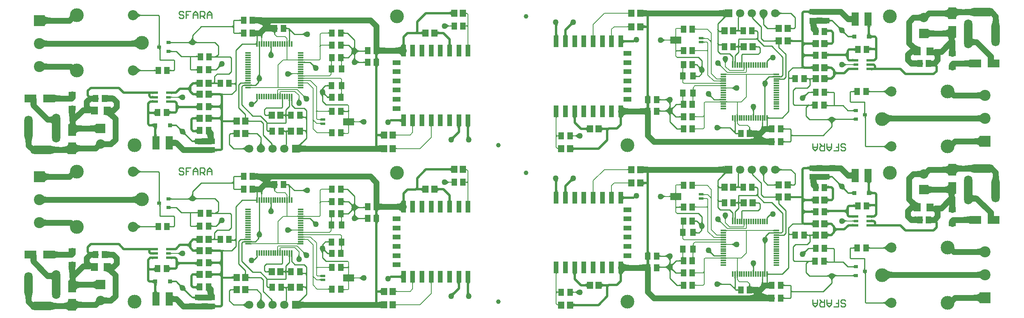
<source format=gtl>
G04*
G04 #@! TF.GenerationSoftware,Altium Limited,Altium Designer,21.6.4 (81)*
G04*
G04 Layer_Physical_Order=1*
G04 Layer_Color=255*
%FSLAX25Y25*%
%MOIN*%
G70*
G04*
G04 #@! TF.SameCoordinates,3D6B76B5-807D-490A-A4E0-8169CAFFE717*
G04*
G04*
G04 #@! TF.FilePolarity,Positive*
G04*
G01*
G75*
%ADD10C,0.03937*%
%ADD11R,0.03937X0.09843*%
%ADD12R,0.07087X0.03937*%
%ADD13R,0.05315X0.05906*%
%ADD14R,0.05118X0.05906*%
%ADD15R,0.04724X0.01181*%
%ADD16R,0.01181X0.04724*%
%ADD17R,0.04331X0.02362*%
%ADD18R,0.09449X0.05906*%
%ADD19R,0.04921X0.06299*%
%ADD20R,0.06102X0.11811*%
%ADD21R,0.03543X0.03740*%
%ADD22R,0.05906X0.05118*%
%ADD23R,0.06299X0.07087*%
%ADD24R,0.06299X0.03937*%
%ADD25R,0.09843X0.06693*%
%ADD26R,0.06693X0.09843*%
%ADD27R,0.03543X0.03150*%
%ADD28C,0.00800*%
%ADD29C,0.01000*%
%ADD30C,0.02000*%
%ADD31C,0.05000*%
%ADD32C,0.01500*%
%ADD33C,0.01200*%
%ADD34R,0.01181X0.04724*%
%ADD35R,0.07087X0.07087*%
%ADD36C,0.07087*%
%ADD37O,0.21260X0.07087*%
%ADD38O,0.07087X0.21260*%
%ADD39O,0.07087X0.24803*%
%ADD40C,0.08000*%
%ADD41R,0.08000X0.08000*%
%ADD42C,0.11811*%
%ADD43C,0.08661*%
%ADD44C,0.08661*%
%ADD45C,0.09449*%
%ADD46R,0.09449X0.09449*%
%ADD47C,0.11811*%
%ADD48C,0.05000*%
G36*
X686579Y257410D02*
X686529Y257419D01*
X686379Y257427D01*
X684508Y257438D01*
X681460Y257410D01*
Y262504D01*
X681510Y262495D01*
X681660Y262487D01*
X683532Y262475D01*
X686579Y262504D01*
Y257410D01*
D02*
G37*
G36*
X675579Y261252D02*
X675933Y261333D01*
X676286Y261449D01*
X676559Y261579D01*
X676753Y261726D01*
Y258188D01*
X676559Y258334D01*
X676286Y258465D01*
X675933Y258580D01*
X675579Y258662D01*
Y257957D01*
X675559Y258147D01*
X675499Y258317D01*
X675399Y258467D01*
X675259Y258597D01*
X675079Y258707D01*
X674922Y258771D01*
X673723Y258888D01*
X672140Y258949D01*
X671228Y258957D01*
Y260957D01*
X672140Y260964D01*
X674928Y261145D01*
X675079Y261207D01*
X675259Y261317D01*
X675399Y261447D01*
X675499Y261597D01*
X675559Y261767D01*
X675579Y261957D01*
Y261252D01*
D02*
G37*
G36*
X520646Y257916D02*
X520638Y257993D01*
X520614Y258061D01*
X520573Y258120D01*
X520516Y258172D01*
X520443Y258217D01*
X520354Y258253D01*
X520248Y258280D01*
X520126Y258300D01*
X519988Y258313D01*
X519834Y258316D01*
Y259117D01*
X519988Y259120D01*
X520126Y259133D01*
X520248Y259153D01*
X520354Y259180D01*
X520443Y259216D01*
X520516Y259261D01*
X520573Y259313D01*
X520614Y259372D01*
X520638Y259440D01*
X520646Y259517D01*
Y257916D01*
D02*
G37*
G36*
X381893Y259295D02*
X381915Y259237D01*
X381953Y259185D01*
X382005Y259140D01*
X382071Y259103D01*
X382153Y259072D01*
X382250Y259048D01*
X382361Y259031D01*
X382488Y259020D01*
X382629Y259017D01*
Y258217D01*
X382488Y258213D01*
X382361Y258203D01*
X382250Y258186D01*
X382153Y258162D01*
X382071Y258131D01*
X382005Y258093D01*
X381953Y258049D01*
X381915Y257997D01*
X381893Y257939D01*
X381886Y257873D01*
Y259360D01*
X381893Y259295D01*
D02*
G37*
G36*
X692510Y262495D02*
X692660Y262487D01*
X697460Y262457D01*
Y257457D01*
X692460Y257410D01*
Y262504D01*
X692510Y262495D01*
D02*
G37*
G36*
X369126Y256858D02*
X369106Y257048D01*
X369046Y257218D01*
X368945Y257368D01*
X368804Y257498D01*
X368623Y257608D01*
X368402Y257698D01*
X368141Y257768D01*
X367839Y257818D01*
X367497Y257848D01*
X367114Y257858D01*
Y259858D01*
X367497Y259868D01*
X367839Y259898D01*
X368141Y259948D01*
X368402Y260018D01*
X368623Y260108D01*
X368804Y260218D01*
X368945Y260348D01*
X369046Y260498D01*
X369106Y260668D01*
X369126Y260858D01*
Y256858D01*
D02*
G37*
G36*
X814386Y256442D02*
X814062Y256590D01*
X813674Y256722D01*
X813220Y256839D01*
X812702Y256940D01*
X811470Y257096D01*
X809979Y257189D01*
X808228Y257221D01*
Y262221D01*
X809136Y262228D01*
X812119Y262415D01*
X812702Y262501D01*
X813674Y262719D01*
X814062Y262851D01*
X814386Y262999D01*
Y256442D01*
D02*
G37*
G36*
X648931Y260821D02*
X649645Y260187D01*
X649978Y259929D01*
X650296Y259712D01*
X650599Y259533D01*
X650886Y259395D01*
X651157Y259296D01*
X651413Y259236D01*
X651653Y259216D01*
Y258217D01*
X651413Y258197D01*
X651157Y258137D01*
X650886Y258038D01*
X650599Y257900D01*
X650296Y257721D01*
X649978Y257504D01*
X649645Y257246D01*
X648931Y256612D01*
X648550Y256236D01*
Y261197D01*
X648931Y260821D01*
D02*
G37*
G36*
X533447Y261574D02*
X533570Y261499D01*
X533776Y261433D01*
X534064Y261375D01*
X534434Y261327D01*
X535421Y261256D01*
X537520Y261216D01*
Y256217D01*
X536738Y256212D01*
X533776Y256001D01*
X533570Y255935D01*
X533447Y255859D01*
X533405Y255776D01*
Y261657D01*
X533447Y261574D01*
D02*
G37*
G36*
X602488Y256223D02*
X602582Y256361D01*
X602583Y256432D01*
X602556Y256523D01*
X602500Y256599D01*
X602646Y256454D01*
X602739Y256591D01*
X603020Y257070D01*
X603238Y257522D01*
X603395Y257947D01*
X603488Y258346D01*
X603520Y258718D01*
X606021Y256217D01*
X605649Y256185D01*
X605250Y256091D01*
X604825Y255935D01*
X604373Y255717D01*
X603895Y255436D01*
X603757Y255342D01*
X603903Y255197D01*
X603826Y255253D01*
X603735Y255280D01*
X603664Y255279D01*
X603390Y255092D01*
X602858Y254687D01*
X601716Y253688D01*
X601106Y253095D01*
X600398Y253802D01*
X600991Y254413D01*
X602066Y255694D01*
X602038Y255711D01*
X601688Y255845D01*
X601238Y255959D01*
X600688Y256051D01*
X600038Y256124D01*
X598438Y256206D01*
X597488Y256217D01*
Y261216D01*
X598438Y261227D01*
X600688Y261382D01*
X601238Y261474D01*
X601688Y261588D01*
X602038Y261722D01*
X602288Y261877D01*
X602438Y262052D01*
X602488Y262248D01*
Y256223D01*
D02*
G37*
G36*
X686579Y249929D02*
X686529Y249938D01*
X686379Y249946D01*
X684508Y249958D01*
X681460Y249929D01*
X681460Y249925D01*
X681586Y248607D01*
X681719Y247957D01*
X681892Y247407D01*
X682102Y246957D01*
X682351Y246607D01*
X682638Y246357D01*
X682963Y246207D01*
X683327Y246157D01*
X681418D01*
X681413Y245476D01*
X676413D01*
X676405Y246322D01*
X676280Y248326D01*
X676205Y248816D01*
X676113Y249217D01*
X676005Y249529D01*
X675879Y249751D01*
X675737Y249885D01*
X675579Y249929D01*
X676449D01*
X676432Y250207D01*
X676413Y251157D01*
X681413D01*
X681432Y250207D01*
X681459Y249929D01*
X681460D01*
Y255023D01*
X681510Y255014D01*
X681660Y255007D01*
X683532Y254995D01*
X686579Y255023D01*
Y249929D01*
D02*
G37*
G36*
X800904Y263257D02*
X801054Y263039D01*
X801304Y262847D01*
X801654Y262681D01*
X802104Y262540D01*
X802654Y262425D01*
X803304Y262336D01*
X804904Y262233D01*
X805854Y262221D01*
Y257221D01*
X804902Y257195D01*
X804051Y257120D01*
X803299Y256996D01*
X802648Y256821D01*
X802097Y256595D01*
X801646Y256321D01*
X801295Y255995D01*
X801044Y255621D01*
X800893Y255195D01*
X800842Y254720D01*
X800854Y263500D01*
X800904Y263257D01*
D02*
G37*
G36*
X627702Y255586D02*
X627625Y255513D01*
X627557Y255424D01*
X627498Y255322D01*
X627449Y255204D01*
X627408Y255073D01*
X627377Y254926D01*
X627354Y254766D01*
X627340Y254590D01*
X627336Y254400D01*
X626336D01*
X626331Y254543D01*
X626315Y254671D01*
X626289Y254785D01*
X626253Y254884D01*
X626206Y254970D01*
X626149Y255040D01*
X626081Y255097D01*
X626003Y255138D01*
X625915Y255166D01*
X625816Y255179D01*
X627787Y255646D01*
X627702Y255586D01*
D02*
G37*
G36*
X100656Y259531D02*
X101972Y258392D01*
X102364Y258113D01*
X102733Y257885D01*
X103079Y257708D01*
X103402Y257582D01*
X103702Y257506D01*
X103979Y257480D01*
Y256480D01*
X103702Y256455D01*
X103402Y256379D01*
X103079Y256253D01*
X102733Y256075D01*
X102364Y255848D01*
X101972Y255569D01*
X101556Y255240D01*
X100656Y254430D01*
X100171Y253949D01*
Y260012D01*
X100656Y259531D01*
D02*
G37*
G36*
X794185Y253681D02*
X794135Y254139D01*
X793985Y254549D01*
X793735Y254910D01*
X793385Y255223D01*
X792935Y255488D01*
X792385Y255705D01*
X791735Y255874D01*
X790985Y255994D01*
X790135Y256066D01*
X789185Y256090D01*
Y261090D01*
X790135Y261115D01*
X790985Y261187D01*
X791735Y261307D01*
X792385Y261476D01*
X792935Y261693D01*
X793385Y261958D01*
X793735Y262271D01*
X793985Y262632D01*
X794135Y263042D01*
X794185Y263500D01*
Y253681D01*
D02*
G37*
G36*
X638124Y255806D02*
X637490Y255092D01*
X637233Y254758D01*
X637015Y254440D01*
X636836Y254137D01*
X636698Y253850D01*
X636599Y253579D01*
X636540Y253323D01*
X636520Y253083D01*
X635520D01*
X635500Y253323D01*
X635440Y253579D01*
X635341Y253850D01*
X635203Y254137D01*
X635025Y254440D01*
X634807Y254758D01*
X634549Y255092D01*
X633916Y255806D01*
X633539Y256186D01*
X638500D01*
X638124Y255806D01*
D02*
G37*
G36*
X770163Y252167D02*
X770084Y252223D01*
X769962Y252274D01*
X769800Y252320D01*
X769595Y252359D01*
X769350Y252392D01*
X768733Y252439D01*
X767497Y252467D01*
Y257467D01*
X767951Y257470D01*
X769595Y257575D01*
X769800Y257613D01*
X769962Y257659D01*
X770084Y257710D01*
X770163Y257767D01*
Y252167D01*
D02*
G37*
G36*
X189225Y251858D02*
X189215Y251953D01*
X189184Y252038D01*
X189134Y252113D01*
X189063Y252178D01*
X188972Y252233D01*
X188860Y252278D01*
X188729Y252313D01*
X188577Y252338D01*
X188405Y252353D01*
X188213Y252358D01*
Y253358D01*
X188405Y253363D01*
X188577Y253378D01*
X188729Y253403D01*
X188860Y253438D01*
X188972Y253483D01*
X189063Y253538D01*
X189134Y253603D01*
X189184Y253678D01*
X189215Y253763D01*
X189225Y253858D01*
Y251858D01*
D02*
G37*
G36*
X691412Y254186D02*
X691768Y253953D01*
X692128Y253748D01*
X692448Y253591D01*
Y253676D01*
X692458Y253586D01*
X692492Y253570D01*
X692861Y253419D01*
X693233Y253295D01*
X693609Y253200D01*
X693988Y253131D01*
X694372Y253090D01*
X694760Y253076D01*
Y251876D01*
X694372Y251863D01*
X693988Y251822D01*
X693609Y251753D01*
X693233Y251657D01*
X692861Y251534D01*
X692492Y251383D01*
X692458Y251366D01*
X692448Y251276D01*
Y251362D01*
X692128Y251205D01*
X691768Y251000D01*
X691412Y250767D01*
X691059Y250507D01*
Y254446D01*
X691412Y254186D01*
D02*
G37*
G36*
X711382Y250866D02*
X711354Y250933D01*
X711268Y250992D01*
X711125Y251045D01*
X710924Y251090D01*
X710667Y251129D01*
X709980Y251185D01*
X708520Y251217D01*
Y256217D01*
X709064Y256220D01*
X710924Y256343D01*
X711125Y256388D01*
X711268Y256441D01*
X711354Y256501D01*
X711382Y256567D01*
Y250866D01*
D02*
G37*
G36*
X460314Y250804D02*
X460257Y250742D01*
X460204Y250677D01*
X460156Y250608D01*
X460113Y250536D01*
X460074Y250460D01*
X460040Y250380D01*
X460011Y250297D01*
X459987Y250210D01*
X459967Y250120D01*
X459952Y250026D01*
X458829Y251149D01*
X458923Y251164D01*
X459014Y251184D01*
X459100Y251208D01*
X459184Y251237D01*
X459263Y251271D01*
X459339Y251310D01*
X459412Y251353D01*
X459480Y251401D01*
X459546Y251454D01*
X459607Y251511D01*
X460314Y250804D01*
D02*
G37*
G36*
X837150Y254912D02*
X837336Y251929D01*
X837422Y251345D01*
X837640Y250373D01*
X837772Y249985D01*
X837920Y249661D01*
X831363D01*
X831511Y249985D01*
X831644Y250373D01*
X831760Y250827D01*
X831861Y251345D01*
X832017Y252577D01*
X832111Y254069D01*
X832142Y255820D01*
X837142D01*
X837150Y254912D01*
D02*
G37*
G36*
X383959Y247858D02*
X383159Y246658D01*
X383151Y246810D01*
X383127Y246946D01*
X383087Y247066D01*
X383031Y247170D01*
X382959Y247258D01*
X382871Y247330D01*
X382767Y247386D01*
X382647Y247426D01*
X382511Y247450D01*
X382434Y247454D01*
X382433Y247454D01*
X382295Y247442D01*
X382173Y247422D01*
X382067Y247394D01*
X381978Y247358D01*
X381905Y247314D01*
X381848Y247262D01*
X381808Y247202D01*
X381783Y247134D01*
X381775Y247058D01*
Y248658D01*
X381783Y248582D01*
X381808Y248514D01*
X381848Y248454D01*
X381905Y248402D01*
X381978Y248358D01*
X382067Y248322D01*
X382173Y248294D01*
X382295Y248274D01*
X382433Y248262D01*
X382434Y248262D01*
X382511Y248266D01*
X382647Y248290D01*
X382767Y248330D01*
X382871Y248386D01*
X382959Y248458D01*
X383031Y248546D01*
X383087Y248650D01*
X383127Y248770D01*
X383151Y248906D01*
X383159Y249058D01*
X383959Y247858D01*
D02*
G37*
G36*
X21762Y256835D02*
X21912Y256459D01*
X22162Y256127D01*
X22512Y255840D01*
X22962Y255596D01*
X23512Y255397D01*
X24162Y255242D01*
X24912Y255132D01*
X25762Y255065D01*
X26712Y255043D01*
Y250043D01*
X25762Y250021D01*
X24912Y249955D01*
X24162Y249844D01*
X23512Y249689D01*
X22962Y249490D01*
X22512Y249247D01*
X22162Y248959D01*
X21912Y248627D01*
X21762Y248251D01*
X21712Y247831D01*
Y257256D01*
X21762Y256835D01*
D02*
G37*
G36*
X473495Y248717D02*
X473286Y248710D01*
X473081Y248685D01*
X472878Y248641D01*
X472679Y248580D01*
X472482Y248500D01*
X472289Y248402D01*
X472099Y248286D01*
X471911Y248152D01*
X471727Y247999D01*
X471546Y247829D01*
X470132Y249243D01*
X470302Y249424D01*
X470455Y249608D01*
X470589Y249796D01*
X470705Y249986D01*
X470803Y250179D01*
X470883Y250376D01*
X470944Y250575D01*
X470988Y250778D01*
X471013Y250983D01*
X471020Y251191D01*
X473495Y248717D01*
D02*
G37*
G36*
X460444Y249596D02*
X460342Y249416D01*
X460253Y249227D01*
X460175Y249030D01*
X460110Y248825D01*
X460056Y248611D01*
X460014Y248389D01*
X459984Y248159D01*
X459967Y247920D01*
X459961Y247674D01*
X457961Y247280D01*
X457952Y247531D01*
X457927Y247768D01*
X457884Y247991D01*
X457825Y248200D01*
X457749Y248394D01*
X457655Y248574D01*
X457545Y248739D01*
X457417Y248891D01*
X457273Y249028D01*
X457112Y249150D01*
X460557Y249768D01*
X460444Y249596D01*
D02*
G37*
G36*
X369225Y247058D02*
X369217Y247134D01*
X369192Y247202D01*
X369152Y247262D01*
X369095Y247314D01*
X369022Y247358D01*
X368933Y247394D01*
X368827Y247422D01*
X368705Y247442D01*
X368567Y247454D01*
X368413Y247458D01*
Y248258D01*
X368567Y248262D01*
X368705Y248274D01*
X368827Y248294D01*
X368933Y248322D01*
X369022Y248358D01*
X369095Y248402D01*
X369152Y248454D01*
X369192Y248514D01*
X369217Y248582D01*
X369225Y248658D01*
Y247058D01*
D02*
G37*
G36*
X520646Y246416D02*
X520638Y246493D01*
X520614Y246561D01*
X520573Y246620D01*
X520516Y246673D01*
X520443Y246716D01*
X520354Y246753D01*
X520248Y246780D01*
X520126Y246800D01*
X519988Y246813D01*
X519834Y246816D01*
Y247617D01*
X519988Y247621D01*
X520126Y247633D01*
X520248Y247653D01*
X520354Y247680D01*
X520443Y247716D01*
X520516Y247761D01*
X520573Y247813D01*
X520614Y247872D01*
X520638Y247940D01*
X520646Y248017D01*
Y246416D01*
D02*
G37*
G36*
X365545Y249352D02*
X366038Y248920D01*
X366270Y248744D01*
X366493Y248596D01*
X366706Y248474D01*
X366911Y248380D01*
X367106Y248312D01*
X367291Y248272D01*
X367468Y248258D01*
Y247458D01*
X367291Y247445D01*
X367106Y247404D01*
X366911Y247337D01*
X366706Y247242D01*
X366493Y247121D01*
X366270Y246972D01*
X366038Y246797D01*
X365545Y246365D01*
X365285Y246108D01*
Y249608D01*
X365545Y249352D01*
D02*
G37*
G36*
X183500Y247358D02*
X182500Y245858D01*
X182490Y246048D01*
X182460Y246218D01*
X182410Y246368D01*
X182340Y246498D01*
X182250Y246608D01*
X182140Y246698D01*
X182010Y246768D01*
X181860Y246818D01*
X181690Y246848D01*
X181500Y246858D01*
Y247858D01*
X181690Y247868D01*
X181860Y247898D01*
X182010Y247948D01*
X182140Y248018D01*
X182250Y248108D01*
X182340Y248218D01*
X182410Y248348D01*
X182460Y248498D01*
X182490Y248668D01*
X182500Y248858D01*
X183500Y247358D01*
D02*
G37*
G36*
X728030Y247815D02*
X727860Y247755D01*
X727710Y247654D01*
X727580Y247513D01*
X727470Y247332D01*
X727381Y247111D01*
X727311Y246849D01*
X727260Y246547D01*
X727231Y246205D01*
X727220Y245823D01*
X725220D01*
X725211Y246205D01*
X725180Y246547D01*
X725131Y246849D01*
X725061Y247111D01*
X724970Y247332D01*
X724860Y247513D01*
X724730Y247654D01*
X724580Y247755D01*
X724410Y247815D01*
X724221Y247835D01*
X728221D01*
X728030Y247815D01*
D02*
G37*
G36*
X533425Y249026D02*
X533485Y248856D01*
X533585Y248707D01*
X533725Y248576D01*
X533905Y248466D01*
X534125Y248376D01*
X534385Y248306D01*
X534685Y248256D01*
X535025Y248226D01*
X535405Y248217D01*
Y246217D01*
X535025Y246206D01*
X534685Y246177D01*
X534385Y246127D01*
X534125Y246057D01*
X533905Y245967D01*
X533725Y245856D01*
X533585Y245726D01*
X533485Y245577D01*
X533425Y245407D01*
X533405Y245216D01*
Y249217D01*
X533425Y249026D01*
D02*
G37*
G36*
X565244Y244917D02*
X565236Y244992D01*
X565212Y245060D01*
X565171Y245121D01*
X565114Y245173D01*
X565041Y245216D01*
X564952Y245252D01*
X564847Y245281D01*
X564725Y245301D01*
X564587Y245312D01*
X564432Y245317D01*
Y246116D01*
X564587Y246121D01*
X564725Y246132D01*
X564847Y246152D01*
X564952Y246181D01*
X565041Y246217D01*
X565114Y246260D01*
X565171Y246312D01*
X565212Y246373D01*
X565236Y246441D01*
X565244Y246516D01*
Y244917D01*
D02*
G37*
G36*
X228285Y246763D02*
X228316Y246678D01*
X228366Y246603D01*
X228437Y246538D01*
X228528Y246483D01*
X228640Y246438D01*
X228771Y246403D01*
X228923Y246378D01*
X229095Y246363D01*
X229287Y246358D01*
Y245358D01*
X229095Y245353D01*
X228923Y245338D01*
X228771Y245313D01*
X228640Y245278D01*
X228528Y245233D01*
X228437Y245178D01*
X228366Y245113D01*
X228316Y245038D01*
X228285Y244953D01*
X228275Y244858D01*
Y246858D01*
X228285Y246763D01*
D02*
G37*
G36*
X659403Y246621D02*
X659434Y246536D01*
X659484Y246462D01*
X659555Y246396D01*
X659646Y246341D01*
X659758Y246297D01*
X659889Y246262D01*
X660041Y246236D01*
X660213Y246221D01*
X660405Y246217D01*
Y245216D01*
X660213Y245212D01*
X660041Y245197D01*
X659889Y245171D01*
X659758Y245136D01*
X659646Y245092D01*
X659555Y245037D01*
X659484Y244971D01*
X659434Y244897D01*
X659403Y244812D01*
X659393Y244717D01*
Y246716D01*
X659403Y246621D01*
D02*
G37*
G36*
X646634Y244717D02*
X646624Y244812D01*
X646594Y244897D01*
X646544Y244971D01*
X646474Y245037D01*
X646384Y245092D01*
X646274Y245136D01*
X646144Y245171D01*
X645994Y245197D01*
X645824Y245212D01*
X645634Y245216D01*
Y246217D01*
X645824Y246221D01*
X645994Y246236D01*
X646144Y246262D01*
X646274Y246297D01*
X646384Y246341D01*
X646474Y246396D01*
X646544Y246462D01*
X646594Y246536D01*
X646624Y246621D01*
X646634Y246716D01*
Y244717D01*
D02*
G37*
G36*
X577803Y245940D02*
X577827Y245872D01*
X577868Y245813D01*
X577925Y245760D01*
X577998Y245717D01*
X578087Y245680D01*
X578193Y245653D01*
X578315Y245633D01*
X578453Y245620D01*
X578607Y245617D01*
Y244816D01*
X578453Y244812D01*
X578315Y244800D01*
X578193Y244780D01*
X578087Y244753D01*
X577998Y244717D01*
X577925Y244672D01*
X577868Y244620D01*
X577827Y244561D01*
X577803Y244493D01*
X577795Y244416D01*
Y246017D01*
X577803Y245940D01*
D02*
G37*
G36*
X615030Y245026D02*
X615060Y244857D01*
X615110Y244707D01*
X615180Y244577D01*
X615270Y244466D01*
X615380Y244376D01*
X615510Y244306D01*
X615660Y244256D01*
X615688Y244251D01*
X615749Y244262D01*
X615880Y244297D01*
X615991Y244341D01*
X616082Y244396D01*
X616153Y244461D01*
X616204Y244536D01*
X616234Y244621D01*
X616245Y244717D01*
Y242717D01*
X616234Y242811D01*
X616204Y242897D01*
X616153Y242971D01*
X616082Y243037D01*
X615991Y243092D01*
X615880Y243137D01*
X615749Y243172D01*
X615597Y243197D01*
X615425Y243212D01*
X615233Y243216D01*
Y243692D01*
X614520Y243216D01*
X613905Y243626D01*
Y243216D01*
X613713Y243212D01*
X613541Y243197D01*
X613389Y243172D01*
X613258Y243137D01*
X613146Y243092D01*
X613055Y243037D01*
X612984Y242971D01*
X612934Y242897D01*
X612903Y242811D01*
X612893Y242717D01*
Y244717D01*
X612903Y244621D01*
X612934Y244536D01*
X612984Y244461D01*
X613055Y244396D01*
X613146Y244341D01*
X613258Y244297D01*
X613389Y244262D01*
X613393Y244261D01*
X613530Y244306D01*
X613660Y244376D01*
X613770Y244466D01*
X613860Y244577D01*
X613930Y244707D01*
X613980Y244857D01*
X614010Y245026D01*
X614020Y245216D01*
X615020D01*
X615030Y245026D01*
D02*
G37*
G36*
X700820Y247281D02*
X700990Y247160D01*
X701178Y247053D01*
X701384Y246961D01*
X701608Y246884D01*
X701849Y246821D01*
X702109Y246773D01*
X702386Y246739D01*
X702682Y246721D01*
X702995Y246716D01*
X700520Y244241D01*
X700516Y244555D01*
X700463Y245127D01*
X700415Y245387D01*
X700353Y245628D01*
X700275Y245852D01*
X700183Y246058D01*
X700076Y246246D01*
X699955Y246417D01*
X699819Y246569D01*
X700667Y247418D01*
X700820Y247281D01*
D02*
G37*
G36*
X230795Y245063D02*
X232002Y243149D01*
X231868Y243273D01*
X231748Y243363D01*
X231642Y243419D01*
X231550Y243441D01*
X231472Y243429D01*
X231408Y243383D01*
X231359Y243302D01*
X231324Y243188D01*
X231302Y243039D01*
X231295Y242856D01*
X230295Y243856D01*
X230289Y244052D01*
X230269Y244242D01*
X230237Y244424D01*
X230191Y244600D01*
X230133Y244768D01*
X230062Y244930D01*
X229977Y245084D01*
X229880Y245231D01*
X229770Y245371D01*
X229646Y245505D01*
X230795Y245063D01*
D02*
G37*
G36*
X201837Y255715D02*
X201987Y255640D01*
X202237Y255574D01*
X202587Y255517D01*
X203037Y255469D01*
X204987Y255376D01*
X206787Y255358D01*
Y255182D01*
X207000Y255358D01*
X218036Y250358D01*
X217108Y250336D01*
X216327Y250267D01*
X215691Y250153D01*
X215200Y249994D01*
X214855Y249788D01*
X214656Y249538D01*
X214602Y249241D01*
X214694Y248899D01*
X214907Y248553D01*
X215263Y248574D01*
X215513Y248640D01*
X215663Y248715D01*
X215713Y248799D01*
Y242917D01*
X215663Y243001D01*
X215513Y243076D01*
X215263Y243142D01*
X214913Y243200D01*
X214463Y243248D01*
X212513Y243341D01*
X210713Y243358D01*
Y245330D01*
X209953Y245911D01*
Y246711D01*
X210335Y247003D01*
X209500Y246823D01*
X208778Y247495D01*
X208027Y248095D01*
X207247Y248626D01*
X206437Y249085D01*
X205598Y249474D01*
X204730Y249793D01*
X203833Y250040D01*
X203047Y250190D01*
X202237Y250142D01*
X201987Y250076D01*
X201837Y250001D01*
X201787Y249918D01*
Y250329D01*
X200964Y250358D01*
X201787Y251040D01*
Y255799D01*
X201837Y255715D01*
D02*
G37*
G36*
X597527Y245727D02*
X597548Y245535D01*
X597583Y245350D01*
X597633Y245170D01*
X597696Y244997D01*
X597774Y244829D01*
X597866Y244667D01*
X597972Y244511D01*
X598092Y244361D01*
X598227Y244216D01*
X598166Y242863D01*
X598043Y242976D01*
X597933Y243056D01*
X597836Y243103D01*
X597752Y243117D01*
X597681Y243098D01*
X597623Y243046D01*
X597578Y242961D01*
X597545Y242844D01*
X597526Y242693D01*
X597520Y242509D01*
X596520Y244717D01*
X597520Y245924D01*
X597527Y245727D01*
D02*
G37*
G36*
X628805Y244621D02*
X628835Y244536D01*
X628886Y244461D01*
X628957Y244396D01*
X629048Y244341D01*
X629159Y244297D01*
X629291Y244262D01*
X629443Y244236D01*
X629615Y244221D01*
X629807Y244216D01*
Y243216D01*
X629615Y243212D01*
X629443Y243197D01*
X629291Y243172D01*
X629159Y243137D01*
X629048Y243092D01*
X628957Y243037D01*
X628886Y242971D01*
X628835Y242897D01*
X628805Y242811D01*
X628795Y242717D01*
Y244717D01*
X628805Y244621D01*
D02*
G37*
G36*
X600134Y242216D02*
X600124Y242312D01*
X600094Y242396D01*
X600044Y242472D01*
X599974Y242536D01*
X599884Y242592D01*
X599774Y242636D01*
X599644Y242671D01*
X599494Y242696D01*
X599324Y242711D01*
X599134Y242717D01*
Y243717D01*
X599324Y243722D01*
X599494Y243737D01*
X599644Y243761D01*
X599774Y243796D01*
X599884Y243842D01*
X599974Y243897D01*
X600044Y243962D01*
X600094Y244037D01*
X600124Y244122D01*
X600134Y244216D01*
Y242216D01*
D02*
G37*
G36*
X690815Y245527D02*
X690875Y245356D01*
X690976Y245206D01*
X691117Y245076D01*
X691298Y244967D01*
X691519Y244877D01*
X691781Y244807D01*
X692083Y244757D01*
X692425Y244726D01*
X692807Y244717D01*
Y242717D01*
X692425Y242706D01*
X692083Y242676D01*
X691781Y242627D01*
X691519Y242557D01*
X691298Y242466D01*
X691117Y242356D01*
X690976Y242227D01*
X690875Y242076D01*
X690815Y241906D01*
X690795Y241717D01*
Y245717D01*
X690815Y245527D01*
D02*
G37*
G36*
X264725Y241058D02*
X264717Y241134D01*
X264692Y241202D01*
X264652Y241262D01*
X264595Y241314D01*
X264522Y241358D01*
X264433Y241394D01*
X264327Y241422D01*
X264205Y241442D01*
X264067Y241454D01*
X263913Y241458D01*
Y242258D01*
X264067Y242262D01*
X264205Y242274D01*
X264327Y242294D01*
X264433Y242322D01*
X264522Y242358D01*
X264595Y242402D01*
X264652Y242454D01*
X264692Y242514D01*
X264717Y242582D01*
X264725Y242658D01*
Y241058D01*
D02*
G37*
G36*
X705524Y243878D02*
X705576Y243306D01*
X705624Y243046D01*
X705687Y242805D01*
X705764Y242581D01*
X705856Y242375D01*
X705963Y242187D01*
X706085Y242016D01*
X706221Y241864D01*
X705372Y241016D01*
X705220Y241152D01*
X705050Y241273D01*
X704861Y241380D01*
X704656Y241472D01*
X704432Y241549D01*
X704190Y241612D01*
X703931Y241660D01*
X703653Y241694D01*
X703358Y241713D01*
X703045Y241717D01*
X705519Y244192D01*
X705524Y243878D01*
D02*
G37*
G36*
X277285Y242763D02*
X277316Y242678D01*
X277366Y242603D01*
X277437Y242538D01*
X277528Y242483D01*
X277640Y242438D01*
X277771Y242403D01*
X277923Y242378D01*
X278095Y242363D01*
X278287Y242358D01*
Y241358D01*
X278095Y241353D01*
X277923Y241338D01*
X277771Y241313D01*
X277640Y241278D01*
X277528Y241233D01*
X277437Y241178D01*
X277366Y241113D01*
X277316Y241038D01*
X277285Y240953D01*
X277275Y240858D01*
Y242858D01*
X277285Y242763D01*
D02*
G37*
G36*
X189225Y240858D02*
X189215Y240953D01*
X189184Y241038D01*
X189134Y241113D01*
X189063Y241178D01*
X188972Y241233D01*
X188860Y241278D01*
X188729Y241313D01*
X188577Y241338D01*
X188405Y241353D01*
X188213Y241358D01*
Y242358D01*
X188405Y242363D01*
X188577Y242378D01*
X188729Y242403D01*
X188860Y242438D01*
X188972Y242483D01*
X189063Y242538D01*
X189134Y242603D01*
X189184Y242678D01*
X189215Y242763D01*
X189225Y242858D01*
Y240858D01*
D02*
G37*
G36*
X202500Y240651D02*
X202356Y240786D01*
X202205Y240906D01*
X202049Y241012D01*
X201887Y241104D01*
X201720Y241181D01*
X201546Y241245D01*
X201366Y241295D01*
X201181Y241330D01*
X200990Y241351D01*
X200793Y241358D01*
X202000Y241858D01*
X202500Y240651D01*
D02*
G37*
G36*
X219931Y243919D02*
X219428Y243141D01*
X219225Y242760D01*
X219052Y242386D01*
X218911Y242017D01*
X218801Y241653D01*
X218723Y241296D01*
X218675Y240944D01*
X218660Y240598D01*
X217860D01*
X217844Y240944D01*
X217797Y241296D01*
X217719Y241653D01*
X217609Y242017D01*
X217468Y242386D01*
X217295Y242760D01*
X217091Y243141D01*
X216856Y243527D01*
X216291Y244317D01*
X220229D01*
X219931Y243919D01*
D02*
G37*
G36*
X200371Y239962D02*
X200067Y240227D01*
X199276Y241009D01*
X199184Y241135D01*
X199134Y241233D01*
X199127Y241302D01*
X199162Y241344D01*
X199240Y241358D01*
Y242358D01*
X199162Y242372D01*
X199127Y242414D01*
X199134Y242484D01*
X199184Y242582D01*
X199276Y242707D01*
X199410Y242861D01*
X199586Y243042D01*
X200371Y243755D01*
Y239962D01*
D02*
G37*
G36*
X357394Y243668D02*
X357454Y243498D01*
X357555Y243348D01*
X357696Y243218D01*
X357877Y243108D01*
X358098Y243018D01*
X358360Y242948D01*
X358661Y242898D01*
X359003Y242868D01*
X359386Y242858D01*
Y240858D01*
X359003Y240848D01*
X358661Y240818D01*
X358360Y240768D01*
X358098Y240698D01*
X357877Y240608D01*
X357696Y240498D01*
X357555Y240368D01*
X357454Y240218D01*
X357394Y240048D01*
X357374Y239858D01*
Y243858D01*
X357394Y243668D01*
D02*
G37*
G36*
X344614Y239858D02*
X344594Y240048D01*
X344534Y240218D01*
X344434Y240368D01*
X344294Y240498D01*
X344114Y240608D01*
X343894Y240698D01*
X343634Y240768D01*
X343334Y240818D01*
X342994Y240848D01*
X342614Y240858D01*
Y242858D01*
X342994Y242868D01*
X343334Y242898D01*
X343634Y242948D01*
X343894Y243018D01*
X344114Y243108D01*
X344294Y243218D01*
X344434Y243348D01*
X344534Y243498D01*
X344594Y243668D01*
X344614Y243858D01*
Y239858D01*
D02*
G37*
G36*
X467844Y241167D02*
X467873Y240827D01*
X467921Y240527D01*
X467988Y240267D01*
X468074Y240047D01*
X468179Y239867D01*
X468303Y239727D01*
X468447Y239627D01*
X468609Y239567D01*
X468791Y239547D01*
X464878D01*
X465060Y239567D01*
X465223Y239627D01*
X465366Y239727D01*
X465490Y239867D01*
X465595Y240047D01*
X465682Y240267D01*
X465749Y240527D01*
X465796Y240827D01*
X465825Y241167D01*
X465835Y241547D01*
X467835D01*
X467844Y241167D01*
D02*
G37*
G36*
X459970D02*
X459999Y240827D01*
X460047Y240527D01*
X460114Y240267D01*
X460200Y240047D01*
X460305Y239867D01*
X460429Y239727D01*
X460573Y239627D01*
X460735Y239567D01*
X460917Y239547D01*
X457004D01*
X457186Y239567D01*
X457348Y239627D01*
X457492Y239727D01*
X457616Y239867D01*
X457722Y240047D01*
X457808Y240267D01*
X457874Y240527D01*
X457922Y240827D01*
X457951Y241167D01*
X457961Y241547D01*
X459961D01*
X459970Y241167D01*
D02*
G37*
G36*
X506609Y240193D02*
X506621Y240055D01*
X506641Y239933D01*
X506669Y239827D01*
X506705Y239738D01*
X506749Y239665D01*
X506801Y239608D01*
X506861Y239567D01*
X506929Y239543D01*
X507005Y239535D01*
X505405D01*
X505481Y239543D01*
X505549Y239567D01*
X505609Y239608D01*
X505661Y239665D01*
X505705Y239738D01*
X505741Y239827D01*
X505769Y239933D01*
X505789Y240055D01*
X505801Y240193D01*
X505805Y240347D01*
X506605D01*
X506609Y240193D01*
D02*
G37*
G36*
X490861D02*
X490873Y240055D01*
X490893Y239933D01*
X490921Y239827D01*
X490957Y239738D01*
X491001Y239665D01*
X491053Y239608D01*
X491113Y239567D01*
X491181Y239543D01*
X491257Y239535D01*
X489657D01*
X489733Y239543D01*
X489801Y239567D01*
X489861Y239608D01*
X489913Y239665D01*
X489957Y239738D01*
X489993Y239827D01*
X490021Y239933D01*
X490041Y240055D01*
X490053Y240193D01*
X490057Y240347D01*
X490857D01*
X490861Y240193D01*
D02*
G37*
G36*
X244215Y239108D02*
X243972Y239346D01*
X243505Y239746D01*
X243280Y239908D01*
X243061Y240046D01*
X242847Y240158D01*
X242640Y240246D01*
X242438Y240308D01*
X242241Y240346D01*
X242051Y240358D01*
Y241358D01*
X242241Y241371D01*
X242438Y241408D01*
X242640Y241471D01*
X242847Y241558D01*
X243061Y241671D01*
X243280Y241808D01*
X243505Y241971D01*
X243736Y242158D01*
X244215Y242608D01*
Y239108D01*
D02*
G37*
G36*
X561498Y239303D02*
X561511Y239165D01*
X561530Y239043D01*
X561558Y238938D01*
X561594Y238848D01*
X561638Y238775D01*
X561691Y238718D01*
X561751Y238678D01*
X561819Y238653D01*
X561895Y238645D01*
X560294D01*
X560370Y238653D01*
X560438Y238678D01*
X560499Y238718D01*
X560550Y238775D01*
X560595Y238848D01*
X560631Y238938D01*
X560659Y239043D01*
X560678Y239165D01*
X560690Y239303D01*
X560695Y239457D01*
X561494D01*
X561498Y239303D01*
D02*
G37*
G36*
X794185Y237933D02*
X794135Y238130D01*
X793985Y238305D01*
X793735Y238460D01*
X793385Y238595D01*
X792935Y238708D01*
X792385Y238801D01*
X791735Y238874D01*
X790135Y238956D01*
X789185Y238966D01*
Y243967D01*
X790135Y243991D01*
X790985Y244067D01*
X791735Y244192D01*
X792385Y244367D01*
X792935Y244591D01*
X793385Y244866D01*
X793735Y245192D01*
X793985Y245567D01*
X794135Y245991D01*
X794185Y246466D01*
Y237933D01*
D02*
G37*
G36*
X712071Y237516D02*
X712059Y237631D01*
X712023Y237733D01*
X711962Y237823D01*
X711877Y237900D01*
X711768Y237966D01*
X711635Y238020D01*
X711477Y238063D01*
X711296Y238092D01*
X711090Y238110D01*
X710859Y238117D01*
Y239317D01*
X711090Y239322D01*
X711296Y239340D01*
X711477Y239370D01*
X711635Y239412D01*
X711768Y239467D01*
X711877Y239532D01*
X711962Y239611D01*
X712023Y239701D01*
X712059Y239803D01*
X712071Y239916D01*
Y237516D01*
D02*
G37*
G36*
X777058Y245172D02*
X777208Y244919D01*
X777458Y244696D01*
X777808Y244502D01*
X778258Y244338D01*
X778808Y244205D01*
X779458Y244100D01*
X780208Y244026D01*
X782008Y243967D01*
Y238966D01*
X781058Y238952D01*
X779458Y238833D01*
X778808Y238728D01*
X778258Y238595D01*
X777808Y238431D01*
X777458Y238237D01*
X777208Y238014D01*
X777058Y237761D01*
X777008Y237478D01*
Y245455D01*
X777058Y245172D01*
D02*
G37*
G36*
X727228Y242195D02*
X727289Y241555D01*
X727342Y241295D01*
X727410Y241075D01*
X727494Y240895D01*
X727593Y240755D01*
X727707Y240655D01*
X727836Y240595D01*
X727980Y240575D01*
X728000Y240412D01*
X728060Y240266D01*
X728160Y240137D01*
X728300Y240025D01*
X728480Y239931D01*
X728700Y239854D01*
X728960Y239794D01*
X729260Y239751D01*
X729600Y239725D01*
X729980Y239717D01*
Y237717D01*
X729600Y237708D01*
X729260Y237682D01*
X728960Y237639D01*
X728700Y237579D01*
X728480Y237502D01*
X728300Y237408D01*
X728160Y237296D01*
X728060Y237167D01*
X728000Y237021D01*
X727980Y236859D01*
Y240575D01*
X724461D01*
X724605Y240595D01*
X724734Y240655D01*
X724848Y240755D01*
X724947Y240895D01*
X725031Y241075D01*
X725099Y241295D01*
X725152Y241555D01*
X725190Y241855D01*
X725213Y242195D01*
X725220Y242575D01*
X727220D01*
X727228Y242195D01*
D02*
G37*
G36*
X631520Y236717D02*
X631020D01*
X629520Y237216D01*
X629710Y237227D01*
X629880Y237257D01*
X630030Y237306D01*
X630160Y237376D01*
X630270Y237467D01*
X630360Y237577D01*
X630430Y237706D01*
X630480Y237857D01*
X630510Y238026D01*
X630520Y238216D01*
X631520Y236717D01*
D02*
G37*
G36*
X585094Y237941D02*
X585119Y237873D01*
X585159Y237812D01*
X585216Y237760D01*
X585289Y237717D01*
X585379Y237681D01*
X585484Y237652D01*
X585606Y237632D01*
X585744Y237620D01*
X585898Y237616D01*
Y236817D01*
X585744Y236812D01*
X585606Y236801D01*
X585484Y236781D01*
X585379Y236753D01*
X585289Y236717D01*
X585216Y236672D01*
X585159Y236620D01*
X585119Y236561D01*
X585094Y236492D01*
X585086Y236417D01*
Y238017D01*
X585094Y237941D01*
D02*
G37*
G36*
X208682Y241461D02*
X208449Y241098D01*
X208244Y240676D01*
X208066Y240195D01*
X207915Y239654D01*
X207792Y239055D01*
X207696Y238396D01*
X207587Y236900D01*
X207573Y236064D01*
X206773D01*
X206760Y236900D01*
X206650Y238396D01*
X206554Y239055D01*
X206431Y239654D01*
X206280Y240195D01*
X206102Y240676D01*
X205897Y241098D01*
X205664Y241461D01*
X205404Y241765D01*
X208942D01*
X208682Y241461D01*
D02*
G37*
G36*
X148512Y237617D02*
X148550Y237421D01*
X148612Y237219D01*
X148700Y237011D01*
X148812Y236797D01*
X148950Y236578D01*
X149112Y236353D01*
X149300Y236122D01*
X149750Y235644D01*
X146250D01*
X146487Y235886D01*
X146888Y236353D01*
X147050Y236578D01*
X147187Y236797D01*
X147300Y237011D01*
X147388Y237219D01*
X147450Y237421D01*
X147487Y237617D01*
X147500Y237808D01*
X148500D01*
X148512Y237617D01*
D02*
G37*
G36*
X591920Y234216D02*
X591120Y233251D01*
X591114Y233408D01*
X591097Y233561D01*
X591069Y233710D01*
X591029Y233853D01*
X590978Y233992D01*
X590916Y234126D01*
X590842Y234256D01*
X590758Y234381D01*
X590661Y234501D01*
X590554Y234616D01*
Y235748D01*
X590661Y235648D01*
X590758Y235576D01*
X590842Y235531D01*
X590916Y235514D01*
X590978Y235524D01*
X591029Y235561D01*
X591069Y235625D01*
X591097Y235717D01*
X591114Y235836D01*
X591120Y235982D01*
X591920Y234216D01*
D02*
G37*
G36*
X556394Y234916D02*
X556386Y234993D01*
X556362Y235061D01*
X556321Y235121D01*
X556264Y235173D01*
X556191Y235216D01*
X556102Y235252D01*
X555996Y235280D01*
X555874Y235300D01*
X555736Y235313D01*
X555582Y235316D01*
Y236117D01*
X555736Y236121D01*
X555874Y236133D01*
X555996Y236153D01*
X556102Y236180D01*
X556191Y236216D01*
X556264Y236261D01*
X556321Y236313D01*
X556362Y236372D01*
X556386Y236440D01*
X556394Y236516D01*
Y234916D01*
D02*
G37*
G36*
X231296Y235656D02*
X231346Y234886D01*
X231359Y234856D01*
X231374Y234846D01*
X230217D01*
X230232Y234856D01*
X230245Y234886D01*
X230257Y234936D01*
X230267Y235006D01*
X230283Y235206D01*
X230295Y235846D01*
X231295D01*
X231296Y235656D01*
D02*
G37*
G36*
X229229Y235494D02*
X229255Y235134D01*
X229271Y235046D01*
X229291Y234974D01*
X229314Y234918D01*
X229341Y234878D01*
X229371Y234854D01*
X229405Y234846D01*
X228248D01*
X228282Y234854D01*
X228312Y234878D01*
X228339Y234918D01*
X228362Y234974D01*
X228382Y235046D01*
X228398Y235134D01*
X228411Y235238D01*
X228425Y235494D01*
X228427Y235646D01*
X229227D01*
X229229Y235494D01*
D02*
G37*
G36*
X207575D02*
X207602Y235134D01*
X207618Y235046D01*
X207638Y234974D01*
X207661Y234918D01*
X207687Y234878D01*
X207718Y234854D01*
X207752Y234846D01*
X206595D01*
X206629Y234854D01*
X206659Y234878D01*
X206686Y234918D01*
X206709Y234974D01*
X206729Y235046D01*
X206745Y235134D01*
X206757Y235238D01*
X206771Y235494D01*
X206773Y235646D01*
X207573D01*
X207575Y235494D01*
D02*
G37*
G36*
X203737Y235656D02*
X203786Y234886D01*
X203800Y234856D01*
X203815Y234846D01*
X202658D01*
X202673Y234856D01*
X202686Y234886D01*
X202698Y234936D01*
X202708Y235006D01*
X202724Y235206D01*
X202736Y235846D01*
X203736D01*
X203737Y235656D01*
D02*
G37*
G36*
X800077Y237911D02*
X799934Y237811D01*
X799808Y237643D01*
X799698Y237408D01*
X799606Y237106D01*
X799530Y236737D01*
X799471Y236302D01*
X799404Y235229D01*
X799396Y234592D01*
X794395D01*
X794393Y235227D01*
X794225Y237900D01*
X794185Y237933D01*
X800236Y237945D01*
X800077Y237911D01*
D02*
G37*
G36*
X646646Y234216D02*
X646636Y234312D01*
X646606Y234397D01*
X646555Y234472D01*
X646484Y234537D01*
X646393Y234592D01*
X646282Y234636D01*
X646150Y234671D01*
X645998Y234697D01*
X645826Y234712D01*
X645634Y234717D01*
Y235717D01*
X645826Y235721D01*
X645998Y235736D01*
X646150Y235761D01*
X646282Y235796D01*
X646393Y235841D01*
X646484Y235896D01*
X646555Y235962D01*
X646606Y236036D01*
X646636Y236122D01*
X646646Y236216D01*
Y234216D01*
D02*
G37*
G36*
X550065Y237210D02*
X550557Y236778D01*
X550789Y236602D01*
X551012Y236454D01*
X551226Y236333D01*
X551430Y236238D01*
X551625Y236171D01*
X551811Y236130D01*
X551988Y236117D01*
Y235316D01*
X551811Y235303D01*
X551625Y235262D01*
X551430Y235195D01*
X551226Y235101D01*
X551012Y234979D01*
X550789Y234830D01*
X550557Y234655D01*
X550065Y234223D01*
X549805Y233966D01*
Y237467D01*
X550065Y237210D01*
D02*
G37*
G36*
X659420Y236574D02*
X659465Y236446D01*
X659540Y236334D01*
X659645Y236237D01*
X659780Y236154D01*
X659945Y236087D01*
X660140Y236034D01*
X660365Y235997D01*
X660620Y235974D01*
X660905Y235966D01*
Y234467D01*
X660620Y234459D01*
X660365Y234436D01*
X660140Y234399D01*
X659945Y234347D01*
X659780Y234279D01*
X659645Y234196D01*
X659540Y234099D01*
X659465Y233986D01*
X659420Y233859D01*
X659405Y233717D01*
Y236717D01*
X659420Y236574D01*
D02*
G37*
G36*
X585094Y234669D02*
X585119Y234601D01*
X585159Y234541D01*
X585216Y234489D01*
X585289Y234445D01*
X585379Y234409D01*
X585484Y234381D01*
X585606Y234361D01*
X585744Y234349D01*
X585898Y234345D01*
Y233545D01*
X585744Y233541D01*
X585606Y233529D01*
X585484Y233509D01*
X585379Y233481D01*
X585289Y233445D01*
X585216Y233401D01*
X585159Y233349D01*
X585119Y233289D01*
X585094Y233221D01*
X585086Y233145D01*
Y234745D01*
X585094Y234669D01*
D02*
G37*
G36*
X516043Y236448D02*
X516104Y236278D01*
X516204Y236128D01*
X516345Y235998D01*
X516526Y235888D01*
X516748Y235798D01*
X517009Y235728D01*
X517311Y235678D01*
X517653Y235648D01*
X518035Y235638D01*
Y233638D01*
X517653Y233628D01*
X517311Y233598D01*
X517009Y233548D01*
X516748Y233478D01*
X516526Y233388D01*
X516345Y233278D01*
X516204Y233148D01*
X516104Y232998D01*
X516043Y232828D01*
X516023Y232638D01*
Y236638D01*
X516043Y236448D01*
D02*
G37*
G36*
X129195Y234503D02*
X129225Y234418D01*
X129276Y234343D01*
X129347Y234278D01*
X129438Y234223D01*
X129549Y234178D01*
X129681Y234143D01*
X129832Y234118D01*
X130004Y234103D01*
X130197Y234098D01*
Y233098D01*
X130004Y233093D01*
X129832Y233078D01*
X129681Y233053D01*
X129549Y233018D01*
X129438Y232973D01*
X129347Y232918D01*
X129276Y232853D01*
X129225Y232778D01*
X129195Y232693D01*
X129185Y232598D01*
Y234598D01*
X129195Y234503D01*
D02*
G37*
G36*
X150028Y235371D02*
X150495Y234971D01*
X150720Y234808D01*
X150939Y234671D01*
X151153Y234558D01*
X151360Y234471D01*
X151562Y234408D01*
X151759Y234371D01*
X151950Y234358D01*
Y233358D01*
X151759Y233346D01*
X151562Y233308D01*
X151360Y233246D01*
X151153Y233158D01*
X150939Y233046D01*
X150720Y232908D01*
X150495Y232746D01*
X150264Y232558D01*
X149785Y232108D01*
Y235608D01*
X150028Y235371D01*
D02*
G37*
G36*
X561819Y232768D02*
X561751Y232744D01*
X561691Y232704D01*
X561638Y232648D01*
X561594Y232576D01*
X561558Y232488D01*
X561530Y232384D01*
X561511Y232264D01*
X561498Y232128D01*
X561494Y231976D01*
X560695D01*
X560690Y232128D01*
X560678Y232264D01*
X560659Y232384D01*
X560631Y232488D01*
X560595Y232576D01*
X560550Y232648D01*
X560499Y232704D01*
X560438Y232744D01*
X560370Y232768D01*
X560294Y232776D01*
X561895D01*
X561819Y232768D01*
D02*
G37*
G36*
X146406Y231932D02*
X146130Y232154D01*
X145608Y232527D01*
X145364Y232679D01*
X145130Y232807D01*
X144906Y232912D01*
X144693Y232994D01*
X144491Y233052D01*
X144299Y233087D01*
X144118Y233098D01*
X144012Y234098D01*
X144209Y234112D01*
X144409Y234151D01*
X144609Y234217D01*
X144810Y234309D01*
X145012Y234427D01*
X145216Y234572D01*
X145421Y234743D01*
X145627Y234940D01*
X145834Y235163D01*
X146042Y235413D01*
X146406Y231932D01*
D02*
G37*
G36*
X368821Y233309D02*
X368849Y232969D01*
X368897Y232669D01*
X368964Y232409D01*
X369050Y232189D01*
X369155Y232009D01*
X369280Y231869D01*
X369423Y231769D01*
X369586Y231709D01*
X369767Y231689D01*
X365855D01*
X366036Y231709D01*
X366199Y231769D01*
X366342Y231869D01*
X366467Y232009D01*
X366572Y232189D01*
X366658Y232409D01*
X366725Y232669D01*
X366773Y232969D01*
X366802Y233309D01*
X366811Y233689D01*
X368811D01*
X368821Y233309D01*
D02*
G37*
G36*
X383963Y232334D02*
X383975Y232196D01*
X383995Y232075D01*
X384023Y231969D01*
X384059Y231880D01*
X384103Y231807D01*
X384155Y231750D01*
X384215Y231709D01*
X384283Y231685D01*
X384359Y231677D01*
X382759D01*
X382835Y231685D01*
X382903Y231709D01*
X382963Y231750D01*
X383015Y231807D01*
X383059Y231880D01*
X383095Y231969D01*
X383123Y232075D01*
X383143Y232196D01*
X383155Y232334D01*
X383159Y232489D01*
X383959D01*
X383963Y232334D01*
D02*
G37*
G36*
X202670Y231496D02*
X202660Y231591D01*
X202629Y231676D01*
X202579Y231751D01*
X202508Y231816D01*
X202417Y231871D01*
X202305Y231916D01*
X202174Y231951D01*
X202022Y231976D01*
X201850Y231991D01*
X201658Y231996D01*
Y232996D01*
X201850Y233001D01*
X202022Y233016D01*
X202174Y233041D01*
X202305Y233076D01*
X202417Y233121D01*
X202508Y233176D01*
X202579Y233241D01*
X202629Y233316D01*
X202660Y233401D01*
X202670Y233496D01*
Y231496D01*
D02*
G37*
G36*
X120005Y232231D02*
X120020Y232061D01*
X120045Y231911D01*
X120080Y231781D01*
X120125Y231671D01*
X120180Y231581D01*
X120245Y231511D01*
X120320Y231461D01*
X120405Y231431D01*
X120500Y231421D01*
X118500D01*
X118595Y231431D01*
X118680Y231461D01*
X118755Y231511D01*
X118820Y231581D01*
X118875Y231671D01*
X118920Y231781D01*
X118955Y231911D01*
X118980Y232061D01*
X118995Y232231D01*
X119000Y232421D01*
X120000D01*
X120005Y232231D01*
D02*
G37*
G36*
X597527Y233727D02*
X597548Y233535D01*
X597583Y233350D01*
X597633Y233171D01*
X597696Y232997D01*
X597774Y232829D01*
X597866Y232667D01*
X597972Y232511D01*
X598092Y232361D01*
X598227Y232217D01*
X597666Y231363D01*
X597638Y231381D01*
X597613Y231376D01*
X597591Y231348D01*
X597572Y231297D01*
X597556Y231223D01*
X597521Y230698D01*
X597520Y230509D01*
X596520Y232716D01*
X597520Y233924D01*
X597527Y233727D01*
D02*
G37*
G36*
X650184Y232278D02*
X650100Y232247D01*
X650025Y232197D01*
X649960Y232126D01*
X649904Y232035D01*
X649860Y231924D01*
X649824Y231792D01*
X649799Y231640D01*
X649785Y231468D01*
X649780Y231276D01*
X648779D01*
X648774Y231468D01*
X648760Y231640D01*
X648735Y231792D01*
X648700Y231924D01*
X648655Y232035D01*
X648599Y232126D01*
X648534Y232197D01*
X648459Y232247D01*
X648375Y232278D01*
X648279Y232288D01*
X650280D01*
X650184Y232278D01*
D02*
G37*
G36*
X615280Y231526D02*
X615310Y231357D01*
X615360Y231206D01*
X615430Y231077D01*
X615520Y230966D01*
X615630Y230876D01*
X615760Y230806D01*
X615910Y230756D01*
X616011Y230739D01*
X616150Y230762D01*
X616282Y230797D01*
X616393Y230841D01*
X616484Y230896D01*
X616555Y230961D01*
X616606Y231036D01*
X616636Y231121D01*
X616646Y231217D01*
Y229217D01*
X616636Y229311D01*
X616606Y229397D01*
X616555Y229471D01*
X616484Y229537D01*
X616393Y229591D01*
X616282Y229637D01*
X616150Y229672D01*
X616011Y229694D01*
X615910Y229677D01*
X615760Y229626D01*
X615630Y229556D01*
X615520Y229467D01*
X615430Y229357D01*
X615360Y229226D01*
X615310Y229077D01*
X615280Y228906D01*
X615270Y228716D01*
X614270D01*
X614260Y228906D01*
X614230Y229077D01*
X614180Y229226D01*
X614110Y229357D01*
X614020Y229467D01*
X613910Y229556D01*
X613780Y229626D01*
X613630Y229677D01*
X613492Y229701D01*
X613443Y229696D01*
X613291Y229672D01*
X613159Y229637D01*
X613048Y229591D01*
X612957Y229537D01*
X612886Y229471D01*
X612835Y229397D01*
X612805Y229311D01*
X612795Y229217D01*
Y231217D01*
X612805Y231121D01*
X612835Y231036D01*
X612886Y230961D01*
X612957Y230896D01*
X613048Y230841D01*
X613159Y230797D01*
X613291Y230762D01*
X613443Y230736D01*
X613492Y230732D01*
X613630Y230756D01*
X613780Y230806D01*
X613910Y230876D01*
X614020Y230966D01*
X614110Y231077D01*
X614180Y231206D01*
X614230Y231357D01*
X614260Y231526D01*
X614270Y231716D01*
X615270D01*
X615280Y231526D01*
D02*
G37*
G36*
X690913Y234526D02*
X690974Y234356D01*
X691074Y234207D01*
X691215Y234076D01*
X691396Y233966D01*
X691618Y233876D01*
X691879Y233806D01*
X692181Y233756D01*
X692523Y233727D01*
X692905Y233717D01*
Y231716D01*
X692523Y231707D01*
X692181Y231677D01*
X691879Y231627D01*
X691618Y231557D01*
X691396Y231467D01*
X691215Y231357D01*
X691074Y231226D01*
X690974Y231077D01*
X690913Y230907D01*
X690893Y230716D01*
Y234717D01*
X690913Y234526D01*
D02*
G37*
G36*
X678134Y230716D02*
X678114Y230907D01*
X678054Y231077D01*
X677954Y231226D01*
X677814Y231357D01*
X677634Y231467D01*
X677414Y231557D01*
X677154Y231627D01*
X676854Y231677D01*
X676514Y231707D01*
X676134Y231716D01*
Y233717D01*
X676514Y233727D01*
X676854Y233756D01*
X677154Y233806D01*
X677414Y233876D01*
X677634Y233966D01*
X677814Y234076D01*
X677954Y234207D01*
X678054Y234356D01*
X678114Y234526D01*
X678134Y234717D01*
Y230716D01*
D02*
G37*
G36*
X600245D02*
X600234Y230812D01*
X600204Y230896D01*
X600153Y230972D01*
X600082Y231036D01*
X599992Y231091D01*
X599880Y231136D01*
X599749Y231171D01*
X599597Y231196D01*
X599425Y231211D01*
X599232Y231217D01*
Y232217D01*
X599425Y232222D01*
X599597Y232237D01*
X599749Y232261D01*
X599880Y232296D01*
X599992Y232342D01*
X600082Y232397D01*
X600153Y232462D01*
X600204Y232537D01*
X600234Y232622D01*
X600245Y232716D01*
Y230716D01*
D02*
G37*
G36*
X264725Y230558D02*
X264717Y230634D01*
X264692Y230702D01*
X264652Y230762D01*
X264595Y230814D01*
X264522Y230858D01*
X264433Y230894D01*
X264327Y230922D01*
X264205Y230942D01*
X264067Y230954D01*
X263913Y230958D01*
Y231758D01*
X264067Y231762D01*
X264205Y231774D01*
X264327Y231794D01*
X264433Y231822D01*
X264522Y231858D01*
X264595Y231902D01*
X264652Y231954D01*
X264692Y232014D01*
X264717Y232082D01*
X264725Y232158D01*
Y230558D01*
D02*
G37*
G36*
X277285Y232263D02*
X277316Y232178D01*
X277366Y232103D01*
X277437Y232038D01*
X277528Y231983D01*
X277640Y231938D01*
X277771Y231903D01*
X277923Y231878D01*
X278095Y231863D01*
X278287Y231858D01*
Y230858D01*
X278095Y230853D01*
X277923Y230838D01*
X277771Y230813D01*
X277640Y230778D01*
X277528Y230733D01*
X277437Y230678D01*
X277366Y230613D01*
X277316Y230538D01*
X277285Y230453D01*
X277275Y230358D01*
Y232358D01*
X277285Y232263D01*
D02*
G37*
G36*
X814573Y237442D02*
X814669Y237240D01*
X814843Y237062D01*
X815096Y236907D01*
X815427Y236776D01*
X815836Y236669D01*
X816324Y236586D01*
X816890Y236526D01*
X818258Y236479D01*
Y231479D01*
X817445Y231467D01*
X816071Y231372D01*
X815508Y231290D01*
X815029Y231183D01*
X814633Y231053D01*
X814320Y230900D01*
X814090Y230722D01*
X813944Y230521D01*
X813881Y230297D01*
X814556Y237668D01*
X814573Y237442D01*
D02*
G37*
G36*
X307787Y229799D02*
X302693D01*
X302702Y229849D01*
X302710Y229999D01*
X302740Y234799D01*
X307740D01*
X307787Y229799D01*
D02*
G37*
G36*
X670540Y234526D02*
X670600Y234356D01*
X670700Y234207D01*
X670840Y234076D01*
X671020Y233966D01*
X671240Y233876D01*
X671500Y233806D01*
X671800Y233756D01*
X672140Y233727D01*
X672520Y233717D01*
Y231716D01*
X672140Y231697D01*
X671800Y231637D01*
X671500Y231537D01*
X671240Y231397D01*
X671020Y231217D01*
X670840Y230996D01*
X670700Y230736D01*
X670600Y230436D01*
X670540Y230097D01*
X670520Y229716D01*
X668520Y232716D01*
X670520Y234717D01*
X670540Y234526D01*
D02*
G37*
G36*
X20551Y236012D02*
X20766Y235875D01*
X21018Y235754D01*
X21309Y235649D01*
X21637Y235560D01*
X22003Y235487D01*
X22406Y235431D01*
X23327Y235366D01*
X23843Y235358D01*
Y230358D01*
X23327Y230350D01*
X22406Y230286D01*
X22003Y230229D01*
X21637Y230156D01*
X21309Y230068D01*
X21018Y229963D01*
X20766Y229842D01*
X20551Y229704D01*
X20374Y229551D01*
Y236165D01*
X20551Y236012D01*
D02*
G37*
G36*
X257403Y231975D02*
X257413Y231849D01*
X257429Y231745D01*
X257451Y231663D01*
X257479Y231603D01*
X257514Y231566D01*
X257555Y231551D01*
X257603Y231559D01*
X257657Y231589D01*
X257717Y231641D01*
X257966Y230758D01*
X257858Y230643D01*
X257762Y230523D01*
X257677Y230398D01*
X257604Y230268D01*
X257541Y230134D01*
X257490Y229995D01*
X257451Y229852D01*
X257423Y229703D01*
X257406Y229550D01*
X257400Y229393D01*
X256600Y230358D01*
X257400Y232124D01*
X257403Y231975D01*
D02*
G37*
G36*
X229371Y230138D02*
X229341Y230114D01*
X229314Y230074D01*
X229291Y230018D01*
X229271Y229946D01*
X229255Y229858D01*
X229243Y229754D01*
X229229Y229498D01*
X229227Y229346D01*
X228427D01*
X228425Y229498D01*
X228398Y229858D01*
X228382Y229946D01*
X228362Y230018D01*
X228339Y230074D01*
X228312Y230114D01*
X228282Y230138D01*
X228248Y230146D01*
X229405D01*
X229371Y230138D01*
D02*
G37*
G36*
X629415Y231121D02*
X629445Y231036D01*
X629495Y230961D01*
X629565Y230896D01*
X629655Y230841D01*
X629765Y230797D01*
X629895Y230762D01*
X630045Y230736D01*
X630215Y230721D01*
X630405Y230716D01*
Y229716D01*
X630215Y229712D01*
X630045Y229696D01*
X629895Y229672D01*
X629765Y229637D01*
X629655Y229591D01*
X629565Y229537D01*
X629495Y229471D01*
X629445Y229397D01*
X629415Y229311D01*
X629405Y229217D01*
Y231217D01*
X629415Y231121D01*
D02*
G37*
G36*
X215611Y230136D02*
X215598Y230106D01*
X215586Y230056D01*
X215576Y229986D01*
X215560Y229786D01*
X215547Y229146D01*
X214547D01*
X214546Y229336D01*
X214497Y230106D01*
X214484Y230136D01*
X214469Y230146D01*
X215626D01*
X215611Y230136D01*
D02*
G37*
G36*
X205768D02*
X205755Y230106D01*
X205743Y230056D01*
X205733Y229986D01*
X205717Y229786D01*
X205705Y229146D01*
X204705D01*
X204704Y229336D01*
X204654Y230106D01*
X204641Y230136D01*
X204626Y230146D01*
X205783D01*
X205768Y230136D01*
D02*
G37*
G36*
X287013Y230117D02*
X287050Y229921D01*
X287112Y229719D01*
X287200Y229511D01*
X287313Y229297D01*
X287450Y229078D01*
X287613Y228853D01*
X287800Y228622D01*
X288250Y228144D01*
X285760D01*
X284000Y226383D01*
X283997Y226723D01*
X283949Y227336D01*
X283905Y227610D01*
X283847Y227862D01*
X283776Y228093D01*
X283691Y228301D01*
X283592Y228488D01*
X283480Y228654D01*
X283354Y228797D01*
X284061Y229504D01*
X284205Y229379D01*
X284370Y229266D01*
X284557Y229168D01*
X284766Y229082D01*
X284996Y229011D01*
X285249Y228953D01*
X285438Y228923D01*
X285550Y229078D01*
X285687Y229297D01*
X285800Y229511D01*
X285888Y229719D01*
X285950Y229921D01*
X285987Y230117D01*
X286000Y230308D01*
X287000D01*
X287013Y230117D01*
D02*
G37*
G36*
X101100Y228882D02*
X100744Y229163D01*
X100360Y229414D01*
X99950Y229635D01*
X99513Y229827D01*
X99048Y229989D01*
X98557Y230122D01*
X98039Y230225D01*
X97494Y230299D01*
X96922Y230344D01*
X96323Y230358D01*
X95853Y235358D01*
X96455Y235376D01*
X97024Y235429D01*
X97561Y235517D01*
X98064Y235640D01*
X98536Y235799D01*
X98974Y235993D01*
X99380Y236222D01*
X99753Y236486D01*
X100093Y236785D01*
X100400Y237120D01*
X101100Y228882D01*
D02*
G37*
G36*
X329446Y233496D02*
X329450Y233309D01*
X329479Y232969D01*
X329527Y232669D01*
X329594Y232409D01*
X329680Y232189D01*
X329785Y232009D01*
X329910Y231869D01*
X330053Y231769D01*
X330216Y231709D01*
X330397Y231689D01*
X329544D01*
X329633Y230312D01*
X329718Y229800D01*
X329818Y229367D01*
X329933Y229013D01*
X330064Y228740D01*
X330210Y228546D01*
X326672D01*
X326818Y228740D01*
X326949Y229013D01*
X327064Y229367D01*
X327164Y229800D01*
X327249Y230312D01*
X327372Y231577D01*
X327376Y231689D01*
X326484D01*
X326666Y231709D01*
X326829Y231769D01*
X326972Y231869D01*
X327097Y232009D01*
X327202Y232189D01*
X327288Y232409D01*
X327355Y232669D01*
X327403Y232969D01*
X327431Y233309D01*
X327436Y233496D01*
X327441Y234071D01*
X329441D01*
X329446Y233496D01*
D02*
G37*
G36*
X120905Y228297D02*
X120820Y228267D01*
X120745Y228216D01*
X120680Y228146D01*
X120625Y228054D01*
X120580Y227943D01*
X120545Y227812D01*
X120520Y227660D01*
X120505Y227488D01*
X120500Y227295D01*
X119500D01*
X119495Y227488D01*
X119480Y227660D01*
X119455Y227812D01*
X119420Y227943D01*
X119375Y228054D01*
X119320Y228146D01*
X119255Y228216D01*
X119180Y228267D01*
X119095Y228297D01*
X119000Y228308D01*
X121000D01*
X120905Y228297D01*
D02*
G37*
G36*
X726815Y230027D02*
X726875Y229856D01*
X726976Y229707D01*
X727117Y229576D01*
X727298Y229467D01*
X727519Y229377D01*
X727781Y229307D01*
X728083Y229257D01*
X728425Y229226D01*
X728807Y229217D01*
Y227217D01*
X728425Y227206D01*
X728083Y227176D01*
X727781Y227127D01*
X727519Y227057D01*
X727298Y226967D01*
X727117Y226856D01*
X726976Y226727D01*
X726875Y226576D01*
X726815Y226407D01*
X726795Y226217D01*
Y230217D01*
X726815Y230027D01*
D02*
G37*
G36*
X800026Y230129D02*
X800249Y226878D01*
X800332Y226529D01*
X800428Y226278D01*
X800536Y226129D01*
X800657Y226079D01*
X794382D01*
X794503Y226129D01*
X794612Y226278D01*
X794707Y226529D01*
X794790Y226878D01*
X794860Y227328D01*
X794962Y228528D01*
X795013Y230129D01*
X795020Y231079D01*
X800020D01*
X800026Y230129D01*
D02*
G37*
G36*
X577803Y227441D02*
X577827Y227373D01*
X577868Y227312D01*
X577925Y227260D01*
X577998Y227217D01*
X578087Y227181D01*
X578193Y227152D01*
X578315Y227133D01*
X578453Y227120D01*
X578607Y227116D01*
Y226316D01*
X578453Y226312D01*
X578315Y226301D01*
X578193Y226280D01*
X578087Y226253D01*
X577998Y226217D01*
X577925Y226172D01*
X577868Y226120D01*
X577827Y226061D01*
X577803Y225992D01*
X577795Y225917D01*
Y227517D01*
X577803Y227441D01*
D02*
G37*
G36*
X714245Y225716D02*
X714224Y225906D01*
X714164Y226077D01*
X714063Y226226D01*
X713923Y226357D01*
X713741Y226466D01*
X713520Y226556D01*
X713259Y226626D01*
X712957Y226677D01*
X712615Y226707D01*
X712232Y226716D01*
Y228716D01*
X712615Y228727D01*
X712957Y228756D01*
X713259Y228806D01*
X713520Y228876D01*
X713741Y228966D01*
X713923Y229077D01*
X714063Y229206D01*
X714164Y229357D01*
X714224Y229526D01*
X714245Y229716D01*
Y225716D01*
D02*
G37*
G36*
X565244D02*
X565234Y225812D01*
X565204Y225897D01*
X565153Y225972D01*
X565083Y226037D01*
X564992Y226092D01*
X564880Y226136D01*
X564749Y226171D01*
X564597Y226197D01*
X564425Y226212D01*
X564232Y226217D01*
Y227217D01*
X564425Y227221D01*
X564597Y227237D01*
X564749Y227261D01*
X564880Y227296D01*
X564992Y227342D01*
X565083Y227396D01*
X565153Y227462D01*
X565204Y227537D01*
X565234Y227622D01*
X565244Y227716D01*
Y225716D01*
D02*
G37*
G36*
X588920Y226716D02*
X588120Y225517D01*
X588112Y225669D01*
X588088Y225804D01*
X588048Y225924D01*
X587992Y226028D01*
X587920Y226116D01*
X587832Y226188D01*
X587728Y226244D01*
X587608Y226285D01*
X587472Y226308D01*
X587320Y226316D01*
Y227116D01*
X587472Y227125D01*
X587608Y227149D01*
X587728Y227188D01*
X587832Y227244D01*
X587920Y227316D01*
X587992Y227404D01*
X588048Y227508D01*
X588088Y227628D01*
X588112Y227765D01*
X588120Y227917D01*
X588920Y226716D01*
D02*
G37*
G36*
X295225Y225358D02*
X295215Y225453D01*
X295184Y225538D01*
X295134Y225613D01*
X295063Y225678D01*
X294972Y225733D01*
X294861Y225778D01*
X294729Y225813D01*
X294577Y225838D01*
X294405Y225853D01*
X294213Y225858D01*
Y226858D01*
X294405Y226863D01*
X294577Y226878D01*
X294729Y226903D01*
X294861Y226938D01*
X294972Y226983D01*
X295063Y227038D01*
X295134Y227103D01*
X295184Y227178D01*
X295215Y227263D01*
X295225Y227358D01*
Y225358D01*
D02*
G37*
G36*
X561801Y226283D02*
X561737Y226195D01*
X561680Y226098D01*
X561631Y225993D01*
X561589Y225879D01*
X561555Y225757D01*
X561529Y225626D01*
X561510Y225487D01*
X561498Y225340D01*
X561494Y225184D01*
X560695Y226291D01*
X561095D01*
X561873Y226363D01*
X561801Y226283D01*
D02*
G37*
G36*
X129195Y227023D02*
X129225Y226938D01*
X129276Y226863D01*
X129347Y226798D01*
X129438Y226743D01*
X129549Y226698D01*
X129681Y226663D01*
X129832Y226638D01*
X130004Y226623D01*
X130197Y226618D01*
Y225618D01*
X130004Y225613D01*
X129832Y225598D01*
X129681Y225573D01*
X129549Y225538D01*
X129438Y225493D01*
X129347Y225438D01*
X129276Y225373D01*
X129225Y225298D01*
X129195Y225213D01*
X129185Y225118D01*
Y227118D01*
X129195Y227023D01*
D02*
G37*
G36*
X215547Y226798D02*
X215560Y226608D01*
X215597Y226413D01*
X215658Y226211D01*
X215745Y226002D01*
X215856Y225786D01*
X215992Y225564D01*
X216153Y225336D01*
X216338Y225100D01*
X216783Y224610D01*
X213284Y224676D01*
X213524Y224912D01*
X213928Y225370D01*
X214092Y225591D01*
X214231Y225808D01*
X214345Y226019D01*
X214434Y226226D01*
X214497Y226428D01*
X214535Y226625D01*
X214547Y226817D01*
X215547Y226798D01*
D02*
G37*
G36*
X288527Y227871D02*
X288995Y227471D01*
X289220Y227308D01*
X289439Y227171D01*
X289653Y227058D01*
X289860Y226971D01*
X290062Y226908D01*
X290259Y226871D01*
X290450Y226858D01*
Y225858D01*
X290259Y225846D01*
X290062Y225808D01*
X289860Y225746D01*
X289653Y225658D01*
X289439Y225546D01*
X289220Y225408D01*
X288995Y225246D01*
X288764Y225058D01*
X288285Y224608D01*
Y228108D01*
X288527Y227871D01*
D02*
G37*
G36*
X307837Y229715D02*
X307987Y229640D01*
X308237Y229574D01*
X308587Y229517D01*
X309037Y229468D01*
X310987Y229376D01*
X312787Y229358D01*
Y224358D01*
X311837Y224354D01*
X308237Y224142D01*
X307987Y224076D01*
X307837Y224001D01*
X307787Y223918D01*
Y229799D01*
X307837Y229715D01*
D02*
G37*
G36*
X764680Y232612D02*
X766062Y231480D01*
X766741Y231021D01*
X767412Y230632D01*
X768074Y230313D01*
X768729Y230066D01*
X769376Y229889D01*
X770015Y229783D01*
X770646Y229748D01*
X764370Y222685D01*
X764335Y223316D01*
X764229Y223955D01*
X764052Y224602D01*
X763805Y225256D01*
X763486Y225919D01*
X763097Y226590D01*
X762638Y227269D01*
X762108Y227956D01*
X761507Y228651D01*
X760835Y229354D01*
X763977Y233283D01*
X764680Y232612D01*
D02*
G37*
G36*
X285760Y224573D02*
X288250D01*
X288013Y224331D01*
X287613Y223864D01*
X287450Y223639D01*
X287313Y223419D01*
X287200Y223206D01*
X287112Y222998D01*
X287050Y222796D01*
X287013Y222599D01*
X287000Y222409D01*
X286000D01*
X285987Y222599D01*
X285950Y222796D01*
X285888Y222998D01*
X285800Y223206D01*
X285687Y223419D01*
X285550Y223639D01*
X285438Y223794D01*
X285249Y223763D01*
X284996Y223706D01*
X284766Y223634D01*
X284557Y223549D01*
X284370Y223450D01*
X284205Y223338D01*
X284061Y223212D01*
X283354Y223919D01*
X283480Y224063D01*
X283592Y224228D01*
X283691Y224415D01*
X283776Y224624D01*
X283847Y224855D01*
X283905Y225107D01*
X283949Y225381D01*
X283980Y225677D01*
X284000Y226333D01*
X285760Y224573D01*
D02*
G37*
G36*
X326484Y221870D02*
X326434Y222343D01*
X326285Y222766D01*
X326034Y223139D01*
X325684Y223463D01*
X325235Y223736D01*
X324685Y223960D01*
X324035Y224134D01*
X323285Y224259D01*
X322434Y224333D01*
X321484Y224358D01*
Y229358D01*
X322434Y229382D01*
X323285Y229451D01*
X324035Y229568D01*
X324685Y229731D01*
X325235Y229941D01*
X325684Y230197D01*
X326034Y230500D01*
X326285Y230850D01*
X326434Y231246D01*
X326484Y231689D01*
Y221870D01*
D02*
G37*
G36*
X690815Y224941D02*
X690875Y224771D01*
X690976Y224621D01*
X691117Y224491D01*
X691298Y224381D01*
X691519Y224291D01*
X691781Y224221D01*
X692083Y224171D01*
X692425Y224141D01*
X692807Y224131D01*
Y222131D01*
X692425Y222121D01*
X692083Y222091D01*
X691781Y222041D01*
X691519Y221971D01*
X691298Y221881D01*
X691117Y221771D01*
X690976Y221641D01*
X690875Y221491D01*
X690815Y221321D01*
X690795Y221131D01*
Y225131D01*
X690815Y224941D01*
D02*
G37*
G36*
X169790Y222431D02*
X169700Y222311D01*
X169644Y222205D01*
X169622Y222113D01*
X169634Y222035D01*
X169680Y221971D01*
X169761Y221922D01*
X169875Y221886D01*
X170024Y221865D01*
X170207Y221858D01*
X168000Y220858D01*
X166793Y221858D01*
X166990Y221865D01*
X167181Y221886D01*
X167367Y221922D01*
X167546Y221971D01*
X167720Y222035D01*
X167887Y222113D01*
X168049Y222205D01*
X168205Y222311D01*
X168356Y222431D01*
X168500Y222565D01*
X169914D01*
X169790Y222431D01*
D02*
G37*
G36*
X152225Y220858D02*
X152215Y220953D01*
X152184Y221038D01*
X152134Y221113D01*
X152063Y221178D01*
X151972Y221233D01*
X151860Y221278D01*
X151729Y221313D01*
X151577Y221338D01*
X151405Y221353D01*
X151213Y221358D01*
Y222358D01*
X151405Y222363D01*
X151577Y222378D01*
X151729Y222403D01*
X151860Y222438D01*
X151972Y222483D01*
X152063Y222538D01*
X152134Y222603D01*
X152184Y222678D01*
X152215Y222763D01*
X152225Y222858D01*
Y220858D01*
D02*
G37*
G36*
X678244Y220717D02*
X678224Y220906D01*
X678164Y221076D01*
X678063Y221227D01*
X677922Y221357D01*
X677741Y221466D01*
X677520Y221556D01*
X677259Y221626D01*
X676957Y221676D01*
X676615Y221707D01*
X676232Y221716D01*
Y223716D01*
X676615Y223727D01*
X676957Y223757D01*
X677259Y223807D01*
X677520Y223877D01*
X677741Y223967D01*
X677922Y224077D01*
X678063Y224206D01*
X678164Y224357D01*
X678224Y224527D01*
X678244Y224716D01*
Y220717D01*
D02*
G37*
G36*
X164785Y222263D02*
X164816Y222178D01*
X164866Y222103D01*
X164937Y222038D01*
X165028Y221983D01*
X165139Y221938D01*
X165271Y221903D01*
X165423Y221878D01*
X165595Y221863D01*
X165787Y221858D01*
Y220858D01*
X165595Y220853D01*
X165423Y220838D01*
X165271Y220813D01*
X165139Y220778D01*
X165028Y220733D01*
X164937Y220678D01*
X164866Y220613D01*
X164816Y220538D01*
X164785Y220453D01*
X164775Y220358D01*
Y222358D01*
X164785Y222263D01*
D02*
G37*
G36*
X709020Y223131D02*
X707020Y220131D01*
X707000Y220511D01*
X706940Y220851D01*
X706840Y221151D01*
X706700Y221411D01*
X706520Y221631D01*
X706300Y221811D01*
X706040Y221951D01*
X705740Y222051D01*
X705400Y222111D01*
X705020Y222131D01*
Y224131D01*
X705400Y224151D01*
X705740Y224211D01*
X706040Y224311D01*
X706300Y224451D01*
X706520Y224631D01*
X706700Y224851D01*
X706840Y225111D01*
X706940Y225411D01*
X707000Y225751D01*
X707020Y226131D01*
X709020Y223131D01*
D02*
G37*
G36*
X275613Y220551D02*
X275048Y219985D01*
X274670Y220363D01*
X275235Y220929D01*
X275613Y220551D01*
D02*
G37*
G36*
X277285Y221763D02*
X277316Y221678D01*
X277366Y221603D01*
X277437Y221538D01*
X277528Y221483D01*
X277640Y221438D01*
X277771Y221403D01*
X277923Y221378D01*
X278095Y221363D01*
X278287Y221358D01*
Y220358D01*
X278095Y220353D01*
X277923Y220338D01*
X277771Y220313D01*
X277640Y220278D01*
X277528Y220233D01*
X277437Y220178D01*
X277366Y220113D01*
X277316Y220038D01*
X277285Y219953D01*
X277275Y219858D01*
Y221858D01*
X277285Y221763D01*
D02*
G37*
G36*
X670540Y225337D02*
X670600Y224996D01*
X670700Y224696D01*
X670840Y224436D01*
X671020Y224217D01*
X671240Y224037D01*
X671500Y223897D01*
X671800Y223797D01*
X672140Y223737D01*
X672520Y223716D01*
Y221716D01*
X672140Y221696D01*
X671800Y221637D01*
X671500Y221536D01*
X671240Y221396D01*
X671020Y221217D01*
X670840Y220996D01*
X670700Y220737D01*
X670600Y220437D01*
X670540Y220096D01*
X670520Y219717D01*
X668520Y222716D01*
X670520Y225716D01*
X670540Y225337D01*
D02*
G37*
G36*
X306863Y224898D02*
X306732Y224624D01*
X306617Y224271D01*
X306538Y223930D01*
X307240D01*
X307050Y223909D01*
X306880Y223849D01*
X306730Y223748D01*
X306600Y223608D01*
X306490Y223427D01*
X306427Y223271D01*
X306309Y222061D01*
X306274Y221149D01*
X306280Y221079D01*
X306330Y220779D01*
X306400Y220519D01*
X306490Y220299D01*
X306600Y220119D01*
X306730Y219979D01*
X306880Y219879D01*
X307050Y219819D01*
X307240Y219799D01*
X306242D01*
X306240Y219567D01*
X304240D01*
X304238Y219799D01*
X303240D01*
X303430Y219819D01*
X303600Y219879D01*
X303750Y219979D01*
X303880Y220119D01*
X303990Y220299D01*
X304080Y220519D01*
X304150Y220779D01*
X304195Y221050D01*
X304051Y223277D01*
X303990Y223427D01*
X303880Y223608D01*
X303750Y223748D01*
X303600Y223849D01*
X303430Y223909D01*
X303240Y223930D01*
X303942D01*
X303863Y224271D01*
X303748Y224624D01*
X303617Y224898D01*
X303471Y225092D01*
X307009D01*
X306863Y224898D01*
D02*
G37*
G36*
X832975Y221248D02*
X833109Y219160D01*
X833145Y219078D01*
X833185Y219051D01*
X827984D01*
X827982Y219078D01*
X827980Y219160D01*
X827972Y221764D01*
X832972D01*
X832975Y221248D01*
D02*
G37*
G36*
X287013Y220617D02*
X287050Y220421D01*
X287112Y220219D01*
X287200Y220011D01*
X287313Y219797D01*
X287450Y219578D01*
X287613Y219353D01*
X287800Y219122D01*
X288250Y218644D01*
X284750D01*
X284987Y218886D01*
X285387Y219353D01*
X285550Y219578D01*
X285687Y219797D01*
X285800Y220011D01*
X285888Y220219D01*
X285950Y220421D01*
X285987Y220617D01*
X286000Y220808D01*
X287000D01*
X287013Y220617D01*
D02*
G37*
G36*
X242996Y219261D02*
X243020Y219231D01*
X243060Y219204D01*
X243116Y219181D01*
X243188Y219161D01*
X243276Y219145D01*
X243380Y219133D01*
X243636Y219118D01*
X243788Y219117D01*
Y218317D01*
X243636Y218315D01*
X243276Y218288D01*
X243188Y218272D01*
X243116Y218252D01*
X243060Y218229D01*
X243020Y218202D01*
X242996Y218172D01*
X242988Y218138D01*
Y219295D01*
X242996Y219261D01*
D02*
G37*
G36*
X238288Y218138D02*
X238280Y218172D01*
X238256Y218202D01*
X238216Y218229D01*
X238160Y218252D01*
X238088Y218272D01*
X238000Y218288D01*
X237896Y218301D01*
X237640Y218315D01*
X237488Y218317D01*
Y219117D01*
X237640Y219118D01*
X238000Y219145D01*
X238088Y219161D01*
X238160Y219181D01*
X238216Y219204D01*
X238256Y219231D01*
X238280Y219261D01*
X238288Y219295D01*
Y218138D01*
D02*
G37*
G36*
X728205Y219594D02*
X728265Y219565D01*
X728365Y219540D01*
X728505Y219518D01*
X728685Y219499D01*
X729465Y219463D01*
X730185Y219457D01*
Y217457D01*
X729805Y217455D01*
X728265Y217349D01*
X728205Y217320D01*
X728185Y217288D01*
Y219626D01*
X728205Y219594D01*
D02*
G37*
G36*
X712854Y217288D02*
X712835Y217320D01*
X712775Y217349D01*
X712675Y217374D01*
X712535Y217396D01*
X712355Y217414D01*
X711575Y217450D01*
X710854Y217457D01*
Y219457D01*
X711235Y219458D01*
X712775Y219565D01*
X712835Y219594D01*
X712854Y219626D01*
Y217288D01*
D02*
G37*
G36*
X276055Y217910D02*
X275987Y217885D01*
X275927Y217846D01*
X275875Y217790D01*
X275831Y217718D01*
X275795Y217630D01*
X275767Y217526D01*
X275747Y217406D01*
X275735Y217269D01*
X275731Y217118D01*
X274931D01*
X274927Y217269D01*
X274915Y217406D01*
X274895Y217526D01*
X274867Y217630D01*
X274831Y217718D01*
X274787Y217790D01*
X274735Y217846D01*
X274675Y217885D01*
X274607Y217910D01*
X274531Y217917D01*
X276131D01*
X276055Y217910D01*
D02*
G37*
G36*
X267393D02*
X267325Y217885D01*
X267265Y217846D01*
X267213Y217790D01*
X267169Y217718D01*
X267133Y217630D01*
X267105Y217526D01*
X267085Y217406D01*
X267073Y217269D01*
X267069Y217118D01*
X266269D01*
X266265Y217269D01*
X266253Y217406D01*
X266233Y217526D01*
X266205Y217630D01*
X266169Y217718D01*
X266125Y217790D01*
X266073Y217846D01*
X266013Y217885D01*
X265945Y217910D01*
X265869Y217917D01*
X267469D01*
X267393Y217910D01*
D02*
G37*
G36*
X639784Y217484D02*
X639834Y216743D01*
X639847Y216714D01*
X639862Y216705D01*
X638705D01*
X638720Y216714D01*
X638733Y216743D01*
X638745Y216791D01*
X638755Y216859D01*
X638771Y217051D01*
X638783Y217484D01*
X638784Y217667D01*
X639783D01*
X639784Y217484D01*
D02*
G37*
G36*
X618131Y217514D02*
X618180Y216744D01*
X618193Y216715D01*
X618209Y216705D01*
X617051D01*
X617066Y216715D01*
X617080Y216744D01*
X617091Y216794D01*
X617102Y216864D01*
X617117Y217064D01*
X617130Y217705D01*
X618130D01*
X618131Y217514D01*
D02*
G37*
G36*
X612225D02*
X612275Y216744D01*
X612288Y216715D01*
X612303Y216705D01*
X611146D01*
X611161Y216715D01*
X611174Y216744D01*
X611186Y216794D01*
X611196Y216864D01*
X611212Y217064D01*
X611224Y217705D01*
X612224D01*
X612225Y217514D01*
D02*
G37*
G36*
X610257D02*
X610306Y216744D01*
X610320Y216715D01*
X610334Y216705D01*
X609177D01*
X609192Y216715D01*
X609206Y216744D01*
X609217Y216794D01*
X609228Y216864D01*
X609243Y217064D01*
X609256Y217705D01*
X610256D01*
X610257Y217514D01*
D02*
G37*
G36*
X242998Y217312D02*
X243028Y217298D01*
X243078Y217286D01*
X243148Y217276D01*
X243348Y217261D01*
X243988Y217248D01*
Y216248D01*
X243798Y216247D01*
X243028Y216198D01*
X242998Y216184D01*
X242988Y216170D01*
Y217327D01*
X242998Y217312D01*
D02*
G37*
G36*
X295225Y215858D02*
X295215Y215953D01*
X295184Y216038D01*
X295134Y216113D01*
X295063Y216178D01*
X294972Y216233D01*
X294861Y216278D01*
X294729Y216313D01*
X294577Y216338D01*
X294405Y216353D01*
X294213Y216358D01*
Y217358D01*
X294405Y217363D01*
X294577Y217378D01*
X294729Y217403D01*
X294861Y217438D01*
X294972Y217483D01*
X295063Y217538D01*
X295134Y217603D01*
X295184Y217678D01*
X295215Y217763D01*
X295225Y217858D01*
Y215858D01*
D02*
G37*
G36*
X605013Y217671D02*
X604581Y217179D01*
X604406Y216947D01*
X604257Y216724D01*
X604136Y216510D01*
X604041Y216306D01*
X603974Y216111D01*
X603933Y215925D01*
X603920Y215749D01*
X603120D01*
X603106Y215925D01*
X603066Y216111D01*
X602998Y216306D01*
X602904Y216510D01*
X602782Y216724D01*
X602634Y216947D01*
X602458Y217179D01*
X602026Y217671D01*
X601770Y217931D01*
X605270D01*
X605013Y217671D01*
D02*
G37*
G36*
X288527Y218371D02*
X288995Y217971D01*
X289220Y217808D01*
X289439Y217671D01*
X289653Y217558D01*
X289860Y217471D01*
X290062Y217408D01*
X290259Y217371D01*
X290450Y217358D01*
Y216358D01*
X290259Y216346D01*
X290062Y216308D01*
X289860Y216246D01*
X289653Y216158D01*
X289439Y216046D01*
X289220Y215908D01*
X288995Y215746D01*
X288764Y215558D01*
X288285Y215108D01*
Y218608D01*
X288527Y218371D01*
D02*
G37*
G36*
X275735Y214925D02*
X275747Y214787D01*
X275767Y214665D01*
X275795Y214560D01*
X275831Y214470D01*
X275875Y214397D01*
X275927Y214340D01*
X275987Y214300D01*
X276055Y214276D01*
X276131Y214267D01*
X274531D01*
X274607Y214276D01*
X274675Y214300D01*
X274735Y214340D01*
X274787Y214397D01*
X274831Y214470D01*
X274867Y214560D01*
X274895Y214665D01*
X274915Y214787D01*
X274927Y214925D01*
X274931Y215079D01*
X275731D01*
X275735Y214925D01*
D02*
G37*
G36*
X267073D02*
X267085Y214787D01*
X267105Y214665D01*
X267133Y214560D01*
X267169Y214470D01*
X267213Y214397D01*
X267265Y214340D01*
X267325Y214300D01*
X267393Y214276D01*
X267469Y214267D01*
X265869D01*
X265945Y214276D01*
X266013Y214300D01*
X266073Y214340D01*
X266125Y214397D01*
X266169Y214470D01*
X266205Y214560D01*
X266233Y214665D01*
X266253Y214787D01*
X266265Y214925D01*
X266269Y215079D01*
X267069D01*
X267073Y214925D01*
D02*
G37*
G36*
X712866Y213916D02*
X712858Y213993D01*
X712834Y214060D01*
X712793Y214121D01*
X712737Y214173D01*
X712664Y214216D01*
X712574Y214252D01*
X712469Y214281D01*
X712347Y214300D01*
X712209Y214313D01*
X712054Y214317D01*
Y215117D01*
X712209Y215121D01*
X712347Y215132D01*
X712469Y215153D01*
X712574Y215180D01*
X712664Y215216D01*
X712737Y215261D01*
X712793Y215313D01*
X712834Y215372D01*
X712858Y215441D01*
X712866Y215516D01*
Y213916D01*
D02*
G37*
G36*
X577805Y215621D02*
X577835Y215536D01*
X577886Y215461D01*
X577957Y215396D01*
X578048Y215341D01*
X578159Y215297D01*
X578291Y215262D01*
X578443Y215236D01*
X578615Y215222D01*
X578807Y215216D01*
Y214216D01*
X578615Y214212D01*
X578443Y214196D01*
X578291Y214172D01*
X578159Y214137D01*
X578048Y214091D01*
X577957Y214036D01*
X577886Y213971D01*
X577835Y213896D01*
X577805Y213811D01*
X577795Y213717D01*
Y215717D01*
X577805Y215621D01*
D02*
G37*
G36*
X728205Y215854D02*
X728265Y215825D01*
X728365Y215799D01*
X728505Y215777D01*
X728685Y215759D01*
X729465Y215723D01*
X730185Y215717D01*
Y213717D01*
X729805Y213715D01*
X728265Y213608D01*
X728205Y213580D01*
X728185Y213547D01*
Y215886D01*
X728205Y215854D01*
D02*
G37*
G36*
X599522Y215826D02*
X599565Y215173D01*
X599605Y214884D01*
X599657Y214622D01*
X599722Y214385D01*
X599800Y214174D01*
X599890Y213988D01*
X599993Y213828D01*
X600108Y213694D01*
X599543Y213128D01*
X599408Y213243D01*
X599248Y213346D01*
X599062Y213436D01*
X598851Y213514D01*
X598614Y213579D01*
X598352Y213632D01*
X598063Y213672D01*
X597410Y213714D01*
X597045Y213717D01*
X599519Y216192D01*
X599522Y215826D01*
D02*
G37*
G36*
X705065Y216210D02*
X705557Y215778D01*
X705789Y215602D01*
X706012Y215454D01*
X706226Y215333D01*
X706430Y215238D01*
X706625Y215171D01*
X706811Y215130D01*
X706987Y215117D01*
Y214317D01*
X706811Y214303D01*
X706625Y214263D01*
X706430Y214195D01*
X706226Y214101D01*
X706012Y213979D01*
X705789Y213830D01*
X705557Y213655D01*
X705065Y213223D01*
X704805Y212966D01*
Y216466D01*
X705065Y216210D01*
D02*
G37*
G36*
X584032Y213975D02*
X584070Y213779D01*
X584132Y213577D01*
X584220Y213369D01*
X584332Y213156D01*
X584470Y212936D01*
X584632Y212711D01*
X584820Y212480D01*
X585270Y212002D01*
X582780D01*
X581020Y210242D01*
X581016Y210581D01*
X580969Y211194D01*
X580925Y211468D01*
X580867Y211720D01*
X580795Y211951D01*
X580710Y212160D01*
X580612Y212347D01*
X580499Y212512D01*
X580373Y212656D01*
X581080Y213363D01*
X581224Y213237D01*
X581390Y213124D01*
X581577Y213026D01*
X581785Y212941D01*
X582016Y212869D01*
X582268Y212811D01*
X582457Y212781D01*
X582570Y212936D01*
X582707Y213156D01*
X582820Y213369D01*
X582907Y213577D01*
X582970Y213779D01*
X583007Y213975D01*
X583020Y214166D01*
X584020D01*
X584032Y213975D01*
D02*
G37*
G36*
X767233Y212776D02*
X767185Y212860D01*
X767044Y212934D01*
X766808Y213001D01*
X766478Y213058D01*
X766054Y213106D01*
X764216Y213199D01*
X762520Y213216D01*
Y218216D01*
X763415Y218221D01*
X766808Y218432D01*
X767044Y218499D01*
X767185Y218573D01*
X767233Y218657D01*
Y212776D01*
D02*
G37*
G36*
X812236Y212382D02*
X812186Y212541D01*
X812036Y212683D01*
X811786Y212808D01*
X811436Y212916D01*
X810986Y213008D01*
X810436Y213083D01*
X809036Y213183D01*
X807236Y213216D01*
Y218216D01*
X808186Y218225D01*
X810986Y218425D01*
X811436Y218517D01*
X811786Y218625D01*
X812036Y218751D01*
X812186Y218892D01*
X812236Y219051D01*
Y212382D01*
D02*
G37*
G36*
X172975Y212858D02*
X172636Y212855D01*
X172023Y212808D01*
X171749Y212763D01*
X171496Y212705D01*
X171266Y212634D01*
X171057Y212549D01*
X170870Y212450D01*
X170704Y212338D01*
X170561Y212212D01*
X169854Y212919D01*
X169980Y213063D01*
X170092Y213228D01*
X170191Y213415D01*
X170276Y213624D01*
X170347Y213855D01*
X170405Y214107D01*
X170449Y214381D01*
X170480Y214677D01*
X170500Y215333D01*
X172975Y212858D01*
D02*
G37*
G36*
X307050Y213909D02*
X306880Y213849D01*
X306730Y213748D01*
X306600Y213608D01*
X306490Y213426D01*
X306400Y213205D01*
X306330Y212944D01*
X306280Y212642D01*
X306250Y212300D01*
X306240Y211917D01*
X304240D01*
X304230Y212300D01*
X304200Y212642D01*
X304150Y212944D01*
X304080Y213205D01*
X303990Y213426D01*
X303880Y213608D01*
X303750Y213748D01*
X303600Y213849D01*
X303430Y213909D01*
X303240Y213930D01*
X307240D01*
X307050Y213909D01*
D02*
G37*
G36*
X251204Y214879D02*
X251370Y214766D01*
X251557Y214668D01*
X251766Y214582D01*
X251996Y214511D01*
X252249Y214453D01*
X252523Y214409D01*
X252818Y214378D01*
X253475Y214358D01*
X251000Y211883D01*
X250997Y212223D01*
X250949Y212836D01*
X250905Y213110D01*
X250847Y213362D01*
X250776Y213593D01*
X250691Y213801D01*
X250592Y213988D01*
X250480Y214154D01*
X250354Y214297D01*
X251061Y215004D01*
X251204Y214879D01*
D02*
G37*
G36*
X669985Y211509D02*
X669926Y211548D01*
X669832Y211584D01*
X669703Y211615D01*
X669539Y211642D01*
X669107Y211683D01*
X668198Y211715D01*
X667825Y211717D01*
Y212717D01*
X668198Y212719D01*
X669703Y212818D01*
X669832Y212849D01*
X669926Y212885D01*
X669985Y212924D01*
Y211509D01*
D02*
G37*
G36*
X622112Y211996D02*
X622081Y211972D01*
X622054Y211932D01*
X622031Y211876D01*
X622012Y211804D01*
X621995Y211716D01*
X621983Y211612D01*
X621969Y211356D01*
X621967Y211204D01*
X621167D01*
X621165Y211356D01*
X621138Y211716D01*
X621122Y211804D01*
X621103Y211876D01*
X621079Y211932D01*
X621053Y211972D01*
X621022Y211996D01*
X620988Y212004D01*
X622146D01*
X622112Y211996D01*
D02*
G37*
G36*
X620143D02*
X620113Y211972D01*
X620086Y211932D01*
X620063Y211876D01*
X620043Y211804D01*
X620027Y211716D01*
X620014Y211612D01*
X620000Y211356D01*
X619998Y211204D01*
X619198D01*
X619197Y211356D01*
X619170Y211716D01*
X619154Y211804D01*
X619134Y211876D01*
X619111Y211932D01*
X619084Y211972D01*
X619054Y211996D01*
X619020Y212004D01*
X620177D01*
X620143Y211996D01*
D02*
G37*
G36*
X567913Y211768D02*
X567845Y211744D01*
X567785Y211704D01*
X567733Y211648D01*
X567689Y211576D01*
X567653Y211488D01*
X567625Y211384D01*
X567605Y211264D01*
X567593Y211128D01*
X567589Y210976D01*
X566789D01*
X566785Y211128D01*
X566773Y211264D01*
X566753Y211384D01*
X566725Y211488D01*
X566689Y211576D01*
X566645Y211648D01*
X566593Y211704D01*
X566533Y211744D01*
X566465Y211768D01*
X566389Y211776D01*
X567989D01*
X567913Y211768D01*
D02*
G37*
G36*
X690913Y214026D02*
X690974Y213857D01*
X691074Y213706D01*
X691215Y213577D01*
X691396Y213467D01*
X691618Y213376D01*
X691879Y213306D01*
X692181Y213257D01*
X692523Y213227D01*
X692905Y213216D01*
Y211216D01*
X692523Y211207D01*
X692181Y211176D01*
X691879Y211126D01*
X691618Y211056D01*
X691396Y210966D01*
X691215Y210857D01*
X691074Y210726D01*
X690974Y210577D01*
X690913Y210406D01*
X690893Y210216D01*
Y214216D01*
X690913Y214026D01*
D02*
G37*
G36*
X678134Y210216D02*
X678114Y210406D01*
X678054Y210577D01*
X677954Y210726D01*
X677814Y210857D01*
X677634Y210966D01*
X677414Y211056D01*
X677154Y211126D01*
X676854Y211176D01*
X676514Y211207D01*
X676134Y211216D01*
Y213216D01*
X676514Y213227D01*
X676854Y213257D01*
X677154Y213306D01*
X677414Y213376D01*
X677634Y213467D01*
X677814Y213577D01*
X677954Y213706D01*
X678054Y213857D01*
X678114Y214026D01*
X678134Y214216D01*
Y210216D01*
D02*
G37*
G36*
X20551Y216327D02*
X20766Y216190D01*
X21018Y216069D01*
X21309Y215964D01*
X21637Y215875D01*
X22003Y215802D01*
X22406Y215746D01*
X23327Y215681D01*
X23843Y215673D01*
Y210673D01*
X23327Y210665D01*
X22406Y210601D01*
X22003Y210544D01*
X21637Y210472D01*
X21309Y210383D01*
X21018Y210278D01*
X20766Y210157D01*
X20551Y210019D01*
X20374Y209866D01*
Y216480D01*
X20551Y216327D01*
D02*
G37*
G36*
X728205Y212113D02*
X728265Y212085D01*
X728365Y212059D01*
X728505Y212037D01*
X728685Y212019D01*
X729465Y211983D01*
X730185Y211976D01*
Y209976D01*
X729805Y209975D01*
X728265Y209868D01*
X728205Y209839D01*
X728185Y209807D01*
Y212145D01*
X728205Y212113D01*
D02*
G37*
G36*
X712854Y209807D02*
X712835Y209839D01*
X712775Y209868D01*
X712675Y209893D01*
X712535Y209915D01*
X712355Y209934D01*
X711575Y209970D01*
X710854Y209976D01*
Y211976D01*
X711235Y211978D01*
X712775Y212085D01*
X712835Y212113D01*
X712854Y212145D01*
Y209807D01*
D02*
G37*
G36*
X164285Y211263D02*
X164316Y211178D01*
X164366Y211103D01*
X164437Y211038D01*
X164528Y210983D01*
X164639Y210938D01*
X164771Y210903D01*
X164923Y210878D01*
X165095Y210863D01*
X165287Y210858D01*
Y209858D01*
X165095Y209853D01*
X164923Y209838D01*
X164771Y209813D01*
X164639Y209778D01*
X164528Y209733D01*
X164437Y209678D01*
X164366Y209613D01*
X164316Y209538D01*
X164285Y209453D01*
X164275Y209358D01*
Y211358D01*
X164285Y211263D01*
D02*
G37*
G36*
X151725Y209358D02*
X151715Y209453D01*
X151684Y209538D01*
X151634Y209613D01*
X151563Y209678D01*
X151472Y209733D01*
X151360Y209778D01*
X151229Y209813D01*
X151077Y209838D01*
X150905Y209853D01*
X150713Y209858D01*
Y210858D01*
X150905Y210863D01*
X151077Y210878D01*
X151229Y210903D01*
X151360Y210938D01*
X151472Y210983D01*
X151563Y211038D01*
X151634Y211103D01*
X151684Y211178D01*
X151715Y211263D01*
X151725Y211358D01*
Y209358D01*
D02*
G37*
G36*
X128785Y210763D02*
X128816Y210678D01*
X128866Y210603D01*
X128937Y210538D01*
X129028Y210483D01*
X129139Y210438D01*
X129271Y210403D01*
X129423Y210378D01*
X129595Y210363D01*
X129787Y210358D01*
Y209358D01*
X129595Y209353D01*
X129423Y209338D01*
X129271Y209313D01*
X129139Y209278D01*
X129028Y209233D01*
X128937Y209178D01*
X128866Y209113D01*
X128816Y209038D01*
X128785Y208953D01*
X128775Y208858D01*
Y210858D01*
X128785Y210763D01*
D02*
G37*
G36*
X116225Y208858D02*
X116215Y208953D01*
X116184Y209038D01*
X116134Y209113D01*
X116063Y209178D01*
X115972Y209233D01*
X115860Y209278D01*
X115729Y209313D01*
X115577Y209338D01*
X115405Y209353D01*
X115213Y209358D01*
Y210358D01*
X115405Y210363D01*
X115577Y210378D01*
X115729Y210403D01*
X115860Y210438D01*
X115972Y210483D01*
X116063Y210538D01*
X116134Y210603D01*
X116184Y210678D01*
X116215Y210763D01*
X116225Y210858D01*
Y208858D01*
D02*
G37*
G36*
X567593Y208783D02*
X567605Y208645D01*
X567625Y208524D01*
X567653Y208418D01*
X567689Y208329D01*
X567733Y208256D01*
X567785Y208199D01*
X567845Y208158D01*
X567913Y208134D01*
X567989Y208126D01*
X566389D01*
X566465Y208134D01*
X566533Y208158D01*
X566593Y208199D01*
X566645Y208256D01*
X566689Y208329D01*
X566725Y208418D01*
X566753Y208524D01*
X566773Y208645D01*
X566785Y208783D01*
X566789Y208938D01*
X567589D01*
X567593Y208783D01*
D02*
G37*
G36*
X267224Y208008D02*
X267156Y207984D01*
X267096Y207943D01*
X267044Y207886D01*
X267000Y207813D01*
X266964Y207724D01*
X266936Y207618D01*
X266916Y207497D01*
X266904Y207358D01*
X266900Y207204D01*
X266100D01*
X266096Y207358D01*
X266084Y207497D01*
X266064Y207618D01*
X266036Y207724D01*
X266000Y207813D01*
X265956Y207886D01*
X265904Y207943D01*
X265844Y207984D01*
X265776Y208008D01*
X265700Y208016D01*
X267300D01*
X267224Y208008D01*
D02*
G37*
G36*
X584201Y207811D02*
X584104Y207776D01*
X584018Y207728D01*
X583941Y207667D01*
X583875Y207594D01*
X583819Y207508D01*
X583773Y207410D01*
X583737Y207298D01*
X583712Y207174D01*
X583696Y207037D01*
X583691Y206888D01*
X582691D01*
X582687Y207064D01*
X582673Y207227D01*
X582650Y207377D01*
X582618Y207515D01*
X582577Y207639D01*
X582527Y207751D01*
X582468Y207851D01*
X582399Y207937D01*
X582322Y208011D01*
X582235Y208072D01*
X584201Y207811D01*
D02*
G37*
G36*
X100589Y212380D02*
X101947Y211257D01*
X102348Y210982D01*
X102723Y210757D01*
X103072Y210583D01*
X103395Y210458D01*
X103692Y210383D01*
X103963Y210358D01*
X103991Y209358D01*
X103709Y209333D01*
X103407Y209256D01*
X103084Y209127D01*
X102741Y208948D01*
X102378Y208717D01*
X101994Y208435D01*
X101590Y208101D01*
X100721Y207280D01*
X100256Y206793D01*
X100085Y212854D01*
X100589Y212380D01*
D02*
G37*
G36*
X238288Y206327D02*
X238280Y206361D01*
X238256Y206391D01*
X238216Y206418D01*
X238160Y206441D01*
X238088Y206461D01*
X238000Y206477D01*
X237896Y206489D01*
X237640Y206504D01*
X237488Y206505D01*
Y207306D01*
X237640Y207307D01*
X238000Y207334D01*
X238088Y207350D01*
X238160Y207370D01*
X238216Y207393D01*
X238256Y207420D01*
X238280Y207450D01*
X238288Y207484D01*
Y206327D01*
D02*
G37*
G36*
X644807Y205902D02*
X644799Y205936D01*
X644775Y205966D01*
X644735Y205993D01*
X644679Y206016D01*
X644607Y206036D01*
X644519Y206052D01*
X644415Y206064D01*
X644159Y206079D01*
X644007Y206080D01*
Y206880D01*
X644159Y206882D01*
X644519Y206909D01*
X644607Y206925D01*
X644679Y206945D01*
X644735Y206968D01*
X644775Y206995D01*
X644799Y207025D01*
X644807Y207059D01*
Y205902D01*
D02*
G37*
G36*
X604240Y207025D02*
X604264Y206995D01*
X604304Y206968D01*
X604360Y206945D01*
X604432Y206925D01*
X604520Y206909D01*
X604624Y206896D01*
X604880Y206882D01*
X605032Y206880D01*
Y206080D01*
X604880Y206079D01*
X604520Y206052D01*
X604432Y206036D01*
X604360Y206016D01*
X604304Y205993D01*
X604264Y205966D01*
X604240Y205936D01*
X604232Y205902D01*
Y207059D01*
X604240Y207025D01*
D02*
G37*
G36*
X697540Y209479D02*
X697600Y209266D01*
X697700Y209079D01*
X697840Y208916D01*
X698020Y208779D01*
X698240Y208666D01*
X698500Y208579D01*
X698800Y208517D01*
X699140Y208479D01*
X699520Y208467D01*
Y206467D01*
X699140Y206454D01*
X698800Y206417D01*
X698500Y206354D01*
X698240Y206266D01*
X698020Y206154D01*
X697840Y206016D01*
X697700Y205854D01*
X697600Y205666D01*
X697540Y205454D01*
X697520Y205217D01*
X695520Y207467D01*
X697520Y209717D01*
X697540Y209479D01*
D02*
G37*
G36*
X231519Y208388D02*
X232022Y207960D01*
X232258Y207786D01*
X232484Y207640D01*
X232700Y207519D01*
X232905Y207426D01*
X233100Y207359D01*
X233285Y207319D01*
X233460Y207306D01*
X233475Y206505D01*
X233297Y206492D01*
X233110Y206451D01*
X232915Y206383D01*
X232712Y206287D01*
X232501Y206165D01*
X232281Y206015D01*
X232053Y205838D01*
X231816Y205633D01*
X231318Y205142D01*
X231252Y208642D01*
X231519Y208388D01*
D02*
G37*
G36*
X205705Y206757D02*
X205717Y206574D01*
X205752Y206381D01*
X205811Y206178D01*
X205894Y205966D01*
X206001Y205745D01*
X206132Y205514D01*
X206286Y205273D01*
X206665Y204764D01*
X206890Y204494D01*
X203402Y204781D01*
X203650Y204996D01*
X204066Y205421D01*
X204236Y205630D01*
X204379Y205837D01*
X204496Y206042D01*
X204588Y206245D01*
X204653Y206446D01*
X204692Y206644D01*
X204705Y206841D01*
X205705Y206757D01*
D02*
G37*
G36*
X242996Y205482D02*
X243020Y205451D01*
X243060Y205424D01*
X243116Y205401D01*
X243188Y205382D01*
X243276Y205366D01*
X243380Y205353D01*
X243636Y205339D01*
X243788Y205337D01*
Y204537D01*
X243636Y204535D01*
X243276Y204508D01*
X243188Y204492D01*
X243116Y204473D01*
X243060Y204450D01*
X243020Y204423D01*
X242996Y204392D01*
X242988Y204359D01*
Y205516D01*
X242996Y205482D01*
D02*
G37*
G36*
X649518Y205075D02*
X649548Y205062D01*
X649598Y205050D01*
X649668Y205040D01*
X649868Y205024D01*
X650508Y205012D01*
Y204012D01*
X650318Y204011D01*
X649548Y203961D01*
X649518Y203948D01*
X649508Y203933D01*
Y205090D01*
X649518Y205075D01*
D02*
G37*
G36*
X644807Y203933D02*
X644797Y203948D01*
X644767Y203961D01*
X644717Y203973D01*
X644647Y203983D01*
X644447Y203999D01*
X643807Y204012D01*
Y205012D01*
X643997Y205013D01*
X644767Y205062D01*
X644797Y205075D01*
X644807Y205090D01*
Y203933D01*
D02*
G37*
G36*
X578309Y205622D02*
X578339Y205537D01*
X578389Y205462D01*
X578459Y205397D01*
X578549Y205342D01*
X578659Y205296D01*
X578789Y205261D01*
X578939Y205237D01*
X579109Y205222D01*
X579299Y205217D01*
Y204217D01*
X579109Y204211D01*
X578939Y204197D01*
X578789Y204171D01*
X578659Y204136D01*
X578549Y204092D01*
X578459Y204036D01*
X578389Y203972D01*
X578339Y203896D01*
X578309Y203812D01*
X578299Y203716D01*
Y205716D01*
X578309Y205622D01*
D02*
G37*
G36*
X242996Y203513D02*
X243020Y203483D01*
X243060Y203456D01*
X243116Y203433D01*
X243188Y203413D01*
X243276Y203397D01*
X243380Y203385D01*
X243636Y203370D01*
X243788Y203368D01*
Y202569D01*
X243636Y202567D01*
X243276Y202540D01*
X243188Y202524D01*
X243116Y202504D01*
X243060Y202481D01*
X243020Y202454D01*
X242996Y202424D01*
X242988Y202390D01*
Y203547D01*
X242996Y203513D01*
D02*
G37*
G36*
X678146Y201716D02*
X678136Y201812D01*
X678106Y201897D01*
X678055Y201972D01*
X677984Y202036D01*
X677893Y202092D01*
X677782Y202136D01*
X677650Y202171D01*
X677498Y202197D01*
X677326Y202211D01*
X677225Y202214D01*
X677080Y202206D01*
X676910Y202176D01*
X676760Y202127D01*
X676630Y202057D01*
X676520Y201967D01*
X676430Y201856D01*
X676360Y201727D01*
X676310Y201576D01*
X676280Y201407D01*
X676270Y201217D01*
X675270D01*
X675260Y201407D01*
X675230Y201576D01*
X675180Y201727D01*
X675110Y201856D01*
X675020Y201967D01*
X674910Y202057D01*
X674780Y202127D01*
X674630Y202176D01*
X674460Y202206D01*
X674282Y202216D01*
X674115Y202211D01*
X673943Y202197D01*
X673791Y202171D01*
X673659Y202136D01*
X673548Y202092D01*
X673457Y202036D01*
X673386Y201972D01*
X673335Y201897D01*
X673305Y201812D01*
X673295Y201716D01*
Y203716D01*
X673305Y203622D01*
X673335Y203537D01*
X673386Y203462D01*
X673457Y203397D01*
X673548Y203342D01*
X673659Y203296D01*
X673791Y203261D01*
X673943Y203237D01*
X674115Y203222D01*
X674307Y203217D01*
Y202241D01*
X675770Y203217D01*
X677134Y202307D01*
Y203217D01*
X677326Y203222D01*
X677498Y203237D01*
X677650Y203261D01*
X677782Y203296D01*
X677893Y203342D01*
X677984Y203397D01*
X678055Y203462D01*
X678106Y203537D01*
X678136Y203622D01*
X678146Y203716D01*
Y201716D01*
D02*
G37*
G36*
X660744Y202217D02*
X660734Y202311D01*
X660704Y202396D01*
X660653Y202471D01*
X660582Y202537D01*
X660492Y202591D01*
X660380Y202637D01*
X660249Y202672D01*
X660097Y202696D01*
X659925Y202712D01*
X659732Y202716D01*
Y203716D01*
X659925Y203721D01*
X660097Y203736D01*
X660249Y203762D01*
X660380Y203797D01*
X660492Y203841D01*
X660582Y203896D01*
X660653Y203961D01*
X660704Y204036D01*
X660734Y204121D01*
X660744Y204217D01*
Y202217D01*
D02*
G37*
G36*
X649518Y203107D02*
X649548Y203094D01*
X649598Y203082D01*
X649668Y203072D01*
X649868Y203056D01*
X650508Y203043D01*
Y202043D01*
X650318Y202043D01*
X649548Y201993D01*
X649518Y201980D01*
X649508Y201965D01*
Y203122D01*
X649518Y203107D01*
D02*
G37*
G36*
X599532Y201965D02*
X599524Y201999D01*
X599500Y202029D01*
X599460Y202056D01*
X599404Y202079D01*
X599332Y202099D01*
X599244Y202115D01*
X599140Y202127D01*
X598884Y202141D01*
X598732Y202143D01*
Y202943D01*
X598884Y202945D01*
X599244Y202972D01*
X599332Y202988D01*
X599404Y203008D01*
X599460Y203031D01*
X599500Y203058D01*
X599524Y203088D01*
X599532Y203122D01*
Y201965D01*
D02*
G37*
G36*
X658030Y204526D02*
X658060Y204357D01*
X658110Y204206D01*
X658180Y204077D01*
X658270Y203966D01*
X658380Y203876D01*
X658510Y203806D01*
X658660Y203756D01*
X658830Y203727D01*
X659020Y203716D01*
Y202716D01*
X658830Y202707D01*
X658660Y202677D01*
X658510Y202626D01*
X658380Y202556D01*
X658270Y202467D01*
X658180Y202357D01*
X658110Y202226D01*
X658060Y202077D01*
X658030Y201906D01*
X658020Y201716D01*
X657020Y203217D01*
X658020Y204716D01*
X658030Y204526D01*
D02*
G37*
G36*
X567913Y201866D02*
X567845Y201842D01*
X567785Y201801D01*
X567733Y201745D01*
X567689Y201671D01*
X567653Y201582D01*
X567625Y201477D01*
X567605Y201355D01*
X567593Y201217D01*
X567589Y201062D01*
X566789D01*
X566785Y201217D01*
X566773Y201355D01*
X566753Y201477D01*
X566725Y201582D01*
X566689Y201671D01*
X566645Y201745D01*
X566593Y201801D01*
X566533Y201842D01*
X566465Y201866D01*
X566389Y201874D01*
X567989D01*
X567913Y201866D01*
D02*
G37*
G36*
X638600Y201640D02*
X638631Y201257D01*
X638650Y201156D01*
X638672Y201070D01*
X638699Y200997D01*
X638730Y200938D01*
X638765Y200893D01*
X638805Y200861D01*
X637338Y201210D01*
X637387Y201219D01*
X637431Y201239D01*
X637470Y201271D01*
X637504Y201313D01*
X637533Y201366D01*
X637556Y201430D01*
X637575Y201505D01*
X637588Y201590D01*
X637596Y201687D01*
X637598Y201795D01*
X638598D01*
X638600Y201640D01*
D02*
G37*
G36*
X690925Y204526D02*
X690985Y204357D01*
X691085Y204206D01*
X691225Y204077D01*
X691405Y203966D01*
X691625Y203876D01*
X691885Y203806D01*
X692185Y203756D01*
X692525Y203727D01*
X692905Y203716D01*
Y201716D01*
X692525Y201707D01*
X692185Y201677D01*
X691885Y201626D01*
X691625Y201556D01*
X691405Y201466D01*
X691225Y201357D01*
X691085Y201226D01*
X690985Y201077D01*
X690925Y200906D01*
X690905Y200716D01*
Y204716D01*
X690925Y204526D01*
D02*
G37*
G36*
X242996Y201545D02*
X243020Y201514D01*
X243060Y201487D01*
X243116Y201464D01*
X243188Y201445D01*
X243276Y201429D01*
X243380Y201416D01*
X243636Y201402D01*
X243788Y201400D01*
Y200600D01*
X243636Y200598D01*
X243276Y200571D01*
X243188Y200555D01*
X243116Y200536D01*
X243060Y200513D01*
X243020Y200486D01*
X242996Y200455D01*
X242988Y200422D01*
Y201579D01*
X242996Y201545D01*
D02*
G37*
G36*
X599532Y199996D02*
X599524Y200030D01*
X599500Y200061D01*
X599460Y200087D01*
X599404Y200111D01*
X599332Y200130D01*
X599244Y200146D01*
X599140Y200159D01*
X598884Y200173D01*
X598732Y200175D01*
Y200975D01*
X598884Y200977D01*
X599244Y201003D01*
X599332Y201019D01*
X599404Y201039D01*
X599460Y201062D01*
X599500Y201089D01*
X599524Y201119D01*
X599532Y201153D01*
Y199996D01*
D02*
G37*
G36*
X205182Y200365D02*
X205133Y200356D01*
X205088Y200335D01*
X205049Y200304D01*
X205015Y200262D01*
X204987Y200209D01*
X204963Y200145D01*
X204945Y200070D01*
X204932Y199984D01*
X204924Y199888D01*
X204922Y199780D01*
X203922D01*
X203920Y199935D01*
X203889Y200318D01*
X203870Y200418D01*
X203847Y200505D01*
X203820Y200578D01*
X203789Y200637D01*
X203754Y200682D01*
X203715Y200714D01*
X205182Y200365D01*
D02*
G37*
G36*
X275735Y200358D02*
X275747Y200220D01*
X275767Y200098D01*
X275795Y199993D01*
X275831Y199903D01*
X275875Y199830D01*
X275927Y199774D01*
X275987Y199733D01*
X276055Y199708D01*
X276131Y199700D01*
X274531D01*
X274607Y199708D01*
X274675Y199733D01*
X274735Y199774D01*
X274787Y199830D01*
X274831Y199903D01*
X274867Y199993D01*
X274895Y200098D01*
X274915Y200220D01*
X274927Y200358D01*
X274931Y200512D01*
X275731D01*
X275735Y200358D01*
D02*
G37*
G36*
X167260Y200168D02*
X167290Y199998D01*
X167340Y199848D01*
X167410Y199718D01*
X167500Y199608D01*
X167610Y199518D01*
X167740Y199448D01*
X167890Y199398D01*
X168060Y199368D01*
X168238Y199359D01*
X168405Y199363D01*
X168577Y199378D01*
X168729Y199403D01*
X168860Y199438D01*
X168972Y199483D01*
X169063Y199538D01*
X169134Y199603D01*
X169184Y199678D01*
X169215Y199763D01*
X169225Y199858D01*
Y197858D01*
X169215Y197953D01*
X169184Y198038D01*
X169134Y198113D01*
X169063Y198178D01*
X168972Y198233D01*
X168860Y198278D01*
X168729Y198313D01*
X168577Y198338D01*
X168405Y198353D01*
X168213Y198358D01*
Y199334D01*
X166750Y198358D01*
X165386Y199268D01*
Y198358D01*
X165193Y198353D01*
X165021Y198338D01*
X164869Y198313D01*
X164738Y198278D01*
X164627Y198233D01*
X164536Y198178D01*
X164465Y198113D01*
X164414Y198038D01*
X164384Y197953D01*
X164374Y197858D01*
Y199858D01*
X164384Y199763D01*
X164414Y199678D01*
X164465Y199603D01*
X164536Y199538D01*
X164627Y199483D01*
X164738Y199438D01*
X164869Y199403D01*
X165021Y199378D01*
X165193Y199363D01*
X165295Y199361D01*
X165440Y199368D01*
X165610Y199398D01*
X165760Y199448D01*
X165890Y199518D01*
X166000Y199608D01*
X166090Y199718D01*
X166160Y199848D01*
X166210Y199998D01*
X166240Y200168D01*
X166250Y200358D01*
X167250D01*
X167260Y200168D01*
D02*
G37*
G36*
X242996Y199576D02*
X243020Y199546D01*
X243060Y199519D01*
X243116Y199496D01*
X243188Y199476D01*
X243276Y199460D01*
X243380Y199448D01*
X243636Y199433D01*
X243788Y199432D01*
Y198632D01*
X243636Y198630D01*
X243276Y198603D01*
X243188Y198587D01*
X243116Y198567D01*
X243060Y198544D01*
X243020Y198517D01*
X242996Y198487D01*
X242988Y198453D01*
Y199610D01*
X242996Y199576D01*
D02*
G37*
G36*
X193012Y198453D02*
X193002Y198468D01*
X192972Y198481D01*
X192922Y198493D01*
X192852Y198503D01*
X192652Y198519D01*
X192012Y198531D01*
Y199531D01*
X192202Y199532D01*
X192972Y199582D01*
X193002Y199595D01*
X193012Y199610D01*
Y198453D01*
D02*
G37*
G36*
X599532Y198028D02*
X599524Y198062D01*
X599500Y198092D01*
X599460Y198119D01*
X599404Y198142D01*
X599332Y198162D01*
X599244Y198178D01*
X599140Y198190D01*
X598884Y198205D01*
X598732Y198206D01*
Y199006D01*
X598884Y199008D01*
X599244Y199035D01*
X599332Y199051D01*
X599404Y199071D01*
X599460Y199094D01*
X599500Y199121D01*
X599524Y199151D01*
X599532Y199185D01*
Y198028D01*
D02*
G37*
G36*
X181785Y199263D02*
X181816Y199178D01*
X181866Y199103D01*
X181937Y199038D01*
X182028Y198983D01*
X182140Y198938D01*
X182271Y198903D01*
X182423Y198878D01*
X182595Y198863D01*
X182787Y198858D01*
Y197858D01*
X182595Y197853D01*
X182423Y197838D01*
X182271Y197813D01*
X182140Y197778D01*
X182028Y197733D01*
X181937Y197678D01*
X181866Y197613D01*
X181816Y197538D01*
X181785Y197453D01*
X181775Y197358D01*
Y199358D01*
X181785Y199263D01*
D02*
G37*
G36*
X185500Y198358D02*
X184500Y196858D01*
X184490Y197048D01*
X184460Y197218D01*
X184410Y197368D01*
X184340Y197498D01*
X184250Y197608D01*
X184140Y197698D01*
X184010Y197768D01*
X183860Y197818D01*
X183690Y197848D01*
X183500Y197858D01*
Y198858D01*
X183690Y198868D01*
X183860Y198898D01*
X184010Y198948D01*
X184140Y199018D01*
X184250Y199108D01*
X184340Y199218D01*
X184410Y199348D01*
X184460Y199498D01*
X184490Y199668D01*
X184500Y199858D01*
X185500Y198358D01*
D02*
G37*
G36*
X151614Y196858D02*
X151594Y197048D01*
X151534Y197218D01*
X151434Y197368D01*
X151294Y197498D01*
X151114Y197608D01*
X150894Y197698D01*
X150634Y197768D01*
X150334Y197818D01*
X149994Y197848D01*
X149614Y197858D01*
Y199858D01*
X149994Y199868D01*
X150334Y199898D01*
X150634Y199948D01*
X150894Y200018D01*
X151114Y200108D01*
X151294Y200218D01*
X151434Y200348D01*
X151534Y200498D01*
X151594Y200668D01*
X151614Y200858D01*
Y196858D01*
D02*
G37*
G36*
X197722Y197627D02*
X197752Y197613D01*
X197802Y197601D01*
X197872Y197591D01*
X198072Y197576D01*
X198712Y197563D01*
Y196563D01*
X198522Y196562D01*
X197752Y196513D01*
X197722Y196499D01*
X197712Y196484D01*
Y197642D01*
X197722Y197627D01*
D02*
G37*
G36*
X193012Y196484D02*
X193002Y196499D01*
X192972Y196513D01*
X192922Y196525D01*
X192852Y196535D01*
X192652Y196550D01*
X192012Y196563D01*
Y197563D01*
X192202Y197564D01*
X192972Y197613D01*
X193002Y197627D01*
X193012Y197642D01*
Y196484D01*
D02*
G37*
G36*
X599532Y196059D02*
X599524Y196093D01*
X599500Y196124D01*
X599460Y196150D01*
X599404Y196174D01*
X599332Y196193D01*
X599244Y196209D01*
X599140Y196222D01*
X598884Y196236D01*
X598732Y196238D01*
Y197038D01*
X598884Y197040D01*
X599244Y197066D01*
X599332Y197082D01*
X599404Y197102D01*
X599460Y197125D01*
X599500Y197152D01*
X599524Y197182D01*
X599532Y197216D01*
Y196059D01*
D02*
G37*
G36*
X264221Y195858D02*
X264211Y195953D01*
X264181Y196038D01*
X264131Y196113D01*
X264061Y196178D01*
X263971Y196233D01*
X263861Y196278D01*
X263731Y196313D01*
X263581Y196338D01*
X263411Y196353D01*
X263221Y196358D01*
Y197358D01*
X263411Y197363D01*
X263581Y197378D01*
X263731Y197403D01*
X263861Y197438D01*
X263971Y197483D01*
X264061Y197538D01*
X264131Y197603D01*
X264181Y197678D01*
X264211Y197763D01*
X264221Y197858D01*
Y195858D01*
D02*
G37*
G36*
X639118Y196794D02*
X638870Y196578D01*
X638453Y196154D01*
X638284Y195945D01*
X638141Y195738D01*
X638023Y195533D01*
X637932Y195330D01*
X637867Y195129D01*
X637828Y194931D01*
X637815Y194734D01*
X636815Y194818D01*
X636803Y195001D01*
X636767Y195194D01*
X636708Y195396D01*
X636625Y195608D01*
X636519Y195830D01*
X636388Y196061D01*
X636234Y196301D01*
X635855Y196811D01*
X635629Y197081D01*
X639118Y196794D01*
D02*
G37*
G36*
X238288Y194516D02*
X238280Y194550D01*
X238256Y194580D01*
X238216Y194607D01*
X238160Y194630D01*
X238088Y194650D01*
X238000Y194666D01*
X237896Y194678D01*
X237640Y194693D01*
X237488Y194694D01*
Y195494D01*
X237640Y195496D01*
X238000Y195523D01*
X238088Y195539D01*
X238160Y195559D01*
X238216Y195582D01*
X238256Y195609D01*
X238280Y195639D01*
X238288Y195673D01*
Y194516D01*
D02*
G37*
G36*
X197720Y195639D02*
X197744Y195609D01*
X197784Y195582D01*
X197840Y195559D01*
X197912Y195539D01*
X198000Y195523D01*
X198104Y195511D01*
X198360Y195496D01*
X198512Y195494D01*
Y194694D01*
X198360Y194693D01*
X198000Y194666D01*
X197912Y194650D01*
X197840Y194630D01*
X197784Y194607D01*
X197744Y194580D01*
X197720Y194550D01*
X197712Y194516D01*
Y195673D01*
X197720Y195639D01*
D02*
G37*
G36*
X604240Y195214D02*
X604264Y195184D01*
X604304Y195157D01*
X604360Y195134D01*
X604432Y195114D01*
X604520Y195098D01*
X604624Y195085D01*
X604880Y195071D01*
X605032Y195069D01*
Y194269D01*
X604880Y194267D01*
X604520Y194241D01*
X604432Y194225D01*
X604360Y194205D01*
X604304Y194182D01*
X604264Y194155D01*
X604240Y194125D01*
X604232Y194091D01*
Y195248D01*
X604240Y195214D01*
D02*
G37*
G36*
X576424Y194216D02*
X576436Y194078D01*
X576456Y193957D01*
X576484Y193851D01*
X576520Y193762D01*
X576564Y193689D01*
X576616Y193632D01*
X576676Y193591D01*
X576744Y193567D01*
X576820Y193559D01*
X575220D01*
X575296Y193567D01*
X575364Y193591D01*
X575424Y193632D01*
X575476Y193689D01*
X575520Y193762D01*
X575556Y193851D01*
X575584Y193957D01*
X575604Y194078D01*
X575616Y194216D01*
X575620Y194371D01*
X576420D01*
X576424Y194216D01*
D02*
G37*
G36*
X259833Y194511D02*
X259847Y194348D01*
X259870Y194198D01*
X259901Y194060D01*
X259943Y193936D01*
X259993Y193824D01*
X260052Y193724D01*
X260120Y193638D01*
X260198Y193564D01*
X260285Y193503D01*
X258318Y193763D01*
X258415Y193799D01*
X258502Y193847D01*
X258578Y193907D01*
X258645Y193981D01*
X258701Y194067D01*
X258747Y194165D01*
X258783Y194277D01*
X258808Y194401D01*
X258823Y194537D01*
X258828Y194687D01*
X259828D01*
X259833Y194511D01*
D02*
G37*
G36*
X611268Y192933D02*
X611001Y193187D01*
X610498Y193615D01*
X610262Y193788D01*
X610036Y193935D01*
X609820Y194055D01*
X609615Y194149D01*
X609419Y194216D01*
X609235Y194256D01*
X609060Y194269D01*
X609045Y195069D01*
X609223Y195083D01*
X609410Y195124D01*
X609604Y195192D01*
X609807Y195287D01*
X610019Y195410D01*
X610239Y195560D01*
X610467Y195737D01*
X610704Y195942D01*
X611202Y196432D01*
X611268Y192933D01*
D02*
G37*
G36*
X276055Y193441D02*
X275987Y193417D01*
X275927Y193376D01*
X275875Y193319D01*
X275831Y193246D01*
X275795Y193157D01*
X275767Y193051D01*
X275747Y192929D01*
X275735Y192791D01*
X275731Y192637D01*
X274931D01*
X274927Y192791D01*
X274915Y192929D01*
X274895Y193051D01*
X274867Y193157D01*
X274831Y193246D01*
X274787Y193319D01*
X274735Y193376D01*
X274675Y193417D01*
X274607Y193441D01*
X274531Y193449D01*
X276131D01*
X276055Y193441D01*
D02*
G37*
G36*
X147000Y194108D02*
X145000Y191858D01*
X144980Y192096D01*
X144920Y192308D01*
X144820Y192496D01*
X144680Y192658D01*
X144500Y192796D01*
X144280Y192908D01*
X144020Y192996D01*
X143720Y193058D01*
X143380Y193096D01*
X143000Y193108D01*
Y195108D01*
X143380Y195121D01*
X143720Y195158D01*
X144020Y195221D01*
X144280Y195308D01*
X144500Y195421D01*
X144680Y195558D01*
X144820Y195721D01*
X144920Y195908D01*
X144980Y196121D01*
X145000Y196358D01*
X147000Y194108D01*
D02*
G37*
G36*
X726305Y192622D02*
X726335Y192536D01*
X726386Y192462D01*
X726457Y192396D01*
X726548Y192341D01*
X726659Y192297D01*
X726791Y192262D01*
X726943Y192236D01*
X727115Y192221D01*
X727307Y192217D01*
Y191217D01*
X727115Y191211D01*
X726943Y191197D01*
X726791Y191172D01*
X726659Y191137D01*
X726548Y191092D01*
X726457Y191036D01*
X726386Y190972D01*
X726335Y190896D01*
X726305Y190812D01*
X726295Y190717D01*
Y192717D01*
X726305Y192622D01*
D02*
G37*
G36*
X713744Y190717D02*
X713734Y190812D01*
X713704Y190896D01*
X713653Y190972D01*
X713583Y191036D01*
X713491Y191092D01*
X713380Y191137D01*
X713249Y191172D01*
X713097Y191197D01*
X712925Y191211D01*
X712733Y191217D01*
Y192217D01*
X712925Y192221D01*
X713097Y192236D01*
X713249Y192262D01*
X713380Y192297D01*
X713491Y192341D01*
X713583Y192396D01*
X713653Y192462D01*
X713704Y192536D01*
X713734Y192622D01*
X713744Y192717D01*
Y190717D01*
D02*
G37*
G36*
X690805Y192122D02*
X690835Y192036D01*
X690886Y191962D01*
X690957Y191896D01*
X691048Y191841D01*
X691159Y191797D01*
X691291Y191762D01*
X691443Y191736D01*
X691615Y191721D01*
X691807Y191717D01*
Y190717D01*
X691615Y190711D01*
X691443Y190697D01*
X691291Y190672D01*
X691159Y190637D01*
X691048Y190592D01*
X690957Y190536D01*
X690886Y190471D01*
X690835Y190396D01*
X690805Y190312D01*
X690795Y190217D01*
Y192217D01*
X690805Y192122D01*
D02*
G37*
G36*
X678244Y190217D02*
X678234Y190312D01*
X678204Y190396D01*
X678153Y190471D01*
X678083Y190536D01*
X677991Y190592D01*
X677880Y190637D01*
X677749Y190672D01*
X677597Y190697D01*
X677425Y190711D01*
X677233Y190717D01*
Y191717D01*
X677425Y191721D01*
X677597Y191736D01*
X677749Y191762D01*
X677880Y191797D01*
X677991Y191841D01*
X678083Y191896D01*
X678153Y191962D01*
X678204Y192036D01*
X678234Y192122D01*
X678244Y192217D01*
Y190217D01*
D02*
G37*
G36*
X275735Y190447D02*
X275747Y190311D01*
X275767Y190191D01*
X275795Y190087D01*
X275831Y189999D01*
X275875Y189927D01*
X275927Y189871D01*
X275987Y189831D01*
X276055Y189807D01*
X276131Y189799D01*
X274531D01*
X274607Y189807D01*
X274675Y189831D01*
X274735Y189871D01*
X274787Y189927D01*
X274831Y189999D01*
X274867Y190087D01*
X274895Y190191D01*
X274915Y190311D01*
X274927Y190447D01*
X274931Y190599D01*
X275731D01*
X275735Y190447D01*
D02*
G37*
G36*
X223323Y190219D02*
X223350Y189859D01*
X223366Y189771D01*
X223386Y189699D01*
X223409Y189643D01*
X223435Y189603D01*
X223466Y189579D01*
X223500Y189571D01*
X222343D01*
X222377Y189579D01*
X222407Y189603D01*
X222434Y189643D01*
X222457Y189699D01*
X222477Y189771D01*
X222493Y189859D01*
X222505Y189963D01*
X222519Y190219D01*
X222521Y190371D01*
X223321D01*
X223323Y190219D01*
D02*
G37*
G36*
X221355D02*
X221381Y189859D01*
X221397Y189771D01*
X221417Y189699D01*
X221440Y189643D01*
X221467Y189603D01*
X221497Y189579D01*
X221531Y189571D01*
X220374D01*
X220408Y189579D01*
X220439Y189603D01*
X220465Y189643D01*
X220489Y189699D01*
X220508Y189771D01*
X220524Y189859D01*
X220537Y189963D01*
X220551Y190219D01*
X220553Y190371D01*
X221353D01*
X221355Y190219D01*
D02*
G37*
G36*
X129685Y191735D02*
X129745Y191707D01*
X129845Y191681D01*
X129985Y191659D01*
X130165Y191641D01*
X130945Y191605D01*
X131665Y191598D01*
Y189598D01*
X131285Y189597D01*
X129745Y189490D01*
X129685Y189461D01*
X129665Y189429D01*
Y191768D01*
X129685Y191735D01*
D02*
G37*
G36*
X114335Y189429D02*
X114315Y189461D01*
X114255Y189490D01*
X114155Y189516D01*
X114015Y189538D01*
X113835Y189556D01*
X113055Y189592D01*
X112335Y189598D01*
Y191598D01*
X112715Y191600D01*
X114255Y191707D01*
X114315Y191735D01*
X114335Y191768D01*
Y189429D01*
D02*
G37*
G36*
X742435Y188721D02*
X741930Y189195D01*
X740572Y190318D01*
X740171Y190593D01*
X739797Y190817D01*
X739448Y190992D01*
X739125Y191117D01*
X738828Y191192D01*
X738557Y191217D01*
X738528Y192217D01*
X738810Y192242D01*
X739113Y192319D01*
X739435Y192447D01*
X739779Y192627D01*
X740142Y192858D01*
X740526Y193140D01*
X740930Y193473D01*
X741799Y194294D01*
X742264Y194782D01*
X742435Y188721D01*
D02*
G37*
G36*
X172594Y190026D02*
X172688Y189991D01*
X172817Y189960D01*
X172980Y189933D01*
X173412Y189892D01*
X174322Y189860D01*
X174695Y189858D01*
Y188858D01*
X174322Y188856D01*
X172817Y188757D01*
X172688Y188725D01*
X172594Y188690D01*
X172535Y188651D01*
Y190066D01*
X172594Y190026D01*
D02*
G37*
G36*
X261503Y190994D02*
X261551Y190381D01*
X261595Y190107D01*
X261653Y189855D01*
X261724Y189624D01*
X261809Y189415D01*
X261908Y189228D01*
X262020Y189063D01*
X262146Y188919D01*
X261439Y188212D01*
X261296Y188338D01*
X261130Y188450D01*
X260943Y188549D01*
X260734Y188634D01*
X260504Y188706D01*
X260251Y188763D01*
X260062Y188794D01*
X259950Y188638D01*
X259812Y188419D01*
X259700Y188206D01*
X259612Y187998D01*
X259550Y187796D01*
X259512Y187599D01*
X259500Y187409D01*
X258500D01*
X258488Y187599D01*
X258450Y187796D01*
X258387Y187998D01*
X258300Y188206D01*
X258188Y188419D01*
X258050Y188638D01*
X257888Y188864D01*
X257700Y189094D01*
X257250Y189573D01*
X259739D01*
X261500Y191333D01*
X261503Y190994D01*
D02*
G37*
G36*
X538289Y189275D02*
X538319Y188933D01*
X538370Y188631D01*
X538440Y188370D01*
X538529Y188148D01*
X538639Y187967D01*
X538769Y187826D01*
X538919Y187726D01*
X539089Y187665D01*
X539280Y187645D01*
X535280D01*
X535469Y187665D01*
X535639Y187726D01*
X535789Y187826D01*
X535920Y187967D01*
X536029Y188148D01*
X536120Y188370D01*
X536190Y188631D01*
X536239Y188933D01*
X536270Y189275D01*
X536279Y189657D01*
X538279D01*
X538289Y189275D01*
D02*
G37*
G36*
X164406Y191168D02*
X164466Y190998D01*
X164566Y190848D01*
X164706Y190718D01*
X164886Y190608D01*
X165106Y190518D01*
X165366Y190448D01*
X165666Y190398D01*
X166006Y190368D01*
X166386Y190358D01*
Y188358D01*
X166006Y188348D01*
X165666Y188318D01*
X165366Y188268D01*
X165106Y188198D01*
X164886Y188108D01*
X164706Y187998D01*
X164566Y187868D01*
X164466Y187718D01*
X164406Y187548D01*
X164386Y187358D01*
Y191358D01*
X164406Y191168D01*
D02*
G37*
G36*
X151626Y187358D02*
X151606Y187548D01*
X151546Y187718D01*
X151445Y187868D01*
X151304Y187998D01*
X151123Y188108D01*
X150902Y188198D01*
X150640Y188268D01*
X150339Y188318D01*
X149997Y188348D01*
X149614Y188358D01*
Y190358D01*
X149997Y190368D01*
X150339Y190398D01*
X150640Y190448D01*
X150902Y190518D01*
X151123Y190608D01*
X151304Y190718D01*
X151445Y190848D01*
X151546Y190998D01*
X151606Y191168D01*
X151626Y191358D01*
Y187358D01*
D02*
G37*
G36*
X591523Y189352D02*
X591570Y188739D01*
X591615Y188465D01*
X591672Y188213D01*
X591744Y187982D01*
X591829Y187774D01*
X591928Y187586D01*
X592040Y187421D01*
X592166Y187277D01*
X591459Y186570D01*
X591315Y186696D01*
X591150Y186809D01*
X590963Y186907D01*
X590754Y186992D01*
X590523Y187064D01*
X590271Y187122D01*
X589997Y187166D01*
X589701Y187196D01*
X589045Y187217D01*
X591519Y189691D01*
X591523Y189352D01*
D02*
G37*
G36*
X576574Y187299D02*
X576506Y187275D01*
X576446Y187234D01*
X576394Y187178D01*
X576350Y187104D01*
X576314Y187015D01*
X576286Y186910D01*
X576266Y186788D01*
X576254Y186650D01*
X576250Y186495D01*
X575450D01*
X575446Y186650D01*
X575434Y186788D01*
X575414Y186910D01*
X575386Y187015D01*
X575350Y187104D01*
X575306Y187178D01*
X575254Y187234D01*
X575194Y187275D01*
X575126Y187299D01*
X575050Y187308D01*
X576650D01*
X576574Y187299D01*
D02*
G37*
G36*
X567913D02*
X567845Y187275D01*
X567785Y187234D01*
X567733Y187178D01*
X567689Y187104D01*
X567653Y187015D01*
X567625Y186910D01*
X567605Y186788D01*
X567593Y186650D01*
X567589Y186495D01*
X566789D01*
X566785Y186650D01*
X566773Y186788D01*
X566753Y186910D01*
X566725Y187015D01*
X566689Y187104D01*
X566645Y187178D01*
X566593Y187234D01*
X566533Y187275D01*
X566465Y187299D01*
X566389Y187308D01*
X567989D01*
X567913Y187299D01*
D02*
G37*
G36*
X672666Y188656D02*
X672540Y188512D01*
X672428Y188347D01*
X672329Y188160D01*
X672244Y187951D01*
X672172Y187720D01*
X672115Y187468D01*
X672070Y187194D01*
X672040Y186898D01*
X672019Y186241D01*
X669545Y188716D01*
X669884Y188720D01*
X670497Y188767D01*
X670771Y188811D01*
X671023Y188869D01*
X671254Y188941D01*
X671463Y189026D01*
X671650Y189125D01*
X671815Y189237D01*
X671959Y189363D01*
X672666Y188656D01*
D02*
G37*
G36*
X129661Y187582D02*
X129686Y187514D01*
X129726Y187454D01*
X129783Y187402D01*
X129856Y187358D01*
X129946Y187322D01*
X130051Y187294D01*
X130173Y187274D01*
X130311Y187262D01*
X130465Y187258D01*
Y186458D01*
X130311Y186454D01*
X130173Y186442D01*
X130051Y186422D01*
X129946Y186394D01*
X129856Y186358D01*
X129783Y186314D01*
X129726Y186262D01*
X129686Y186202D01*
X129661Y186134D01*
X129653Y186058D01*
Y187658D01*
X129661Y187582D01*
D02*
G37*
G36*
X264725Y185858D02*
X264715Y185953D01*
X264684Y186038D01*
X264634Y186113D01*
X264563Y186178D01*
X264472Y186233D01*
X264360Y186278D01*
X264229Y186313D01*
X264077Y186338D01*
X263905Y186353D01*
X263713Y186358D01*
Y187358D01*
X263905Y187363D01*
X264077Y187378D01*
X264229Y187403D01*
X264360Y187438D01*
X264472Y187483D01*
X264563Y187538D01*
X264634Y187603D01*
X264684Y187678D01*
X264715Y187763D01*
X264725Y187858D01*
Y185858D01*
D02*
G37*
G36*
X114335Y185689D02*
X114315Y185721D01*
X114255Y185750D01*
X114155Y185775D01*
X114015Y185797D01*
X113835Y185816D01*
X113055Y185852D01*
X112335Y185858D01*
Y187858D01*
X112715Y187860D01*
X114255Y187967D01*
X114315Y187995D01*
X114335Y188027D01*
Y185689D01*
D02*
G37*
G36*
X243111Y188331D02*
X243271Y188229D01*
X243457Y188139D01*
X243668Y188061D01*
X243905Y187996D01*
X244168Y187943D01*
X244456Y187903D01*
X245110Y187861D01*
X245475Y187858D01*
X243000Y185383D01*
X242998Y185749D01*
X242955Y186402D01*
X242915Y186690D01*
X242862Y186953D01*
X242797Y187190D01*
X242720Y187401D01*
X242630Y187587D01*
X242527Y187747D01*
X242411Y187881D01*
X242977Y188447D01*
X243111Y188331D01*
D02*
G37*
G36*
X137715Y185108D02*
X137455Y185365D01*
X136962Y185797D01*
X136730Y185972D01*
X136507Y186121D01*
X136294Y186242D01*
X136090Y186337D01*
X135894Y186404D01*
X135709Y186445D01*
X135532Y186458D01*
Y187258D01*
X135709Y187272D01*
X135894Y187312D01*
X136090Y187380D01*
X136294Y187474D01*
X136507Y187596D01*
X136730Y187744D01*
X136962Y187920D01*
X137455Y188352D01*
X137715Y188608D01*
Y185108D01*
D02*
G37*
G36*
X822146Y185094D02*
X821969Y185248D01*
X821754Y185385D01*
X821501Y185506D01*
X821211Y185611D01*
X820883Y185700D01*
X820517Y185773D01*
X820113Y185829D01*
X819193Y185893D01*
X818676Y185902D01*
Y190902D01*
X819193Y190910D01*
X820113Y190974D01*
X820517Y191031D01*
X820883Y191103D01*
X821211Y191192D01*
X821501Y191297D01*
X821754Y191418D01*
X821969Y191555D01*
X822146Y191709D01*
Y185094D01*
D02*
G37*
G36*
X599532Y184248D02*
X599522Y184263D01*
X599492Y184276D01*
X599442Y184288D01*
X599372Y184299D01*
X599172Y184314D01*
X598532Y184327D01*
Y185327D01*
X598722Y185328D01*
X599492Y185377D01*
X599522Y185390D01*
X599532Y185405D01*
Y184248D01*
D02*
G37*
G36*
X203800Y184861D02*
X203786Y184832D01*
X203775Y184784D01*
X203765Y184716D01*
X203749Y184524D01*
X203737Y184090D01*
X203736Y183907D01*
X202736D01*
X202735Y184090D01*
X202686Y184832D01*
X202673Y184861D01*
X202658Y184870D01*
X203815D01*
X203800Y184861D01*
D02*
G37*
G36*
X233327Y184860D02*
X233314Y184830D01*
X233302Y184780D01*
X233292Y184710D01*
X233276Y184510D01*
X233264Y183870D01*
X232264D01*
X232263Y184060D01*
X232213Y184830D01*
X232200Y184860D01*
X232185Y184870D01*
X233342D01*
X233327Y184860D01*
D02*
G37*
G36*
X231359D02*
X231346Y184830D01*
X231334Y184780D01*
X231324Y184710D01*
X231308Y184510D01*
X231295Y183870D01*
X230295D01*
X230294Y184060D01*
X230245Y184830D01*
X230232Y184860D01*
X230217Y184870D01*
X231374D01*
X231359Y184860D01*
D02*
G37*
G36*
X225453D02*
X225440Y184830D01*
X225428Y184780D01*
X225418Y184710D01*
X225402Y184510D01*
X225390Y183870D01*
X224390D01*
X224389Y184060D01*
X224340Y184830D01*
X224326Y184860D01*
X224311Y184870D01*
X225468D01*
X225453Y184860D01*
D02*
G37*
G36*
X547305Y185622D02*
X547335Y185537D01*
X547386Y185461D01*
X547457Y185397D01*
X547548Y185342D01*
X547659Y185296D01*
X547791Y185261D01*
X547943Y185237D01*
X548115Y185222D01*
X548307Y185216D01*
Y184216D01*
X548115Y184212D01*
X547943Y184196D01*
X547791Y184171D01*
X547659Y184136D01*
X547548Y184091D01*
X547457Y184037D01*
X547386Y183972D01*
X547335Y183897D01*
X547305Y183811D01*
X547295Y183716D01*
Y185716D01*
X547305Y185622D01*
D02*
G37*
G36*
X576254Y184305D02*
X576266Y184169D01*
X576286Y184049D01*
X576314Y183945D01*
X576350Y183857D01*
X576394Y183785D01*
X576446Y183729D01*
X576506Y183689D01*
X576574Y183665D01*
X576650Y183657D01*
X575050D01*
X575126Y183665D01*
X575194Y183689D01*
X575254Y183729D01*
X575306Y183785D01*
X575350Y183857D01*
X575386Y183945D01*
X575414Y184049D01*
X575434Y184169D01*
X575446Y184305D01*
X575450Y184457D01*
X576250D01*
X576254Y184305D01*
D02*
G37*
G36*
X567593D02*
X567605Y184169D01*
X567625Y184049D01*
X567653Y183945D01*
X567689Y183857D01*
X567733Y183785D01*
X567785Y183729D01*
X567845Y183689D01*
X567913Y183665D01*
X567989Y183657D01*
X566389D01*
X566465Y183665D01*
X566533Y183689D01*
X566593Y183729D01*
X566645Y183785D01*
X566689Y183857D01*
X566725Y183945D01*
X566753Y184049D01*
X566773Y184169D01*
X566785Y184305D01*
X566789Y184457D01*
X567589D01*
X567593Y184305D01*
D02*
G37*
G36*
X239413Y185650D02*
X239454Y185464D01*
X239522Y185269D01*
X239616Y185064D01*
X239738Y184851D01*
X239886Y184628D01*
X240061Y184396D01*
X240493Y183904D01*
X240750Y183644D01*
X237250D01*
X237507Y183904D01*
X237938Y184396D01*
X238114Y184628D01*
X238263Y184851D01*
X238384Y185064D01*
X238478Y185269D01*
X238546Y185464D01*
X238586Y185650D01*
X238600Y185826D01*
X239400D01*
X239413Y185650D01*
D02*
G37*
G36*
X554234Y182966D02*
X553992Y183204D01*
X553525Y183604D01*
X553300Y183766D01*
X553081Y183904D01*
X552867Y184017D01*
X552659Y184104D01*
X552457Y184167D01*
X552261Y184204D01*
X552070Y184216D01*
Y185216D01*
X552261Y185229D01*
X552457Y185266D01*
X552659Y185329D01*
X552867Y185416D01*
X553081Y185529D01*
X553300Y185667D01*
X553525Y185829D01*
X553756Y186016D01*
X554234Y186467D01*
Y182966D01*
D02*
G37*
G36*
X75334Y188715D02*
X75476Y188640D01*
X75711Y188574D01*
X76041Y188517D01*
X76465Y188469D01*
X78303Y188376D01*
X80000Y188358D01*
Y183358D01*
X79105Y183354D01*
X75711Y183142D01*
X75476Y183076D01*
X75334Y183001D01*
X75287Y182917D01*
Y188799D01*
X75334Y188715D01*
D02*
G37*
G36*
X30333Y189034D02*
X30483Y188892D01*
X30733Y188767D01*
X31083Y188659D01*
X31533Y188567D01*
X32083Y188492D01*
X33483Y188392D01*
X35283Y188358D01*
Y183358D01*
X34333Y183350D01*
X31533Y183150D01*
X31083Y183058D01*
X30733Y182949D01*
X30483Y182824D01*
X30333Y182682D01*
X30283Y182524D01*
Y189193D01*
X30333Y189034D01*
D02*
G37*
G36*
X604240Y183403D02*
X604264Y183372D01*
X604304Y183346D01*
X604360Y183323D01*
X604432Y183303D01*
X604520Y183287D01*
X604624Y183274D01*
X604880Y183260D01*
X605032Y183258D01*
Y182458D01*
X604880Y182457D01*
X604520Y182430D01*
X604432Y182414D01*
X604360Y182394D01*
X604304Y182371D01*
X604264Y182344D01*
X604240Y182314D01*
X604232Y182280D01*
Y183437D01*
X604240Y183403D01*
D02*
G37*
G36*
X599532Y182280D02*
X599524Y182314D01*
X599500Y182344D01*
X599460Y182371D01*
X599404Y182394D01*
X599332Y182414D01*
X599244Y182430D01*
X599140Y182442D01*
X598884Y182457D01*
X598732Y182458D01*
Y183258D01*
X598884Y183260D01*
X599244Y183287D01*
X599332Y183303D01*
X599404Y183323D01*
X599460Y183346D01*
X599500Y183372D01*
X599524Y183403D01*
X599532Y183437D01*
Y182280D01*
D02*
G37*
G36*
X129685Y184255D02*
X129745Y184226D01*
X129845Y184201D01*
X129985Y184179D01*
X130165Y184160D01*
X130945Y184125D01*
X131665Y184118D01*
Y182118D01*
X131285Y182116D01*
X129745Y182010D01*
X129685Y181981D01*
X129665Y181949D01*
Y184287D01*
X129685Y184255D01*
D02*
G37*
G36*
X114335Y181949D02*
X114315Y181981D01*
X114255Y182010D01*
X114155Y182035D01*
X114015Y182057D01*
X113835Y182076D01*
X113055Y182111D01*
X112335Y182118D01*
Y184118D01*
X112715Y184120D01*
X114255Y184226D01*
X114315Y184255D01*
X114335Y184287D01*
Y181949D01*
D02*
G37*
G36*
X557532Y182689D02*
X557132Y182222D01*
X556970Y181997D01*
X556832Y181778D01*
X556720Y181564D01*
X556632Y181356D01*
X556570Y181154D01*
X556532Y180958D01*
X556520Y180767D01*
X555520D01*
X555507Y180958D01*
X555470Y181154D01*
X555407Y181356D01*
X555320Y181564D01*
X555207Y181778D01*
X555070Y181997D01*
X554907Y182222D01*
X554720Y182452D01*
X554270Y182931D01*
X557770D01*
X557532Y182689D01*
D02*
G37*
G36*
X567850Y181211D02*
X567284Y180646D01*
X566906Y181024D01*
X567472Y181590D01*
X567850Y181211D01*
D02*
G37*
G36*
X14537Y182497D02*
X14540Y182415D01*
X14547Y179811D01*
X9547D01*
X9545Y180326D01*
X9411Y182415D01*
X9375Y182497D01*
X9334Y182524D01*
X14535D01*
X14537Y182497D01*
D02*
G37*
G36*
X565244Y179717D02*
X565234Y179812D01*
X565204Y179896D01*
X565153Y179972D01*
X565083Y180036D01*
X564992Y180092D01*
X564880Y180137D01*
X564749Y180172D01*
X564597Y180196D01*
X564425Y180211D01*
X564232Y180217D01*
Y181217D01*
X564425Y181221D01*
X564597Y181237D01*
X564749Y181262D01*
X564880Y181297D01*
X564992Y181342D01*
X565083Y181396D01*
X565153Y181462D01*
X565204Y181536D01*
X565234Y181622D01*
X565244Y181717D01*
Y179717D01*
D02*
G37*
G36*
X677744Y179217D02*
X677734Y179312D01*
X677704Y179396D01*
X677653Y179472D01*
X677583Y179536D01*
X677492Y179592D01*
X677380Y179637D01*
X677249Y179672D01*
X677097Y179697D01*
X676925Y179711D01*
X676732Y179717D01*
Y180717D01*
X676925Y180721D01*
X677097Y180736D01*
X677249Y180762D01*
X677380Y180797D01*
X677492Y180842D01*
X677583Y180896D01*
X677653Y180962D01*
X677704Y181036D01*
X677734Y181122D01*
X677744Y181217D01*
Y179217D01*
D02*
G37*
G36*
X675727Y179717D02*
X675530Y179709D01*
X675339Y179688D01*
X675153Y179653D01*
X674974Y179603D01*
X674800Y179540D01*
X674632Y179462D01*
X674470Y179370D01*
X674314Y179264D01*
X674164Y179144D01*
X674020Y179009D01*
X672606D01*
X672730Y179144D01*
X672820Y179264D01*
X672876Y179370D01*
X672898Y179462D01*
X672886Y179540D01*
X672839Y179603D01*
X672759Y179653D01*
X672644Y179688D01*
X672496Y179709D01*
X672313Y179717D01*
X674520Y180717D01*
X675727Y179717D01*
D02*
G37*
G36*
X690305Y180622D02*
X690335Y180536D01*
X690386Y180462D01*
X690457Y180396D01*
X690548Y180341D01*
X690659Y180297D01*
X690791Y180262D01*
X690943Y180236D01*
X691115Y180221D01*
X691307Y180217D01*
Y179217D01*
X691115Y179211D01*
X690943Y179197D01*
X690791Y179172D01*
X690659Y179137D01*
X690548Y179092D01*
X690457Y179036D01*
X690386Y178972D01*
X690335Y178896D01*
X690305Y178812D01*
X690295Y178717D01*
Y180717D01*
X690305Y180622D01*
D02*
G37*
G36*
X164295Y180668D02*
X164356Y180498D01*
X164456Y180348D01*
X164597Y180218D01*
X164778Y180108D01*
X164999Y180018D01*
X165261Y179948D01*
X165563Y179898D01*
X165905Y179868D01*
X166287Y179858D01*
Y177858D01*
X165905Y177848D01*
X165563Y177818D01*
X165261Y177768D01*
X164999Y177698D01*
X164778Y177608D01*
X164597Y177498D01*
X164456Y177368D01*
X164356Y177218D01*
X164295Y177048D01*
X164275Y176858D01*
Y180858D01*
X164295Y180668D01*
D02*
G37*
G36*
X538281Y181776D02*
X539280D01*
X539089Y181756D01*
X538919Y181696D01*
X538769Y181596D01*
X538639Y181456D01*
X538529Y181276D01*
X538440Y181056D01*
X538370Y180796D01*
X538324Y180525D01*
X538469Y178298D01*
X538529Y178148D01*
X538639Y177967D01*
X538769Y177826D01*
X538919Y177726D01*
X539089Y177665D01*
X539280Y177645D01*
X538577D01*
X538656Y177304D01*
X538772Y176951D01*
X538902Y176677D01*
X539048Y176483D01*
X535511D01*
X535657Y176677D01*
X535787Y176951D01*
X535903Y177304D01*
X535982Y177645D01*
X535280D01*
X535469Y177665D01*
X535639Y177726D01*
X535789Y177826D01*
X535920Y177967D01*
X536029Y178148D01*
X536093Y178303D01*
X536210Y179514D01*
X536246Y180425D01*
X536239Y180496D01*
X536190Y180796D01*
X536120Y181056D01*
X536029Y181276D01*
X535920Y181456D01*
X535789Y181596D01*
X535639Y181696D01*
X535469Y181756D01*
X535280Y181776D01*
X536278D01*
X536279Y182008D01*
X538279D01*
X538281Y181776D01*
D02*
G37*
G36*
X151725Y176444D02*
X151705Y176634D01*
X151644Y176804D01*
X151544Y176954D01*
X151403Y177084D01*
X151222Y177194D01*
X151000Y177284D01*
X150739Y177354D01*
X150437Y177404D01*
X150095Y177434D01*
X149713Y177444D01*
Y179444D01*
X150095Y179454D01*
X150437Y179484D01*
X150739Y179534D01*
X151000Y179604D01*
X151222Y179694D01*
X151403Y179804D01*
X151544Y179934D01*
X151644Y180084D01*
X151705Y180254D01*
X151725Y180444D01*
Y176444D01*
D02*
G37*
G36*
X174000Y178858D02*
X172000Y175858D01*
X171980Y176238D01*
X171920Y176578D01*
X171820Y176878D01*
X171680Y177138D01*
X171500Y177358D01*
X171280Y177538D01*
X171020Y177678D01*
X170720Y177778D01*
X170380Y177838D01*
X170000Y177858D01*
Y179858D01*
X170380Y179878D01*
X170720Y179938D01*
X171020Y180038D01*
X171280Y180178D01*
X171500Y180358D01*
X171680Y180578D01*
X171820Y180838D01*
X171920Y181138D01*
X171980Y181478D01*
X172000Y181858D01*
X174000Y178858D01*
D02*
G37*
G36*
X135520Y181064D02*
X135580Y180724D01*
X135680Y180424D01*
X135820Y180164D01*
X136000Y179944D01*
X136220Y179764D01*
X136480Y179624D01*
X136780Y179524D01*
X137120Y179464D01*
X137500Y179444D01*
Y177444D01*
X137120Y177424D01*
X136780Y177364D01*
X136480Y177264D01*
X136220Y177124D01*
X136000Y176944D01*
X135820Y176724D01*
X135680Y176464D01*
X135580Y176164D01*
X135520Y175824D01*
X135500Y175444D01*
X133500Y178444D01*
X135500Y181444D01*
X135520Y181064D01*
D02*
G37*
G36*
X556532Y178975D02*
X556570Y178779D01*
X556632Y178577D01*
X556720Y178369D01*
X556832Y178156D01*
X556970Y177936D01*
X557082Y177781D01*
X557271Y177811D01*
X557523Y177869D01*
X557754Y177941D01*
X557963Y178026D01*
X558150Y178124D01*
X558315Y178237D01*
X558459Y178363D01*
X559166Y177656D01*
X559040Y177512D01*
X558928Y177347D01*
X558829Y177160D01*
X558744Y176951D01*
X558672Y176720D01*
X558615Y176468D01*
X558570Y176194D01*
X558540Y175898D01*
X558520Y175241D01*
X556759Y177002D01*
X554270D01*
X554507Y177244D01*
X554907Y177711D01*
X555070Y177936D01*
X555207Y178156D01*
X555320Y178369D01*
X555407Y178577D01*
X555470Y178779D01*
X555507Y178975D01*
X555520Y179166D01*
X556520D01*
X556532Y178975D01*
D02*
G37*
G36*
X281825Y175284D02*
X281425D01*
X280646Y175212D01*
X280718Y175292D01*
X280783Y175380D01*
X280840Y175477D01*
X280889Y175582D01*
X280930Y175696D01*
X280965Y175818D01*
X280991Y175949D01*
X281010Y176087D01*
X281021Y176235D01*
X281025Y176391D01*
X281825Y175284D01*
D02*
G37*
G36*
X629236Y176898D02*
X628996Y176662D01*
X628591Y176205D01*
X628427Y175984D01*
X628288Y175767D01*
X628174Y175556D01*
X628086Y175349D01*
X628023Y175147D01*
X627985Y174950D01*
X627972Y174758D01*
X626972Y174777D01*
X626960Y174966D01*
X626923Y175162D01*
X626861Y175364D01*
X626775Y175573D01*
X626663Y175788D01*
X626527Y176011D01*
X626367Y176239D01*
X626181Y176474D01*
X625736Y176965D01*
X629236Y176898D01*
D02*
G37*
G36*
X713335Y174457D02*
X713325Y174552D01*
X713295Y174637D01*
X713244Y174712D01*
X713173Y174777D01*
X713082Y174832D01*
X712971Y174877D01*
X712839Y174912D01*
X712687Y174937D01*
X712515Y174952D01*
X712323Y174957D01*
Y175957D01*
X712515Y175962D01*
X712687Y175977D01*
X712839Y176002D01*
X712971Y176037D01*
X713082Y176082D01*
X713173Y176137D01*
X713244Y176202D01*
X713295Y176277D01*
X713325Y176362D01*
X713335Y176457D01*
Y174457D01*
D02*
G37*
G36*
X547305Y176121D02*
X547335Y176037D01*
X547386Y175961D01*
X547457Y175897D01*
X547548Y175841D01*
X547659Y175796D01*
X547791Y175761D01*
X547943Y175736D01*
X548115Y175722D01*
X548307Y175716D01*
Y174716D01*
X548115Y174712D01*
X547943Y174697D01*
X547791Y174671D01*
X547659Y174636D01*
X547548Y174592D01*
X547457Y174537D01*
X547386Y174471D01*
X547335Y174397D01*
X547305Y174311D01*
X547295Y174216D01*
Y176216D01*
X547305Y176121D01*
D02*
G37*
G36*
X264725Y174058D02*
X264717Y174134D01*
X264692Y174202D01*
X264652Y174262D01*
X264595Y174314D01*
X264522Y174358D01*
X264433Y174394D01*
X264327Y174422D01*
X264205Y174442D01*
X264067Y174454D01*
X263913Y174458D01*
Y175258D01*
X264067Y175262D01*
X264205Y175274D01*
X264327Y175294D01*
X264433Y175322D01*
X264522Y175358D01*
X264595Y175402D01*
X264652Y175454D01*
X264692Y175514D01*
X264717Y175582D01*
X264725Y175658D01*
Y174058D01*
D02*
G37*
G36*
X277285Y175763D02*
X277316Y175678D01*
X277366Y175603D01*
X277437Y175538D01*
X277528Y175483D01*
X277640Y175438D01*
X277771Y175403D01*
X277923Y175378D01*
X278095Y175363D01*
X278287Y175358D01*
Y174358D01*
X278095Y174353D01*
X277923Y174338D01*
X277771Y174313D01*
X277640Y174278D01*
X277528Y174233D01*
X277437Y174178D01*
X277366Y174113D01*
X277316Y174038D01*
X277285Y173953D01*
X277275Y173858D01*
Y175858D01*
X277285Y175763D01*
D02*
G37*
G36*
X254408Y175906D02*
X254432Y175770D01*
X254472Y175650D01*
X254528Y175546D01*
X254600Y175458D01*
X254688Y175386D01*
X254792Y175330D01*
X254912Y175290D01*
X255048Y175266D01*
X255200Y175258D01*
Y174458D01*
X255048Y174450D01*
X254912Y174426D01*
X254792Y174386D01*
X254688Y174330D01*
X254600Y174258D01*
X254528Y174170D01*
X254472Y174066D01*
X254432Y173946D01*
X254408Y173810D01*
X254400Y173658D01*
X253600Y174858D01*
X254400Y176058D01*
X254408Y175906D01*
D02*
G37*
G36*
X554234Y173467D02*
X553992Y173704D01*
X553525Y174104D01*
X553300Y174267D01*
X553081Y174404D01*
X552867Y174516D01*
X552659Y174604D01*
X552457Y174667D01*
X552261Y174704D01*
X552070Y174716D01*
Y175716D01*
X552261Y175729D01*
X552457Y175767D01*
X552659Y175829D01*
X552867Y175917D01*
X553081Y176029D01*
X553300Y176166D01*
X553525Y176329D01*
X553756Y176516D01*
X554234Y176967D01*
Y173467D01*
D02*
G37*
G36*
X723025Y174087D02*
X723040Y173915D01*
X723065Y173763D01*
X723100Y173632D01*
X723145Y173520D01*
X723200Y173429D01*
X723265Y173358D01*
X723340Y173308D01*
X723425Y173277D01*
X723520Y173267D01*
X721520D01*
X721615Y173277D01*
X721700Y173308D01*
X721775Y173358D01*
X721840Y173429D01*
X721895Y173520D01*
X721940Y173632D01*
X721975Y173763D01*
X722000Y173915D01*
X722015Y174087D01*
X722020Y174279D01*
X723020D01*
X723025Y174087D01*
D02*
G37*
G36*
X558523Y174852D02*
X558570Y174239D01*
X558615Y173965D01*
X558672Y173713D01*
X558744Y173482D01*
X558829Y173274D01*
X558928Y173086D01*
X559040Y172921D01*
X559166Y172777D01*
X558459Y172070D01*
X558315Y172196D01*
X558150Y172309D01*
X557963Y172407D01*
X557754Y172492D01*
X557523Y172564D01*
X557271Y172622D01*
X557082Y172652D01*
X556970Y172497D01*
X556832Y172277D01*
X556720Y172064D01*
X556632Y171856D01*
X556570Y171654D01*
X556532Y171458D01*
X556520Y171267D01*
X555520D01*
X555507Y171458D01*
X555470Y171654D01*
X555407Y171856D01*
X555320Y172064D01*
X555207Y172277D01*
X555070Y172497D01*
X554907Y172722D01*
X554720Y172952D01*
X554270Y173431D01*
X556759D01*
X558520Y175191D01*
X558523Y174852D01*
D02*
G37*
G36*
X228260Y172668D02*
X228290Y172498D01*
X228340Y172348D01*
X228410Y172218D01*
X228500Y172108D01*
X228610Y172018D01*
X228740Y171948D01*
X228890Y171898D01*
X229028Y171874D01*
X229077Y171878D01*
X229229Y171903D01*
X229361Y171938D01*
X229472Y171983D01*
X229563Y172038D01*
X229634Y172103D01*
X229684Y172178D01*
X229715Y172263D01*
X229725Y172358D01*
Y170358D01*
X229715Y170453D01*
X229684Y170538D01*
X229634Y170613D01*
X229563Y170678D01*
X229472Y170733D01*
X229361Y170778D01*
X229229Y170813D01*
X229077Y170838D01*
X229028Y170843D01*
X228890Y170818D01*
X228740Y170768D01*
X228610Y170698D01*
X228500Y170608D01*
X228410Y170498D01*
X228340Y170368D01*
X228290Y170218D01*
X228260Y170048D01*
X228250Y169858D01*
X227250D01*
X227240Y170048D01*
X227210Y170218D01*
X227160Y170368D01*
X227090Y170498D01*
X227000Y170608D01*
X226890Y170698D01*
X226760Y170768D01*
X226610Y170818D01*
X226509Y170836D01*
X226370Y170813D01*
X226238Y170778D01*
X226127Y170733D01*
X226036Y170678D01*
X225965Y170613D01*
X225914Y170538D01*
X225884Y170453D01*
X225874Y170358D01*
Y172358D01*
X225884Y172263D01*
X225914Y172178D01*
X225965Y172103D01*
X226036Y172038D01*
X226127Y171983D01*
X226238Y171938D01*
X226370Y171903D01*
X226509Y171880D01*
X226610Y171898D01*
X226760Y171948D01*
X226890Y172018D01*
X227000Y172108D01*
X227090Y172218D01*
X227160Y172348D01*
X227210Y172498D01*
X227240Y172668D01*
X227250Y172858D01*
X228250D01*
X228260Y172668D01*
D02*
G37*
G36*
X128295Y175668D02*
X128356Y175498D01*
X128456Y175348D01*
X128597Y175218D01*
X128778Y175108D01*
X128999Y175018D01*
X129261Y174948D01*
X129563Y174898D01*
X129905Y174868D01*
X130287Y174858D01*
Y172858D01*
X129905Y172848D01*
X129563Y172818D01*
X129261Y172768D01*
X128999Y172698D01*
X128778Y172608D01*
X128597Y172498D01*
X128456Y172368D01*
X128356Y172218D01*
X128295Y172048D01*
X128275Y171858D01*
Y175858D01*
X128295Y175668D01*
D02*
G37*
G36*
X637816Y172239D02*
X637865Y171469D01*
X637879Y171439D01*
X637893Y171429D01*
X636736D01*
X636751Y171439D01*
X636765Y171469D01*
X636776Y171519D01*
X636787Y171589D01*
X636802Y171789D01*
X636815Y172429D01*
X637815D01*
X637816Y172239D01*
D02*
G37*
G36*
X627973D02*
X628023Y171469D01*
X628036Y171439D01*
X628051Y171429D01*
X626894D01*
X626909Y171439D01*
X626922Y171469D01*
X626934Y171519D01*
X626944Y171589D01*
X626960Y171789D01*
X626972Y172429D01*
X627972D01*
X627973Y172239D01*
D02*
G37*
G36*
X614095Y172077D02*
X614121Y171717D01*
X614138Y171629D01*
X614157Y171557D01*
X614180Y171501D01*
X614207Y171461D01*
X614237Y171437D01*
X614271Y171429D01*
X613114D01*
X613148Y171437D01*
X613179Y171461D01*
X613205Y171501D01*
X613229Y171557D01*
X613248Y171629D01*
X613264Y171717D01*
X613277Y171821D01*
X613291Y172077D01*
X613293Y172229D01*
X614093D01*
X614095Y172077D01*
D02*
G37*
G36*
X115725Y171358D02*
X115705Y171548D01*
X115644Y171718D01*
X115544Y171868D01*
X115403Y171998D01*
X115222Y172108D01*
X115000Y172198D01*
X114739Y172268D01*
X114437Y172318D01*
X114095Y172348D01*
X113713Y172358D01*
Y174358D01*
X114095Y174368D01*
X114437Y174398D01*
X114739Y174448D01*
X115000Y174518D01*
X115222Y174608D01*
X115403Y174718D01*
X115544Y174848D01*
X115644Y174998D01*
X115705Y175168D01*
X115725Y175358D01*
Y171358D01*
D02*
G37*
G36*
X48017Y175446D02*
X47908Y175296D01*
X47812Y175046D01*
X47730Y174696D01*
X47659Y174246D01*
X47557Y173046D01*
X47506Y171446D01*
X47500Y170496D01*
X42500D01*
X42494Y171446D01*
X42270Y174696D01*
X42188Y175046D01*
X42092Y175296D01*
X41984Y175446D01*
X41862Y175496D01*
X48138D01*
X48017Y175446D01*
D02*
G37*
G36*
X213114Y170358D02*
X213104Y170453D01*
X213074Y170538D01*
X213024Y170613D01*
X212954Y170678D01*
X212864Y170733D01*
X212754Y170778D01*
X212624Y170813D01*
X212474Y170838D01*
X212304Y170853D01*
X212114Y170858D01*
Y171858D01*
X212304Y171863D01*
X212474Y171878D01*
X212624Y171903D01*
X212754Y171938D01*
X212864Y171983D01*
X212954Y172038D01*
X213024Y172103D01*
X213074Y172178D01*
X213104Y172263D01*
X213114Y172358D01*
Y170358D01*
D02*
G37*
G36*
X246000Y168858D02*
X245000Y167651D01*
X244993Y167848D01*
X244972Y168040D01*
X244936Y168225D01*
X244887Y168404D01*
X244823Y168578D01*
X244745Y168746D01*
X244654Y168908D01*
X244547Y169064D01*
X244427Y169214D01*
X244293Y169358D01*
X244853Y170212D01*
X244881Y170194D01*
X244906Y170199D01*
X244928Y170227D01*
X244947Y170278D01*
X244963Y170352D01*
X244999Y170877D01*
X245000Y171065D01*
X246000Y168858D01*
D02*
G37*
G36*
X516085Y179232D02*
X516235Y178809D01*
X516485Y178436D01*
X516835Y178112D01*
X517285Y177839D01*
X517835Y177615D01*
X518485Y177441D01*
X519235Y177316D01*
X520085Y177241D01*
X521035Y177216D01*
Y172216D01*
X520085Y172193D01*
X519235Y172123D01*
X518485Y172007D01*
X517835Y171844D01*
X517285Y171634D01*
X516835Y171378D01*
X516485Y171075D01*
X516235Y170725D01*
X516085Y170329D01*
X516035Y169886D01*
X515854Y169866D01*
X515691Y169806D01*
X515547Y169706D01*
X515423Y169566D01*
X515318Y169386D01*
X515232Y169166D01*
X515165Y168906D01*
X515117Y168606D01*
X515088Y168266D01*
X515084Y168079D01*
X515079Y167504D01*
X513079D01*
X513074Y168079D01*
X513069Y168266D01*
X513040Y168606D01*
X512993Y168906D01*
X512926Y169166D01*
X512840Y169386D01*
X512734Y169566D01*
X512610Y169706D01*
X512467Y169806D01*
X512304Y169866D01*
X512122Y169886D01*
X512976D01*
X512886Y171263D01*
X512802Y171775D01*
X512702Y172208D01*
X512587Y172561D01*
X512456Y172835D01*
X512310Y173029D01*
X515848D01*
X515701Y172835D01*
X515571Y172561D01*
X515455Y172208D01*
X515355Y171775D01*
X515271Y171263D01*
X515148Y169998D01*
X515144Y169886D01*
X516035D01*
Y179704D01*
X516085Y179232D01*
D02*
G37*
G36*
X585920Y171216D02*
X585120Y169451D01*
X585116Y169600D01*
X585107Y169726D01*
X585091Y169830D01*
X585069Y169912D01*
X585040Y169972D01*
X585006Y170009D01*
X584964Y170024D01*
X584917Y170016D01*
X584863Y169986D01*
X584802Y169934D01*
X584554Y170817D01*
X584661Y170932D01*
X584758Y171052D01*
X584842Y171177D01*
X584916Y171307D01*
X584978Y171441D01*
X585029Y171580D01*
X585069Y171723D01*
X585097Y171872D01*
X585114Y172025D01*
X585120Y172182D01*
X585920Y171216D01*
D02*
G37*
G36*
X577803Y170940D02*
X577827Y170872D01*
X577868Y170812D01*
X577925Y170761D01*
X577998Y170717D01*
X578087Y170680D01*
X578193Y170652D01*
X578315Y170633D01*
X578453Y170621D01*
X578607Y170616D01*
Y169817D01*
X578453Y169813D01*
X578315Y169800D01*
X578193Y169781D01*
X578087Y169753D01*
X577998Y169717D01*
X577925Y169673D01*
X577868Y169621D01*
X577827Y169561D01*
X577803Y169492D01*
X577795Y169416D01*
Y171017D01*
X577803Y170940D01*
D02*
G37*
G36*
X193745Y170107D02*
X193760Y169935D01*
X193785Y169783D01*
X193820Y169651D01*
X193865Y169540D01*
X193920Y169449D01*
X193985Y169378D01*
X194060Y169327D01*
X194145Y169297D01*
X194240Y169287D01*
X192240D01*
X192335Y169297D01*
X192420Y169327D01*
X192495Y169378D01*
X192560Y169449D01*
X192615Y169540D01*
X192660Y169651D01*
X192695Y169783D01*
X192720Y169935D01*
X192735Y170107D01*
X192740Y170299D01*
X193740D01*
X193745Y170107D01*
D02*
G37*
G36*
X565244Y169217D02*
X565234Y169311D01*
X565204Y169396D01*
X565153Y169472D01*
X565083Y169536D01*
X564992Y169591D01*
X564880Y169636D01*
X564749Y169671D01*
X564597Y169696D01*
X564425Y169711D01*
X564232Y169717D01*
Y170717D01*
X564425Y170721D01*
X564597Y170737D01*
X564749Y170762D01*
X564880Y170797D01*
X564992Y170842D01*
X565083Y170896D01*
X565153Y170961D01*
X565204Y171037D01*
X565234Y171122D01*
X565244Y171216D01*
Y169217D01*
D02*
G37*
G36*
X723925Y170144D02*
X723840Y170114D01*
X723765Y170064D01*
X723700Y169994D01*
X723645Y169904D01*
X723600Y169794D01*
X723565Y169664D01*
X723540Y169514D01*
X723525Y169344D01*
X723520Y169154D01*
X722520D01*
X722515Y169344D01*
X722500Y169514D01*
X722475Y169664D01*
X722440Y169794D01*
X722395Y169904D01*
X722340Y169994D01*
X722275Y170064D01*
X722200Y170114D01*
X722115Y170144D01*
X722020Y170154D01*
X724020D01*
X723925Y170144D01*
D02*
G37*
G36*
X459685Y169890D02*
X459617Y169866D01*
X459557Y169825D01*
X459505Y169768D01*
X459461Y169695D01*
X459425Y169606D01*
X459397Y169500D01*
X459377Y169378D01*
X459365Y169240D01*
X459361Y169086D01*
X458561D01*
X458557Y169240D01*
X458545Y169378D01*
X458525Y169500D01*
X458497Y169606D01*
X458461Y169695D01*
X458417Y169768D01*
X458365Y169825D01*
X458305Y169866D01*
X458237Y169890D01*
X458161Y169898D01*
X459761D01*
X459685Y169890D01*
D02*
G37*
G36*
X242285Y170763D02*
X242316Y170678D01*
X242366Y170603D01*
X242437Y170538D01*
X242528Y170483D01*
X242639Y170438D01*
X242771Y170403D01*
X242923Y170378D01*
X243095Y170363D01*
X243287Y170358D01*
Y169358D01*
X243095Y169353D01*
X242923Y169338D01*
X242771Y169313D01*
X242639Y169278D01*
X242528Y169233D01*
X242437Y169178D01*
X242366Y169113D01*
X242316Y169038D01*
X242285Y168953D01*
X242275Y168858D01*
Y170858D01*
X242285Y170763D01*
D02*
G37*
G36*
X281829Y169447D02*
X281841Y169311D01*
X281861Y169191D01*
X281889Y169087D01*
X281925Y168999D01*
X281969Y168927D01*
X282021Y168871D01*
X282081Y168831D01*
X282149Y168807D01*
X282225Y168799D01*
X280625D01*
X280701Y168807D01*
X280769Y168831D01*
X280829Y168871D01*
X280881Y168927D01*
X280925Y168999D01*
X280961Y169087D01*
X280989Y169191D01*
X281009Y169311D01*
X281021Y169447D01*
X281025Y169599D01*
X281825D01*
X281829Y169447D01*
D02*
G37*
G36*
X78185Y178259D02*
X78291Y177620D01*
X78468Y176973D01*
X78715Y176319D01*
X79033Y175656D01*
X79422Y174985D01*
X79882Y174306D01*
X80412Y173619D01*
X81013Y172924D01*
X81685Y172221D01*
X78543Y168291D01*
X77840Y168963D01*
X76458Y170095D01*
X75779Y170554D01*
X75108Y170943D01*
X74445Y171261D01*
X73790Y171509D01*
X73144Y171686D01*
X72505Y171792D01*
X71874Y171827D01*
X78149Y178890D01*
X78185Y178259D01*
D02*
G37*
G36*
X639860Y169984D02*
X639890Y169899D01*
X639941Y169824D01*
X640012Y169759D01*
X640103Y169704D01*
X640214Y169659D01*
X640346Y169624D01*
X640498Y169599D01*
X640670Y169584D01*
X640862Y169579D01*
Y168579D01*
X640670Y168574D01*
X640498Y168559D01*
X640346Y168534D01*
X640214Y168499D01*
X640103Y168454D01*
X640012Y168399D01*
X639941Y168334D01*
X639890Y168259D01*
X639860Y168174D01*
X639850Y168079D01*
Y170079D01*
X639860Y169984D01*
D02*
G37*
G36*
X476483Y169866D02*
X476321Y169806D01*
X476177Y169706D01*
X476053Y169566D01*
X475948Y169386D01*
X475862Y169166D01*
X475795Y168906D01*
X475747Y168606D01*
X475718Y168266D01*
X475709Y167886D01*
X473709D01*
X473699Y168266D01*
X473670Y168606D01*
X473623Y168906D01*
X473556Y169166D01*
X473469Y169386D01*
X473364Y169566D01*
X473240Y169706D01*
X473097Y169806D01*
X472934Y169866D01*
X472752Y169886D01*
X476665D01*
X476483Y169866D01*
D02*
G37*
G36*
X713335Y166976D02*
X713325Y167071D01*
X713295Y167156D01*
X713244Y167231D01*
X713173Y167296D01*
X713082Y167351D01*
X712971Y167396D01*
X712839Y167431D01*
X712687Y167456D01*
X712515Y167471D01*
X712323Y167476D01*
Y168476D01*
X712515Y168481D01*
X712687Y168496D01*
X712839Y168521D01*
X712971Y168556D01*
X713082Y168601D01*
X713173Y168656D01*
X713244Y168721D01*
X713295Y168796D01*
X713325Y168881D01*
X713335Y168976D01*
Y166976D01*
D02*
G37*
G36*
X174000Y168858D02*
X172000Y166858D01*
X171980Y167048D01*
X171920Y167218D01*
X171820Y167368D01*
X171680Y167498D01*
X171500Y167608D01*
X171280Y167698D01*
X171020Y167768D01*
X170720Y167818D01*
X170380Y167848D01*
X170000Y167858D01*
Y169858D01*
X170380Y169878D01*
X170720Y169938D01*
X171020Y170038D01*
X171280Y170178D01*
X171500Y170358D01*
X171680Y170578D01*
X171820Y170838D01*
X171920Y171138D01*
X171980Y171478D01*
X172000Y171858D01*
X174000Y168858D01*
D02*
G37*
G36*
X164406Y170668D02*
X164466Y170498D01*
X164566Y170348D01*
X164706Y170218D01*
X164886Y170108D01*
X165106Y170018D01*
X165366Y169948D01*
X165666Y169898D01*
X166006Y169868D01*
X166386Y169858D01*
Y167858D01*
X166006Y167848D01*
X165666Y167818D01*
X165366Y167768D01*
X165106Y167698D01*
X164886Y167608D01*
X164706Y167498D01*
X164566Y167368D01*
X164466Y167218D01*
X164406Y167048D01*
X164386Y166858D01*
Y170858D01*
X164406Y170668D01*
D02*
G37*
G36*
X151626Y166858D02*
X151606Y167048D01*
X151546Y167218D01*
X151445Y167368D01*
X151304Y167498D01*
X151123Y167608D01*
X150902Y167698D01*
X150640Y167768D01*
X150339Y167818D01*
X149997Y167848D01*
X149614Y167858D01*
Y169858D01*
X149997Y169868D01*
X150339Y169898D01*
X150640Y169948D01*
X150902Y170018D01*
X151123Y170108D01*
X151304Y170218D01*
X151445Y170348D01*
X151546Y170498D01*
X151606Y170668D01*
X151626Y170858D01*
Y166858D01*
D02*
G37*
G36*
X257433Y166830D02*
X257425Y166906D01*
X257401Y166974D01*
X257360Y167034D01*
X257304Y167086D01*
X257230Y167130D01*
X257141Y167166D01*
X257036Y167194D01*
X256914Y167214D01*
X256776Y167226D01*
X256622Y167230D01*
Y168030D01*
X256776Y168034D01*
X256914Y168046D01*
X257036Y168066D01*
X257141Y168094D01*
X257230Y168130D01*
X257304Y168174D01*
X257360Y168226D01*
X257401Y168286D01*
X257425Y168354D01*
X257433Y168430D01*
Y166830D01*
D02*
G37*
G36*
X534732Y171776D02*
X539827D01*
X539818Y171726D01*
X539810Y171576D01*
X539780Y166776D01*
X534780D01*
X534732Y171776D01*
X534683Y171860D01*
X534532Y171934D01*
X534282Y172001D01*
X533932Y172058D01*
X533483Y172106D01*
X531532Y172199D01*
X529733Y172216D01*
Y177216D01*
X530683Y177221D01*
X534282Y177433D01*
X534532Y177499D01*
X534683Y177574D01*
X534732Y177657D01*
Y171776D01*
D02*
G37*
G36*
X696390Y169421D02*
X696911Y169048D01*
X697156Y168896D01*
X697390Y168768D01*
X697614Y168663D01*
X697826Y168581D01*
X698029Y168523D01*
X698220Y168488D01*
X698401Y168476D01*
X698508Y167476D01*
X698310Y167463D01*
X698111Y167424D01*
X697911Y167358D01*
X697710Y167266D01*
X697507Y167148D01*
X697303Y167003D01*
X697099Y166832D01*
X696893Y166635D01*
X696686Y166411D01*
X696477Y166162D01*
X696113Y169643D01*
X696390Y169421D01*
D02*
G37*
G36*
X692734Y165966D02*
X692492Y166204D01*
X692025Y166604D01*
X691800Y166767D01*
X691581Y166904D01*
X691367Y167016D01*
X691159Y167104D01*
X690957Y167166D01*
X690761Y167204D01*
X690570Y167217D01*
Y168217D01*
X690761Y168229D01*
X690957Y168266D01*
X691159Y168329D01*
X691367Y168417D01*
X691581Y168529D01*
X691800Y168667D01*
X692025Y168829D01*
X692256Y169017D01*
X692734Y169466D01*
Y165966D01*
D02*
G37*
G36*
X635891Y166720D02*
X635861Y166697D01*
X635834Y166656D01*
X635811Y166601D01*
X635791Y166528D01*
X635775Y166440D01*
X635763Y166337D01*
X635748Y166080D01*
X635746Y165928D01*
X634946D01*
X634945Y166080D01*
X634918Y166440D01*
X634902Y166528D01*
X634882Y166601D01*
X634859Y166656D01*
X634832Y166697D01*
X634802Y166720D01*
X634768Y166728D01*
X635925D01*
X635891Y166720D01*
D02*
G37*
G36*
X614237D02*
X614207Y166697D01*
X614180Y166656D01*
X614157Y166601D01*
X614138Y166528D01*
X614121Y166440D01*
X614109Y166337D01*
X614095Y166080D01*
X614093Y165928D01*
X613293D01*
X613291Y166080D01*
X613264Y166440D01*
X613248Y166528D01*
X613229Y166601D01*
X613205Y166656D01*
X613179Y166697D01*
X613148Y166720D01*
X613114Y166728D01*
X614271D01*
X614237Y166720D01*
D02*
G37*
G36*
X251406Y168166D02*
X251423Y168013D01*
X251451Y167865D01*
X251490Y167721D01*
X251541Y167582D01*
X251604Y167448D01*
X251677Y167319D01*
X251762Y167194D01*
X251858Y167074D01*
X251966Y166958D01*
Y165827D01*
X251858Y165926D01*
X251762Y165999D01*
X251677Y166043D01*
X251604Y166061D01*
X251541Y166051D01*
X251490Y166014D01*
X251451Y165950D01*
X251423Y165858D01*
X251406Y165739D01*
X251400Y165593D01*
X250600Y167358D01*
X251400Y168324D01*
X251406Y168166D01*
D02*
G37*
G36*
X639847Y166718D02*
X639834Y166689D01*
X639822Y166639D01*
X639812Y166569D01*
X639796Y166368D01*
X639783Y165728D01*
X638784D01*
X638783Y165919D01*
X638733Y166689D01*
X638720Y166718D01*
X638705Y166728D01*
X639862D01*
X639847Y166718D01*
D02*
G37*
G36*
X612288D02*
X612275Y166689D01*
X612263Y166639D01*
X612253Y166569D01*
X612237Y166368D01*
X612224Y165728D01*
X611224D01*
X611224Y165919D01*
X611174Y166689D01*
X611161Y166718D01*
X611146Y166728D01*
X612303D01*
X612288Y166718D01*
D02*
G37*
G36*
X822146Y165409D02*
X821969Y165563D01*
X821754Y165700D01*
X821501Y165821D01*
X821211Y165926D01*
X820883Y166015D01*
X820517Y166087D01*
X820113Y166144D01*
X819193Y166209D01*
X818676Y166217D01*
Y171216D01*
X819193Y171225D01*
X820113Y171289D01*
X820517Y171346D01*
X820883Y171418D01*
X821211Y171507D01*
X821501Y171612D01*
X821754Y171733D01*
X821969Y171870D01*
X822146Y172024D01*
Y165409D01*
D02*
G37*
G36*
X195884Y167263D02*
X195914Y167178D01*
X195965Y167103D01*
X196036Y167038D01*
X196127Y166983D01*
X196238Y166938D01*
X196370Y166903D01*
X196521Y166878D01*
X196693Y166863D01*
X196886Y166858D01*
Y165858D01*
X196693Y165853D01*
X196521Y165838D01*
X196370Y165813D01*
X196238Y165778D01*
X196127Y165733D01*
X196036Y165678D01*
X195965Y165613D01*
X195914Y165538D01*
X195884Y165453D01*
X195874Y165358D01*
Y167358D01*
X195884Y167263D01*
D02*
G37*
G36*
X286134Y166582D02*
X286158Y166514D01*
X286199Y166454D01*
X286256Y166402D01*
X286329Y166358D01*
X286418Y166322D01*
X286524Y166294D01*
X286645Y166274D01*
X286783Y166262D01*
X286938Y166258D01*
Y165458D01*
X286783Y165454D01*
X286645Y165442D01*
X286524Y165422D01*
X286418Y165394D01*
X286329Y165358D01*
X286256Y165314D01*
X286199Y165262D01*
X286158Y165202D01*
X286134Y165134D01*
X286126Y165058D01*
Y166658D01*
X286134Y166582D01*
D02*
G37*
G36*
X326497Y164937D02*
X326476Y165127D01*
X326416Y165297D01*
X326315Y165447D01*
X326174Y165577D01*
X325993Y165687D01*
X325772Y165777D01*
X325511Y165847D01*
X325209Y165897D01*
X324867Y165927D01*
X324484Y165937D01*
Y167937D01*
X324867Y167947D01*
X325209Y167977D01*
X325511Y168027D01*
X325772Y168097D01*
X325993Y168187D01*
X326174Y168297D01*
X326315Y168427D01*
X326416Y168577D01*
X326476Y168747D01*
X326497Y168937D01*
Y164937D01*
D02*
G37*
G36*
X183114Y164858D02*
X183099Y165001D01*
X183054Y165128D01*
X182979Y165241D01*
X182874Y165338D01*
X182739Y165421D01*
X182574Y165488D01*
X182379Y165541D01*
X182154Y165578D01*
X181899Y165601D01*
X181614Y165608D01*
Y167108D01*
X181899Y167116D01*
X182154Y167138D01*
X182379Y167176D01*
X182574Y167228D01*
X182739Y167296D01*
X182874Y167378D01*
X182979Y167476D01*
X183054Y167588D01*
X183099Y167716D01*
X183114Y167858D01*
Y164858D01*
D02*
G37*
G36*
X741776Y172412D02*
X742159Y172161D01*
X742570Y171940D01*
X743007Y171748D01*
X743471Y171586D01*
X743963Y171453D01*
X744481Y171349D01*
X745026Y171276D01*
X745598Y171231D01*
X746197Y171216D01*
X746667Y166217D01*
X746065Y166199D01*
X745496Y166146D01*
X744959Y166058D01*
X744455Y165935D01*
X743984Y165776D01*
X743546Y165582D01*
X743140Y165353D01*
X742767Y165089D01*
X742427Y164789D01*
X742119Y164455D01*
X741419Y172693D01*
X741776Y172412D01*
D02*
G37*
G36*
X292715Y164108D02*
X292455Y164365D01*
X291962Y164797D01*
X291730Y164972D01*
X291507Y165121D01*
X291294Y165242D01*
X291090Y165337D01*
X290894Y165404D01*
X290709Y165445D01*
X290532Y165458D01*
Y166258D01*
X290709Y166272D01*
X290894Y166312D01*
X291090Y166380D01*
X291294Y166474D01*
X291507Y166596D01*
X291730Y166744D01*
X291962Y166920D01*
X292455Y167352D01*
X292715Y167608D01*
Y164108D01*
D02*
G37*
G36*
X27964Y163907D02*
X27946Y164133D01*
X27850Y164335D01*
X27676Y164513D01*
X27424Y164668D01*
X27093Y164799D01*
X26683Y164906D01*
X26196Y164989D01*
X25629Y165049D01*
X24262Y165096D01*
Y170096D01*
X25074Y170108D01*
X26449Y170203D01*
X27011Y170285D01*
X27491Y170392D01*
X27887Y170522D01*
X28200Y170675D01*
X28429Y170853D01*
X28576Y171054D01*
X28639Y171278D01*
X27964Y163907D01*
D02*
G37*
G36*
X696032Y165689D02*
X695632Y165222D01*
X695470Y164997D01*
X695332Y164778D01*
X695220Y164564D01*
X695132Y164356D01*
X695070Y164154D01*
X695032Y163958D01*
X695020Y163767D01*
X694020D01*
X694007Y163958D01*
X693970Y164154D01*
X693907Y164356D01*
X693820Y164564D01*
X693707Y164778D01*
X693570Y164997D01*
X693407Y165222D01*
X693220Y165453D01*
X692770Y165931D01*
X696270D01*
X696032Y165689D01*
D02*
G37*
G36*
X48126Y166348D02*
X48294Y163675D01*
X48334Y163642D01*
X42283Y163629D01*
X42443Y163663D01*
X42586Y163764D01*
X42712Y163932D01*
X42821Y164167D01*
X42914Y164469D01*
X42990Y164837D01*
X43049Y165273D01*
X43116Y166346D01*
X43124Y166982D01*
X48124D01*
X48126Y166348D01*
D02*
G37*
G36*
X257433Y163558D02*
X257425Y163634D01*
X257401Y163702D01*
X257360Y163762D01*
X257304Y163814D01*
X257230Y163858D01*
X257141Y163894D01*
X257036Y163922D01*
X256914Y163942D01*
X256776Y163954D01*
X256622Y163958D01*
Y164758D01*
X256776Y164762D01*
X256914Y164774D01*
X257036Y164794D01*
X257141Y164822D01*
X257230Y164858D01*
X257304Y164902D01*
X257360Y164954D01*
X257401Y165014D01*
X257425Y165082D01*
X257433Y165158D01*
Y163558D01*
D02*
G37*
G36*
X213000Y164358D02*
X212810Y164348D01*
X212640Y164318D01*
X212490Y164268D01*
X212360Y164198D01*
X212250Y164108D01*
X212160Y163998D01*
X212090Y163868D01*
X212040Y163718D01*
X212010Y163548D01*
X212000Y163358D01*
X211000Y164858D01*
X211500D01*
X213000Y164358D01*
D02*
G37*
G36*
X282149Y162921D02*
X282081Y162897D01*
X282021Y162856D01*
X281969Y162800D01*
X281925Y162726D01*
X281889Y162637D01*
X281861Y162532D01*
X281841Y162410D01*
X281829Y162272D01*
X281825Y162118D01*
X281025D01*
X281021Y162272D01*
X281009Y162410D01*
X280989Y162532D01*
X280961Y162637D01*
X280925Y162726D01*
X280881Y162800D01*
X280829Y162856D01*
X280769Y162897D01*
X280701Y162921D01*
X280625Y162929D01*
X282225D01*
X282149Y162921D01*
D02*
G37*
G36*
X130461Y163944D02*
X130497Y163842D01*
X130558Y163752D01*
X130642Y163674D01*
X130751Y163608D01*
X130885Y163554D01*
X131042Y163512D01*
X131224Y163482D01*
X131430Y163464D01*
X131660Y163458D01*
Y162258D01*
X131430Y162252D01*
X131224Y162234D01*
X131042Y162204D01*
X130885Y162162D01*
X130751Y162108D01*
X130642Y162042D01*
X130558Y161964D01*
X130497Y161874D01*
X130461Y161772D01*
X130448Y161658D01*
Y164058D01*
X130461Y163944D01*
D02*
G37*
G36*
X352787Y162032D02*
X352719Y162007D01*
X352659Y161967D01*
X352607Y161910D01*
X352563Y161837D01*
X352527Y161747D01*
X352499Y161642D01*
X352479Y161520D01*
X352467Y161382D01*
X352463Y161228D01*
X351663D01*
X351659Y161382D01*
X351647Y161520D01*
X351627Y161642D01*
X351599Y161747D01*
X351563Y161837D01*
X351519Y161910D01*
X351467Y161967D01*
X351407Y162007D01*
X351339Y162032D01*
X351263Y162040D01*
X352863D01*
X352787Y162032D01*
D02*
G37*
G36*
X337039D02*
X336971Y162007D01*
X336911Y161967D01*
X336859Y161910D01*
X336815Y161837D01*
X336779Y161747D01*
X336751Y161642D01*
X336731Y161520D01*
X336719Y161382D01*
X336715Y161228D01*
X335915D01*
X335911Y161382D01*
X335899Y161520D01*
X335879Y161642D01*
X335851Y161747D01*
X335815Y161837D01*
X335771Y161910D01*
X335719Y161967D01*
X335659Y162007D01*
X335591Y162032D01*
X335515Y162040D01*
X337115D01*
X337039Y162032D01*
D02*
G37*
G36*
X385334Y162008D02*
X385171Y161948D01*
X385028Y161848D01*
X384903Y161708D01*
X384798Y161528D01*
X384712Y161308D01*
X384645Y161048D01*
X384597Y160748D01*
X384569Y160408D01*
X384559Y160028D01*
X382559D01*
X382550Y160408D01*
X382521Y160748D01*
X382473Y161048D01*
X382406Y161308D01*
X382320Y161528D01*
X382215Y161708D01*
X382090Y161848D01*
X381947Y161948D01*
X381784Y162008D01*
X381603Y162028D01*
X385516D01*
X385334Y162008D01*
D02*
G37*
G36*
X377460D02*
X377297Y161948D01*
X377154Y161848D01*
X377029Y161708D01*
X376924Y161528D01*
X376838Y161308D01*
X376771Y161048D01*
X376723Y160748D01*
X376695Y160408D01*
X376685Y160028D01*
X374685D01*
X374675Y160408D01*
X374647Y160748D01*
X374599Y161048D01*
X374532Y161308D01*
X374446Y161528D01*
X374341Y161708D01*
X374216Y161848D01*
X374073Y161948D01*
X373910Y162008D01*
X373728Y162028D01*
X377642D01*
X377460Y162008D01*
D02*
G37*
G36*
X635760Y164675D02*
X635870Y163179D01*
X635965Y162520D01*
X636089Y161920D01*
X636239Y161380D01*
X636417Y160899D01*
X636622Y160477D01*
X636855Y160114D01*
X637115Y159810D01*
X633578D01*
X633838Y160114D01*
X634070Y160477D01*
X634276Y160899D01*
X634454Y161380D01*
X634604Y161920D01*
X634727Y162520D01*
X634823Y163179D01*
X634933Y164675D01*
X634946Y165511D01*
X635746D01*
X635760Y164675D01*
D02*
G37*
G36*
X640164Y160789D02*
X640314Y160669D01*
X640470Y160563D01*
X640632Y160471D01*
X640800Y160393D01*
X640974Y160330D01*
X641153Y160280D01*
X641338Y160245D01*
X641530Y160224D01*
X641727Y160216D01*
X640520Y159716D01*
X640020Y160924D01*
X640164Y160789D01*
D02*
G37*
G36*
X114540Y161000D02*
X118059D01*
X117914Y160980D01*
X117785Y160920D01*
X117671Y160820D01*
X117573Y160680D01*
X117489Y160500D01*
X117421Y160280D01*
X117368Y160020D01*
X117330Y159720D01*
X117307Y159380D01*
X117299Y159000D01*
X115299D01*
X115292Y159380D01*
X115231Y160020D01*
X115178Y160280D01*
X115109Y160500D01*
X115026Y160680D01*
X114927Y160820D01*
X114813Y160920D01*
X114684Y160980D01*
X114540Y161000D01*
X114520Y161163D01*
X114460Y161309D01*
X114360Y161438D01*
X114220Y161549D01*
X114040Y161644D01*
X113820Y161721D01*
X113560Y161781D01*
X113260Y161824D01*
X112920Y161850D01*
X112540Y161858D01*
Y163858D01*
X112920Y163867D01*
X113260Y163893D01*
X113560Y163935D01*
X113820Y163996D01*
X114040Y164073D01*
X114220Y164167D01*
X114360Y164279D01*
X114460Y164407D01*
X114520Y164553D01*
X114540Y164716D01*
Y161000D01*
D02*
G37*
G36*
X598547Y162229D02*
X599014Y161829D01*
X599239Y161667D01*
X599459Y161529D01*
X599672Y161416D01*
X599880Y161329D01*
X600082Y161267D01*
X600279Y161229D01*
X600469Y161216D01*
Y160216D01*
X600279Y160204D01*
X600082Y160167D01*
X599880Y160104D01*
X599672Y160017D01*
X599459Y159904D01*
X599239Y159766D01*
X599014Y159604D01*
X598784Y159416D01*
X598305Y158967D01*
Y162467D01*
X598547Y162229D01*
D02*
G37*
G36*
X577803Y160441D02*
X577827Y160372D01*
X577868Y160312D01*
X577925Y160260D01*
X577998Y160216D01*
X578087Y160180D01*
X578193Y160152D01*
X578315Y160133D01*
X578453Y160120D01*
X578607Y160117D01*
Y159317D01*
X578453Y159312D01*
X578315Y159300D01*
X578193Y159281D01*
X578087Y159253D01*
X577998Y159216D01*
X577925Y159172D01*
X577868Y159121D01*
X577827Y159061D01*
X577803Y158993D01*
X577795Y158916D01*
Y160517D01*
X577803Y160441D01*
D02*
G37*
G36*
X653305Y160622D02*
X653335Y160537D01*
X653386Y160461D01*
X653457Y160397D01*
X653548Y160342D01*
X653659Y160296D01*
X653791Y160261D01*
X653943Y160237D01*
X654115Y160222D01*
X654307Y160216D01*
Y159216D01*
X654115Y159212D01*
X653943Y159196D01*
X653791Y159171D01*
X653659Y159136D01*
X653548Y159091D01*
X653457Y159037D01*
X653386Y158972D01*
X653335Y158897D01*
X653305Y158811D01*
X653295Y158716D01*
Y160716D01*
X653305Y160622D01*
D02*
G37*
G36*
X565244Y158716D02*
X565234Y158811D01*
X565204Y158897D01*
X565153Y158972D01*
X565083Y159037D01*
X564992Y159091D01*
X564880Y159136D01*
X564749Y159171D01*
X564597Y159196D01*
X564425Y159212D01*
X564232Y159216D01*
Y160216D01*
X564425Y160222D01*
X564597Y160237D01*
X564749Y160261D01*
X564880Y160296D01*
X564992Y160342D01*
X565083Y160397D01*
X565153Y160461D01*
X565204Y160537D01*
X565234Y160622D01*
X565244Y160716D01*
Y158716D01*
D02*
G37*
G36*
X246000Y156858D02*
X245000Y155651D01*
X244993Y155848D01*
X244972Y156040D01*
X244936Y156225D01*
X244887Y156404D01*
X244823Y156578D01*
X244745Y156746D01*
X244654Y156908D01*
X244547Y157064D01*
X244427Y157214D01*
X244293Y157358D01*
X244354Y158712D01*
X244476Y158599D01*
X244586Y158519D01*
X244683Y158472D01*
X244767Y158458D01*
X244838Y158477D01*
X244897Y158529D01*
X244942Y158614D01*
X244974Y158731D01*
X244993Y158882D01*
X245000Y159065D01*
X246000Y156858D01*
D02*
G37*
G36*
X612224Y157719D02*
X612231Y157522D01*
X612250Y157333D01*
X612283Y157150D01*
X612328Y156975D01*
X612387Y156807D01*
X612458Y156645D01*
X612542Y156491D01*
X612640Y156344D01*
X612750Y156203D01*
X612873Y156070D01*
X611724Y156512D01*
X610517Y158426D01*
X610652Y158302D01*
X610772Y158212D01*
X610878Y158155D01*
X610970Y158133D01*
X611048Y158146D01*
X611111Y158192D01*
X611161Y158273D01*
X611196Y158387D01*
X611217Y158536D01*
X611224Y158719D01*
X612224Y157719D01*
D02*
G37*
G36*
X229626Y156858D02*
X229616Y156953D01*
X229586Y157038D01*
X229535Y157113D01*
X229464Y157178D01*
X229373Y157233D01*
X229262Y157278D01*
X229131Y157313D01*
X229127Y157314D01*
X228990Y157268D01*
X228860Y157198D01*
X228750Y157108D01*
X228660Y156998D01*
X228590Y156868D01*
X228540Y156718D01*
X228510Y156548D01*
X228500Y156358D01*
X227500D01*
X227490Y156548D01*
X227460Y156718D01*
X227410Y156868D01*
X227340Y156998D01*
X227250Y157108D01*
X227140Y157198D01*
X227010Y157268D01*
X226860Y157318D01*
X226832Y157323D01*
X226771Y157313D01*
X226640Y157278D01*
X226528Y157233D01*
X226437Y157178D01*
X226366Y157113D01*
X226316Y157038D01*
X226285Y156953D01*
X226275Y156858D01*
Y158858D01*
X226285Y158763D01*
X226316Y158678D01*
X226366Y158603D01*
X226437Y158538D01*
X226528Y158483D01*
X226640Y158438D01*
X226771Y158403D01*
X226923Y158378D01*
X227095Y158363D01*
X227287Y158358D01*
Y157883D01*
X228000Y158358D01*
X228614Y157949D01*
Y158358D01*
X228807Y158363D01*
X228979Y158378D01*
X229131Y158403D01*
X229262Y158438D01*
X229373Y158483D01*
X229464Y158538D01*
X229535Y158603D01*
X229586Y158678D01*
X229616Y158763D01*
X229626Y158858D01*
Y156858D01*
D02*
G37*
G36*
X642453Y161348D02*
X643244Y160566D01*
X643336Y160440D01*
X643386Y160342D01*
X643393Y160272D01*
X643357Y160231D01*
X643280Y160216D01*
Y159216D01*
X643357Y159203D01*
X643393Y159161D01*
X643386Y159091D01*
X643336Y158993D01*
X643244Y158868D01*
X643110Y158714D01*
X642933Y158532D01*
X642149Y157820D01*
Y161613D01*
X642453Y161348D01*
D02*
G37*
G36*
X497925Y161527D02*
X497985Y161356D01*
X498085Y161206D01*
X498225Y161076D01*
X498405Y160967D01*
X498625Y160877D01*
X498885Y160807D01*
X499185Y160757D01*
X499525Y160726D01*
X499905Y160716D01*
Y158716D01*
X499525Y158706D01*
X499185Y158677D01*
X498885Y158626D01*
X498625Y158556D01*
X498405Y158466D01*
X498225Y158356D01*
X498085Y158227D01*
X497985Y158077D01*
X497925Y157906D01*
X497905Y157717D01*
Y161716D01*
X497925Y161527D01*
D02*
G37*
G36*
X485146Y157717D02*
X485126Y157906D01*
X485066Y158077D01*
X484965Y158227D01*
X484824Y158356D01*
X484643Y158466D01*
X484422Y158556D01*
X484160Y158626D01*
X483858Y158677D01*
X483516Y158706D01*
X483134Y158716D01*
Y160716D01*
X483516Y160726D01*
X483858Y160757D01*
X484160Y160807D01*
X484422Y160877D01*
X484643Y160967D01*
X484824Y161076D01*
X484965Y161206D01*
X485066Y161356D01*
X485126Y161527D01*
X485146Y161716D01*
Y157717D01*
D02*
G37*
G36*
X137300Y160423D02*
X137470Y160302D01*
X137658Y160195D01*
X137864Y160103D01*
X138088Y160025D01*
X138330Y159963D01*
X138589Y159915D01*
X138867Y159881D01*
X139162Y159862D01*
X139475Y159858D01*
X137000Y157383D01*
X136996Y157696D01*
X136944Y158269D01*
X136896Y158529D01*
X136833Y158770D01*
X136755Y158994D01*
X136663Y159200D01*
X136556Y159388D01*
X136435Y159558D01*
X136299Y159711D01*
X137147Y160559D01*
X137300Y160423D01*
D02*
G37*
G36*
X242396Y159263D02*
X242426Y159178D01*
X242476Y159103D01*
X242546Y159038D01*
X242636Y158983D01*
X242746Y158938D01*
X242876Y158903D01*
X243026Y158878D01*
X243196Y158863D01*
X243386Y158858D01*
Y157858D01*
X243196Y157853D01*
X243026Y157838D01*
X242876Y157813D01*
X242746Y157778D01*
X242636Y157733D01*
X242546Y157678D01*
X242476Y157613D01*
X242426Y157538D01*
X242396Y157453D01*
X242386Y157358D01*
Y159358D01*
X242396Y159263D01*
D02*
G37*
G36*
X624676Y160631D02*
X624723Y160279D01*
X624801Y159922D01*
X624911Y159558D01*
X625052Y159189D01*
X625225Y158815D01*
X625428Y158434D01*
X625664Y158047D01*
X626229Y157257D01*
X622291D01*
X622589Y157655D01*
X623091Y158434D01*
X623295Y158815D01*
X623468Y159189D01*
X623609Y159558D01*
X623719Y159922D01*
X623797Y160279D01*
X623844Y160631D01*
X623860Y160976D01*
X624660D01*
X624676Y160631D01*
D02*
G37*
G36*
X213725Y156858D02*
X213715Y156953D01*
X213684Y157038D01*
X213634Y157113D01*
X213563Y157178D01*
X213472Y157233D01*
X213361Y157278D01*
X213229Y157313D01*
X213077Y157338D01*
X212905Y157353D01*
X212713Y157358D01*
Y158358D01*
X212905Y158363D01*
X213077Y158378D01*
X213229Y158403D01*
X213361Y158438D01*
X213472Y158483D01*
X213563Y158538D01*
X213634Y158603D01*
X213684Y158678D01*
X213715Y158763D01*
X213725Y158858D01*
Y156858D01*
D02*
G37*
G36*
X65512Y156120D02*
X65462Y156403D01*
X65312Y156656D01*
X65062Y156879D01*
X64712Y157073D01*
X64262Y157236D01*
X63712Y157370D01*
X63062Y157474D01*
X62312Y157549D01*
X60512Y157608D01*
Y162608D01*
X61462Y162623D01*
X63062Y162742D01*
X63712Y162846D01*
X64262Y162980D01*
X64712Y163144D01*
X65062Y163337D01*
X65312Y163561D01*
X65462Y163814D01*
X65512Y164096D01*
Y156120D01*
D02*
G37*
G36*
X151725Y155858D02*
X151705Y156048D01*
X151644Y156218D01*
X151544Y156368D01*
X151403Y156498D01*
X151222Y156608D01*
X151000Y156698D01*
X150739Y156768D01*
X150437Y156818D01*
X150095Y156848D01*
X149713Y156858D01*
Y158858D01*
X150095Y158868D01*
X150437Y158898D01*
X150739Y158948D01*
X151000Y159018D01*
X151222Y159108D01*
X151403Y159218D01*
X151544Y159348D01*
X151644Y159498D01*
X151705Y159668D01*
X151725Y159858D01*
Y155858D01*
D02*
G37*
G36*
X264725Y155558D02*
X264717Y155634D01*
X264692Y155702D01*
X264652Y155762D01*
X264595Y155814D01*
X264522Y155858D01*
X264433Y155894D01*
X264327Y155922D01*
X264205Y155942D01*
X264067Y155954D01*
X263913Y155958D01*
Y156758D01*
X264067Y156762D01*
X264205Y156774D01*
X264327Y156794D01*
X264433Y156822D01*
X264522Y156858D01*
X264595Y156902D01*
X264652Y156954D01*
X264692Y157014D01*
X264717Y157082D01*
X264725Y157158D01*
Y155558D01*
D02*
G37*
G36*
X48384Y163445D02*
X48534Y163270D01*
X48784Y163115D01*
X49134Y162980D01*
X49584Y162867D01*
X50134Y162774D01*
X50784Y162701D01*
X52385Y162619D01*
X53334Y162608D01*
Y157608D01*
X52385Y157583D01*
X51534Y157508D01*
X50784Y157383D01*
X50134Y157208D01*
X49584Y156983D01*
X49134Y156708D01*
X48784Y156383D01*
X48534Y156008D01*
X48384Y155583D01*
X48334Y155108D01*
Y163642D01*
X48384Y163445D01*
D02*
G37*
G36*
X277283Y156582D02*
X277308Y156514D01*
X277348Y156454D01*
X277405Y156402D01*
X277478Y156358D01*
X277568Y156322D01*
X277673Y156294D01*
X277795Y156274D01*
X277933Y156262D01*
X278087Y156258D01*
Y155458D01*
X277933Y155454D01*
X277795Y155442D01*
X277673Y155422D01*
X277568Y155394D01*
X277478Y155358D01*
X277405Y155314D01*
X277348Y155262D01*
X277308Y155202D01*
X277283Y155134D01*
X277275Y155058D01*
Y156658D01*
X277283Y156582D01*
D02*
G37*
G36*
X195896Y156763D02*
X195926Y156678D01*
X195976Y156603D01*
X196046Y156538D01*
X196136Y156483D01*
X196246Y156438D01*
X196376Y156403D01*
X196526Y156378D01*
X196696Y156363D01*
X196886Y156358D01*
Y155358D01*
X196696Y155353D01*
X196526Y155338D01*
X196376Y155313D01*
X196246Y155278D01*
X196136Y155233D01*
X196046Y155178D01*
X195976Y155113D01*
X195926Y155038D01*
X195896Y154953D01*
X195886Y154858D01*
Y156858D01*
X195896Y156763D01*
D02*
G37*
G36*
X183126Y154858D02*
X183116Y154953D01*
X183086Y155038D01*
X183035Y155113D01*
X182964Y155178D01*
X182873Y155233D01*
X182762Y155278D01*
X182631Y155313D01*
X182479Y155338D01*
X182307Y155353D01*
X182114Y155358D01*
Y156358D01*
X182307Y156363D01*
X182479Y156378D01*
X182631Y156403D01*
X182762Y156438D01*
X182873Y156483D01*
X182964Y156538D01*
X183035Y156603D01*
X183086Y156678D01*
X183116Y156763D01*
X183126Y156858D01*
Y154858D01*
D02*
G37*
G36*
X614245Y154717D02*
X614234Y154812D01*
X614204Y154896D01*
X614153Y154972D01*
X614082Y155036D01*
X613991Y155092D01*
X613880Y155137D01*
X613749Y155172D01*
X613597Y155196D01*
X613425Y155211D01*
X613233Y155217D01*
Y156217D01*
X613425Y156221D01*
X613597Y156237D01*
X613749Y156262D01*
X613880Y156297D01*
X613991Y156342D01*
X614082Y156396D01*
X614153Y156462D01*
X614204Y156536D01*
X614234Y156622D01*
X614245Y156717D01*
Y154717D01*
D02*
G37*
G36*
X142004Y157020D02*
X142056Y156448D01*
X142104Y156188D01*
X142167Y155946D01*
X142245Y155722D01*
X142337Y155517D01*
X142444Y155328D01*
X142565Y155158D01*
X142701Y155006D01*
X141852Y154157D01*
X141700Y154293D01*
X141530Y154415D01*
X141342Y154522D01*
X141136Y154614D01*
X140912Y154691D01*
X140670Y154754D01*
X140411Y154802D01*
X140133Y154835D01*
X139838Y154854D01*
X139525Y154858D01*
X142000Y157333D01*
X142004Y157020D01*
D02*
G37*
G36*
X117309Y155369D02*
X117339Y155027D01*
X117389Y154726D01*
X117459Y154464D01*
X117549Y154243D01*
X117659Y154062D01*
X117789Y153921D01*
X117939Y153820D01*
X118109Y153760D01*
X118299Y153740D01*
X114299D01*
X114489Y153760D01*
X114659Y153820D01*
X114809Y153921D01*
X114939Y154062D01*
X115049Y154243D01*
X115139Y154464D01*
X115209Y154726D01*
X115259Y155027D01*
X115289Y155369D01*
X115299Y155752D01*
X117299D01*
X117309Y155369D01*
D02*
G37*
G36*
X321882Y155082D02*
X321906Y155014D01*
X321947Y154954D01*
X322004Y154902D01*
X322077Y154858D01*
X322166Y154822D01*
X322271Y154794D01*
X322393Y154774D01*
X322531Y154762D01*
X322686Y154758D01*
Y153958D01*
X322531Y153954D01*
X322393Y153942D01*
X322271Y153922D01*
X322166Y153894D01*
X322077Y153858D01*
X322004Y153814D01*
X321947Y153762D01*
X321906Y153702D01*
X321882Y153634D01*
X321874Y153558D01*
Y155158D01*
X321882Y155082D01*
D02*
G37*
G36*
X473303Y154440D02*
X473327Y154373D01*
X473368Y154313D01*
X473425Y154261D01*
X473498Y154217D01*
X473587Y154181D01*
X473693Y154153D01*
X473815Y154132D01*
X473953Y154121D01*
X474107Y154116D01*
Y153316D01*
X473953Y153313D01*
X473815Y153300D01*
X473693Y153280D01*
X473587Y153252D01*
X473498Y153217D01*
X473425Y153173D01*
X473368Y153121D01*
X473327Y153060D01*
X473303Y152992D01*
X473295Y152917D01*
Y154516D01*
X473303Y154440D01*
D02*
G37*
G36*
X459369Y154764D02*
X459393Y154629D01*
X459433Y154508D01*
X459489Y154404D01*
X459561Y154316D01*
X459649Y154244D01*
X459753Y154189D01*
X459873Y154148D01*
X460009Y154124D01*
X460085Y154121D01*
X460087Y154121D01*
X460225Y154132D01*
X460347Y154153D01*
X460452Y154181D01*
X460541Y154217D01*
X460614Y154261D01*
X460671Y154313D01*
X460712Y154373D01*
X460736Y154440D01*
X460744Y154516D01*
Y152917D01*
X460736Y152992D01*
X460712Y153060D01*
X460671Y153121D01*
X460614Y153173D01*
X460541Y153217D01*
X460452Y153252D01*
X460347Y153280D01*
X460225Y153300D01*
X460087Y153313D01*
X460085Y153313D01*
X460009Y153308D01*
X459873Y153285D01*
X459753Y153244D01*
X459649Y153189D01*
X459561Y153117D01*
X459489Y153029D01*
X459433Y152925D01*
X459393Y152805D01*
X459369Y152668D01*
X459361Y152516D01*
X458561Y153717D01*
X459361Y154917D01*
X459369Y154764D01*
D02*
G37*
G36*
X660030Y155526D02*
X660060Y155357D01*
X660110Y155207D01*
X660180Y155077D01*
X660270Y154966D01*
X660380Y154876D01*
X660510Y154806D01*
X660660Y154756D01*
X660830Y154727D01*
X661020Y154717D01*
Y153717D01*
X660830Y153707D01*
X660660Y153676D01*
X660510Y153627D01*
X660380Y153557D01*
X660270Y153466D01*
X660180Y153357D01*
X660110Y153226D01*
X660060Y153077D01*
X660030Y152907D01*
X660020Y152717D01*
X659020Y154217D01*
X660020Y155717D01*
X660030Y155526D01*
D02*
G37*
G36*
X309114Y152358D02*
X309094Y152548D01*
X309034Y152718D01*
X308934Y152868D01*
X308794Y152998D01*
X308614Y153108D01*
X308394Y153198D01*
X308134Y153268D01*
X307834Y153318D01*
X307494Y153348D01*
X307114Y153358D01*
Y155358D01*
X307494Y155368D01*
X307834Y155398D01*
X308134Y155448D01*
X308394Y155518D01*
X308614Y155608D01*
X308794Y155718D01*
X308934Y155848D01*
X309034Y155998D01*
X309094Y156168D01*
X309114Y156358D01*
Y152358D01*
D02*
G37*
G36*
X477234Y151967D02*
X476974Y152223D01*
X476482Y152655D01*
X476250Y152831D01*
X476027Y152979D01*
X475813Y153101D01*
X475609Y153195D01*
X475414Y153262D01*
X475228Y153303D01*
X475052Y153316D01*
Y154116D01*
X475228Y154130D01*
X475414Y154171D01*
X475609Y154238D01*
X475813Y154332D01*
X476027Y154454D01*
X476250Y154603D01*
X476482Y154778D01*
X476974Y155210D01*
X477234Y155466D01*
Y151967D01*
D02*
G37*
G36*
X384567Y154044D02*
X384593Y153806D01*
X384635Y153584D01*
X384695Y153375D01*
X384771Y153181D01*
X384865Y153001D01*
X384975Y152836D01*
X385102Y152684D01*
X385246Y152547D01*
X385408Y152424D01*
X381962Y151807D01*
X382076Y151979D01*
X382177Y152159D01*
X382267Y152348D01*
X382344Y152545D01*
X382410Y152750D01*
X382464Y152964D01*
X382505Y153185D01*
X382535Y153416D01*
X382553Y153654D01*
X382559Y153901D01*
X384559Y154295D01*
X384567Y154044D01*
D02*
G37*
G36*
X166115Y155252D02*
X166240Y153249D01*
X166315Y152759D01*
X166407Y152358D01*
X166515Y152046D01*
X166640Y151824D01*
X166782Y151690D01*
X166941Y151646D01*
X166070D01*
X166088Y151367D01*
X166106Y150417D01*
X161106D01*
X161087Y151367D01*
X161061Y151646D01*
X161059D01*
Y146551D01*
X161009Y146560D01*
X160859Y146568D01*
X158988Y146580D01*
X155941Y146551D01*
Y151646D01*
X155991Y151637D01*
X156141Y151628D01*
X158012Y151617D01*
X161059Y151646D01*
X161060Y151650D01*
X160934Y152968D01*
X160800Y153618D01*
X160628Y154167D01*
X160418Y154618D01*
X160169Y154967D01*
X159882Y155218D01*
X159557Y155368D01*
X159193Y155418D01*
X161101D01*
X161106Y156098D01*
X166106D01*
X166115Y155252D01*
D02*
G37*
G36*
X372388Y152332D02*
X372217Y152151D01*
X372065Y151967D01*
X371931Y151779D01*
X371814Y151589D01*
X371717Y151395D01*
X371637Y151199D01*
X371575Y151000D01*
X371532Y150797D01*
X371507Y150592D01*
X371500Y150383D01*
X369025Y152858D01*
X369233Y152865D01*
X369439Y152890D01*
X369641Y152934D01*
X369841Y152995D01*
X370037Y153075D01*
X370231Y153173D01*
X370421Y153289D01*
X370608Y153423D01*
X370793Y153576D01*
X370974Y153746D01*
X372388Y152332D01*
D02*
G37*
G36*
X151460Y147129D02*
X151108Y147389D01*
X150752Y147622D01*
X150391Y147827D01*
X150071Y147984D01*
Y147898D01*
X150062Y147988D01*
X150027Y148005D01*
X149659Y148156D01*
X149287Y148279D01*
X148911Y148375D01*
X148531Y148444D01*
X148147Y148485D01*
X147760Y148498D01*
Y149698D01*
X148147Y149712D01*
X148531Y149753D01*
X148911Y149822D01*
X149287Y149918D01*
X149659Y150041D01*
X150027Y150191D01*
X150062Y150208D01*
X150071Y150298D01*
Y150213D01*
X150391Y150370D01*
X150752Y150575D01*
X151108Y150808D01*
X151460Y151068D01*
Y147129D01*
D02*
G37*
G36*
X383690Y150426D02*
X383596Y150411D01*
X383506Y150391D01*
X383419Y150367D01*
X383336Y150338D01*
X383256Y150304D01*
X383180Y150265D01*
X383108Y150222D01*
X383039Y150174D01*
X382974Y150121D01*
X382913Y150064D01*
X382206Y150771D01*
X382263Y150832D01*
X382316Y150898D01*
X382364Y150966D01*
X382407Y151039D01*
X382445Y151115D01*
X382479Y151194D01*
X382508Y151277D01*
X382533Y151364D01*
X382553Y151455D01*
X382568Y151549D01*
X383690Y150426D01*
D02*
G37*
G36*
X653305Y149621D02*
X653335Y149537D01*
X653386Y149461D01*
X653457Y149397D01*
X653548Y149341D01*
X653659Y149296D01*
X653791Y149261D01*
X653943Y149237D01*
X654115Y149222D01*
X654307Y149216D01*
Y148216D01*
X654115Y148212D01*
X653943Y148196D01*
X653791Y148171D01*
X653659Y148136D01*
X653548Y148091D01*
X653457Y148037D01*
X653386Y147971D01*
X653335Y147897D01*
X653305Y147811D01*
X653295Y147716D01*
Y149716D01*
X653305Y149621D01*
D02*
G37*
G36*
X242121Y147772D02*
X241528Y147161D01*
X240454Y145881D01*
X240481Y145864D01*
X240831Y145729D01*
X241281Y145616D01*
X241831Y145523D01*
X242481Y145451D01*
X244081Y145369D01*
X245031Y145358D01*
Y140358D01*
X244081Y140348D01*
X241831Y140193D01*
X241281Y140101D01*
X240831Y139987D01*
X240481Y139853D01*
X240231Y139698D01*
X240081Y139523D01*
X240031Y139327D01*
Y145352D01*
X239938Y145214D01*
X239937Y145143D01*
X239964Y145052D01*
X240019Y144975D01*
X239874Y145121D01*
X239781Y144983D01*
X239500Y144505D01*
X239281Y144053D01*
X239125Y143628D01*
X239031Y143229D01*
X239000Y142857D01*
X236498Y145358D01*
X236871Y145390D01*
X237270Y145484D01*
X237695Y145640D01*
X238147Y145858D01*
X238625Y146139D01*
X238762Y146232D01*
X238617Y146378D01*
X238694Y146322D01*
X238785Y146295D01*
X238856Y146296D01*
X239130Y146482D01*
X239661Y146888D01*
X240803Y147887D01*
X241414Y148479D01*
X242121Y147772D01*
D02*
G37*
G36*
X216189Y147032D02*
X216205Y146904D01*
X216231Y146790D01*
X216267Y146690D01*
X216314Y146605D01*
X216371Y146535D01*
X216439Y146478D01*
X216516Y146436D01*
X216605Y146409D01*
X216704Y146396D01*
X214732Y145929D01*
X214818Y145988D01*
X214895Y146062D01*
X214963Y146150D01*
X215021Y146253D01*
X215071Y146370D01*
X215112Y146502D01*
X215143Y146649D01*
X215166Y146809D01*
X215179Y146985D01*
X215184Y147174D01*
X216184D01*
X216189Y147032D01*
D02*
G37*
G36*
X626857Y158574D02*
X627007Y158499D01*
X627257Y158432D01*
X627607Y158375D01*
X628057Y158327D01*
X630007Y158234D01*
X631807Y158217D01*
Y156244D01*
X632567Y155664D01*
Y154864D01*
X632185Y154572D01*
X633020Y154752D01*
X633741Y154080D01*
X634492Y153479D01*
X635273Y152949D01*
X636082Y152489D01*
X636921Y152100D01*
X637789Y151782D01*
X638687Y151535D01*
X639472Y151385D01*
X640282Y151433D01*
X640532Y151499D01*
X640683Y151574D01*
X640732Y151657D01*
Y151246D01*
X641555Y151216D01*
X640732Y150535D01*
Y145776D01*
X640683Y145860D01*
X640532Y145934D01*
X640282Y146001D01*
X639932Y146058D01*
X639482Y146106D01*
X637533Y146199D01*
X635733Y146216D01*
Y146393D01*
X635520Y146216D01*
X624484Y151216D01*
X625411Y151239D01*
X626193Y151308D01*
X626829Y151422D01*
X627319Y151581D01*
X627664Y151786D01*
X627864Y152037D01*
X627917Y152333D01*
X627825Y152675D01*
X627613Y153022D01*
X627257Y153001D01*
X627007Y152935D01*
X626857Y152859D01*
X626807Y152776D01*
Y158657D01*
X626857Y158574D01*
D02*
G37*
G36*
X11008Y151590D02*
X10876Y151201D01*
X10759Y150748D01*
X10658Y150229D01*
X10503Y148998D01*
X10409Y147506D01*
X10378Y145755D01*
X5378D01*
X5370Y146663D01*
X5183Y149646D01*
X5098Y150229D01*
X4880Y151201D01*
X4747Y151590D01*
X4600Y151914D01*
X11156D01*
X11008Y151590D01*
D02*
G37*
G36*
X207020Y148252D02*
X207079Y147996D01*
X207178Y147725D01*
X207317Y147438D01*
X207495Y147135D01*
X207713Y146817D01*
X207970Y146483D01*
X208604Y145769D01*
X208980Y145389D01*
X204020D01*
X204396Y145769D01*
X205030Y146483D01*
X205287Y146817D01*
X205505Y147135D01*
X205683Y147438D01*
X205822Y147725D01*
X205921Y147996D01*
X205980Y148252D01*
X206000Y148492D01*
X207000D01*
X207020Y148252D01*
D02*
G37*
G36*
X131166Y150642D02*
X131252Y150583D01*
X131395Y150530D01*
X131595Y150485D01*
X131853Y150446D01*
X132540Y150390D01*
X134000Y150358D01*
Y145358D01*
X133456Y145355D01*
X131595Y145232D01*
X131395Y145186D01*
X131252Y145134D01*
X131166Y145074D01*
X131137Y145008D01*
Y150709D01*
X131166Y150642D01*
D02*
G37*
G36*
X820807Y144319D02*
X820757Y144739D01*
X820607Y145116D01*
X820357Y145447D01*
X820007Y145735D01*
X819557Y145978D01*
X819007Y146177D01*
X818357Y146332D01*
X817607Y146443D01*
X816757Y146509D01*
X815807Y146531D01*
Y151532D01*
X816757Y151554D01*
X817607Y151620D01*
X818357Y151731D01*
X819007Y151885D01*
X819557Y152085D01*
X820007Y152328D01*
X820357Y152616D01*
X820607Y152947D01*
X820757Y153324D01*
X820807Y153744D01*
Y144319D01*
D02*
G37*
G36*
X161059Y139071D02*
X161009Y139080D01*
X160859Y139088D01*
X158988Y139100D01*
X155941Y139071D01*
Y144165D01*
X155991Y144156D01*
X156141Y144148D01*
X158012Y144137D01*
X161059Y144165D01*
Y139071D01*
D02*
G37*
G36*
X72436Y149351D02*
X72557Y149300D01*
X72720Y149255D01*
X72924Y149216D01*
X73170Y149183D01*
X73786Y149135D01*
X75023Y149108D01*
Y144108D01*
X74569Y144105D01*
X72924Y144000D01*
X72720Y143961D01*
X72557Y143916D01*
X72436Y143865D01*
X72357Y143808D01*
Y149408D01*
X72436Y149351D01*
D02*
G37*
G36*
X166961Y143428D02*
X167021Y143258D01*
X167121Y143108D01*
X167261Y142978D01*
X167441Y142868D01*
X167597Y142804D01*
X168797Y142687D01*
X170380Y142626D01*
X171291Y142618D01*
Y140618D01*
X170380Y140610D01*
X167591Y140430D01*
X167441Y140368D01*
X167261Y140258D01*
X167121Y140128D01*
X167021Y139978D01*
X166961Y139808D01*
X166941Y139618D01*
Y140323D01*
X166587Y140241D01*
X166234Y140126D01*
X165961Y139995D01*
X165767Y139849D01*
Y143387D01*
X165961Y143241D01*
X166234Y143110D01*
X166587Y142995D01*
X166941Y142913D01*
Y143618D01*
X166961Y143428D01*
D02*
G37*
G36*
X460634Y142215D02*
X460627Y142280D01*
X460604Y142338D01*
X460567Y142390D01*
X460515Y142434D01*
X460448Y142472D01*
X460366Y142503D01*
X460270Y142527D01*
X460158Y142544D01*
X460032Y142555D01*
X459891Y142558D01*
Y143358D01*
X460032Y143361D01*
X460158Y143372D01*
X460270Y143389D01*
X460366Y143413D01*
X460448Y143444D01*
X460515Y143482D01*
X460567Y143526D01*
X460604Y143578D01*
X460627Y143636D01*
X460634Y143701D01*
Y142215D01*
D02*
G37*
G36*
X321882Y143582D02*
X321906Y143514D01*
X321947Y143454D01*
X322004Y143402D01*
X322077Y143358D01*
X322166Y143322D01*
X322271Y143294D01*
X322393Y143274D01*
X322531Y143262D01*
X322686Y143258D01*
Y142458D01*
X322531Y142454D01*
X322393Y142442D01*
X322271Y142422D01*
X322166Y142394D01*
X322077Y142358D01*
X322004Y142314D01*
X321947Y142262D01*
X321906Y142202D01*
X321882Y142134D01*
X321874Y142058D01*
Y143658D01*
X321882Y143582D01*
D02*
G37*
G36*
X742348Y141563D02*
X741863Y142044D01*
X740548Y143183D01*
X740156Y143462D01*
X739786Y143689D01*
X739440Y143867D01*
X739117Y143993D01*
X738818Y144069D01*
X738541Y144095D01*
Y145095D01*
X738818Y145120D01*
X739117Y145196D01*
X739440Y145322D01*
X739786Y145500D01*
X740156Y145727D01*
X740548Y146006D01*
X740963Y146335D01*
X741863Y147145D01*
X742348Y147626D01*
Y141563D01*
D02*
G37*
G36*
X473413Y144527D02*
X473474Y144357D01*
X473574Y144207D01*
X473715Y144077D01*
X473896Y143966D01*
X474118Y143877D01*
X474379Y143807D01*
X474681Y143756D01*
X475023Y143727D01*
X475405Y143717D01*
Y141717D01*
X475023Y141707D01*
X474681Y141676D01*
X474379Y141627D01*
X474118Y141557D01*
X473896Y141466D01*
X473715Y141357D01*
X473574Y141226D01*
X473474Y141077D01*
X473413Y140907D01*
X473393Y140717D01*
Y144717D01*
X473413Y144527D01*
D02*
G37*
G36*
X193970Y140378D02*
X193589Y140754D01*
X192875Y141388D01*
X192541Y141645D01*
X192223Y141863D01*
X191921Y142041D01*
X191634Y142180D01*
X191362Y142279D01*
X191106Y142339D01*
X190866Y142358D01*
Y143358D01*
X191106Y143378D01*
X191362Y143438D01*
X191634Y143536D01*
X191921Y143675D01*
X192223Y143853D01*
X192541Y144071D01*
X192875Y144329D01*
X193589Y144962D01*
X193970Y145339D01*
Y140378D01*
D02*
G37*
G36*
X309114Y139918D02*
X309073Y140001D01*
X308950Y140076D01*
X308744Y140142D01*
X308456Y140200D01*
X308086Y140248D01*
X307098Y140319D01*
X305000Y140358D01*
Y145358D01*
X305782Y145363D01*
X308744Y145574D01*
X308950Y145640D01*
X309073Y145715D01*
X309114Y145799D01*
Y139918D01*
D02*
G37*
G36*
X150059Y139071D02*
X150009Y139080D01*
X149859Y139088D01*
X145059Y139118D01*
Y144118D01*
X150059Y144165D01*
Y139071D01*
D02*
G37*
G36*
X28457Y144985D02*
X28846Y144852D01*
X29299Y144736D01*
X29818Y144634D01*
X31049Y144479D01*
X32541Y144386D01*
X34292Y144354D01*
Y139354D01*
X33384Y139347D01*
X30401Y139160D01*
X29818Y139074D01*
X28846Y138856D01*
X28457Y138724D01*
X28133Y138576D01*
Y145133D01*
X28457Y144985D01*
D02*
G37*
G36*
X48384Y147436D02*
X48534Y147026D01*
X48784Y146665D01*
X49134Y146352D01*
X49584Y146087D01*
X50134Y145870D01*
X50784Y145701D01*
X51534Y145581D01*
X52385Y145508D01*
X53334Y145484D01*
Y140484D01*
X52385Y140460D01*
X51534Y140388D01*
X50784Y140267D01*
X50134Y140099D01*
X49584Y139882D01*
X49134Y139617D01*
X48784Y139304D01*
X48534Y138942D01*
X48384Y138533D01*
X48334Y138075D01*
Y147894D01*
X48384Y147436D01*
D02*
G37*
G36*
X41666Y138075D02*
X41616Y138318D01*
X41466Y138536D01*
X41216Y138727D01*
X40866Y138894D01*
X40416Y139034D01*
X39866Y139150D01*
X39216Y139239D01*
X37616Y139341D01*
X36666Y139354D01*
Y144354D01*
X37617Y144379D01*
X38469Y144454D01*
X39220Y144579D01*
X39872Y144754D01*
X40423Y144979D01*
X40874Y145254D01*
X41225Y145579D01*
X41476Y145954D01*
X41627Y146379D01*
X41678Y146854D01*
X41666Y138075D01*
D02*
G37*
G36*
X686579Y123551D02*
X686529Y123560D01*
X686379Y123568D01*
X684508Y123580D01*
X681460Y123551D01*
Y128646D01*
X681510Y128637D01*
X681660Y128629D01*
X683532Y128617D01*
X686579Y128646D01*
Y123551D01*
D02*
G37*
G36*
X675579Y127393D02*
X675933Y127475D01*
X676286Y127591D01*
X676559Y127721D01*
X676753Y127867D01*
Y124330D01*
X676559Y124476D01*
X676286Y124606D01*
X675933Y124722D01*
X675579Y124803D01*
Y124098D01*
X675559Y124288D01*
X675499Y124458D01*
X675399Y124608D01*
X675259Y124738D01*
X675079Y124848D01*
X674922Y124913D01*
X673723Y125029D01*
X672140Y125091D01*
X671228Y125098D01*
Y127098D01*
X672140Y127106D01*
X674928Y127287D01*
X675079Y127348D01*
X675259Y127458D01*
X675399Y127588D01*
X675499Y127738D01*
X675559Y127908D01*
X675579Y128098D01*
Y127393D01*
D02*
G37*
G36*
X520646Y124058D02*
X520638Y124134D01*
X520614Y124202D01*
X520573Y124262D01*
X520516Y124314D01*
X520443Y124358D01*
X520354Y124394D01*
X520248Y124422D01*
X520126Y124442D01*
X519988Y124454D01*
X519834Y124458D01*
Y125258D01*
X519988Y125262D01*
X520126Y125274D01*
X520248Y125294D01*
X520354Y125322D01*
X520443Y125358D01*
X520516Y125402D01*
X520573Y125454D01*
X520614Y125514D01*
X520638Y125582D01*
X520646Y125658D01*
Y124058D01*
D02*
G37*
G36*
X381893Y125437D02*
X381915Y125378D01*
X381953Y125327D01*
X382005Y125282D01*
X382071Y125244D01*
X382153Y125213D01*
X382250Y125189D01*
X382361Y125172D01*
X382488Y125162D01*
X382629Y125159D01*
Y124358D01*
X382488Y124355D01*
X382361Y124345D01*
X382250Y124328D01*
X382153Y124303D01*
X382071Y124273D01*
X382005Y124235D01*
X381953Y124190D01*
X381915Y124139D01*
X381893Y124080D01*
X381886Y124015D01*
Y125502D01*
X381893Y125437D01*
D02*
G37*
G36*
X692510Y128637D02*
X692660Y128629D01*
X697460Y128598D01*
Y123598D01*
X692460Y123551D01*
Y128646D01*
X692510Y128637D01*
D02*
G37*
G36*
X369126Y123000D02*
X369106Y123190D01*
X369046Y123360D01*
X368945Y123510D01*
X368804Y123640D01*
X368623Y123750D01*
X368402Y123840D01*
X368141Y123910D01*
X367839Y123960D01*
X367497Y123990D01*
X367114Y124000D01*
Y126000D01*
X367497Y126010D01*
X367839Y126040D01*
X368141Y126090D01*
X368402Y126160D01*
X368623Y126250D01*
X368804Y126360D01*
X368945Y126490D01*
X369046Y126640D01*
X369106Y126810D01*
X369126Y127000D01*
Y123000D01*
D02*
G37*
G36*
X814386Y122584D02*
X814062Y122732D01*
X813674Y122864D01*
X813220Y122981D01*
X812702Y123082D01*
X811470Y123238D01*
X809979Y123331D01*
X808228Y123362D01*
Y128362D01*
X809136Y128370D01*
X812119Y128557D01*
X812702Y128642D01*
X813674Y128860D01*
X814062Y128993D01*
X814386Y129140D01*
Y122584D01*
D02*
G37*
G36*
X648931Y126962D02*
X649645Y126329D01*
X649978Y126071D01*
X650296Y125853D01*
X650599Y125675D01*
X650886Y125537D01*
X651157Y125437D01*
X651413Y125378D01*
X651653Y125358D01*
Y124358D01*
X651413Y124338D01*
X651157Y124279D01*
X650886Y124180D01*
X650599Y124041D01*
X650296Y123863D01*
X649978Y123645D01*
X649645Y123388D01*
X648931Y122754D01*
X648550Y122378D01*
Y127339D01*
X648931Y126962D01*
D02*
G37*
G36*
X533447Y127715D02*
X533570Y127640D01*
X533776Y127574D01*
X534064Y127517D01*
X534434Y127469D01*
X535421Y127398D01*
X537520Y127358D01*
Y122358D01*
X536738Y122354D01*
X533776Y122142D01*
X533570Y122076D01*
X533447Y122001D01*
X533405Y121917D01*
Y127799D01*
X533447Y127715D01*
D02*
G37*
G36*
X602488Y122365D02*
X602582Y122503D01*
X602583Y122573D01*
X602556Y122664D01*
X602500Y122741D01*
X602646Y122596D01*
X602739Y122733D01*
X603020Y123212D01*
X603238Y123663D01*
X603395Y124089D01*
X603488Y124487D01*
X603520Y124860D01*
X606021Y122358D01*
X605649Y122327D01*
X605250Y122233D01*
X604825Y122077D01*
X604373Y121858D01*
X603895Y121577D01*
X603757Y121484D01*
X603903Y121339D01*
X603826Y121394D01*
X603735Y121421D01*
X603664Y121421D01*
X603390Y121234D01*
X602858Y120828D01*
X601716Y119830D01*
X601106Y119237D01*
X600398Y119944D01*
X600991Y120555D01*
X602066Y121836D01*
X602038Y121853D01*
X601688Y121987D01*
X601238Y122100D01*
X600688Y122193D01*
X600038Y122266D01*
X598438Y122348D01*
X597488Y122358D01*
Y127358D01*
X598438Y127369D01*
X600688Y127523D01*
X601238Y127616D01*
X601688Y127729D01*
X602038Y127864D01*
X602288Y128018D01*
X602438Y128194D01*
X602488Y128390D01*
Y122365D01*
D02*
G37*
G36*
X686579Y116071D02*
X686529Y116080D01*
X686379Y116088D01*
X684508Y116100D01*
X681460Y116071D01*
X681460Y116067D01*
X681586Y114749D01*
X681719Y114099D01*
X681892Y113549D01*
X682102Y113099D01*
X682351Y112749D01*
X682638Y112499D01*
X682963Y112349D01*
X683327Y112299D01*
X681418D01*
X681413Y111618D01*
X676413D01*
X676405Y112464D01*
X676280Y114468D01*
X676205Y114958D01*
X676113Y115359D01*
X676005Y115670D01*
X675879Y115893D01*
X675737Y116026D01*
X675579Y116071D01*
X676449D01*
X676432Y116349D01*
X676413Y117299D01*
X681413D01*
X681432Y116349D01*
X681459Y116071D01*
X681460D01*
Y121165D01*
X681510Y121156D01*
X681660Y121148D01*
X683532Y121136D01*
X686579Y121165D01*
Y116071D01*
D02*
G37*
G36*
X800904Y129399D02*
X801054Y129181D01*
X801304Y128989D01*
X801654Y128823D01*
X802104Y128682D01*
X802654Y128567D01*
X803304Y128477D01*
X804904Y128375D01*
X805854Y128362D01*
Y123362D01*
X804902Y123337D01*
X804051Y123262D01*
X803299Y123137D01*
X802648Y122962D01*
X802097Y122737D01*
X801646Y122462D01*
X801295Y122137D01*
X801044Y121762D01*
X800893Y121337D01*
X800842Y120862D01*
X800854Y129641D01*
X800904Y129399D01*
D02*
G37*
G36*
X627702Y121728D02*
X627625Y121654D01*
X627557Y121566D01*
X627498Y121463D01*
X627449Y121346D01*
X627408Y121214D01*
X627377Y121068D01*
X627354Y120907D01*
X627340Y120732D01*
X627336Y120542D01*
X626336D01*
X626331Y120685D01*
X626315Y120813D01*
X626289Y120927D01*
X626253Y121026D01*
X626206Y121111D01*
X626149Y121182D01*
X626081Y121238D01*
X626003Y121280D01*
X625915Y121308D01*
X625816Y121321D01*
X627787Y121787D01*
X627702Y121728D01*
D02*
G37*
G36*
X100656Y125673D02*
X101972Y124533D01*
X102364Y124255D01*
X102733Y124027D01*
X103079Y123850D01*
X103402Y123723D01*
X103702Y123647D01*
X103979Y123622D01*
Y122622D01*
X103702Y122597D01*
X103402Y122521D01*
X103079Y122394D01*
X102733Y122217D01*
X102364Y121989D01*
X101972Y121711D01*
X101556Y121382D01*
X100656Y120572D01*
X100171Y120091D01*
Y126154D01*
X100656Y125673D01*
D02*
G37*
G36*
X794185Y119823D02*
X794135Y120281D01*
X793985Y120690D01*
X793735Y121052D01*
X793385Y121365D01*
X792935Y121630D01*
X792385Y121847D01*
X791735Y122016D01*
X790985Y122136D01*
X790135Y122208D01*
X789185Y122232D01*
Y127232D01*
X790135Y127256D01*
X790985Y127329D01*
X791735Y127449D01*
X792385Y127618D01*
X792935Y127835D01*
X793385Y128100D01*
X793735Y128413D01*
X793985Y128774D01*
X794135Y129184D01*
X794185Y129641D01*
Y119823D01*
D02*
G37*
G36*
X638124Y121947D02*
X637490Y121233D01*
X637233Y120900D01*
X637015Y120581D01*
X636836Y120279D01*
X636698Y119992D01*
X636599Y119720D01*
X636540Y119465D01*
X636520Y119224D01*
X635520D01*
X635500Y119465D01*
X635440Y119720D01*
X635341Y119992D01*
X635203Y120279D01*
X635025Y120581D01*
X634807Y120900D01*
X634549Y121233D01*
X633916Y121947D01*
X633539Y122328D01*
X638500D01*
X638124Y121947D01*
D02*
G37*
G36*
X770163Y118308D02*
X770084Y118365D01*
X769962Y118416D01*
X769800Y118461D01*
X769595Y118500D01*
X769350Y118533D01*
X768733Y118581D01*
X767497Y118608D01*
Y123608D01*
X767951Y123611D01*
X769595Y123716D01*
X769800Y123755D01*
X769962Y123800D01*
X770084Y123851D01*
X770163Y123908D01*
Y118308D01*
D02*
G37*
G36*
X189225Y118000D02*
X189215Y118095D01*
X189184Y118180D01*
X189134Y118255D01*
X189063Y118320D01*
X188972Y118375D01*
X188860Y118420D01*
X188729Y118455D01*
X188577Y118480D01*
X188405Y118495D01*
X188213Y118500D01*
Y119500D01*
X188405Y119505D01*
X188577Y119520D01*
X188729Y119545D01*
X188860Y119580D01*
X188972Y119625D01*
X189063Y119680D01*
X189134Y119745D01*
X189184Y119820D01*
X189215Y119905D01*
X189225Y120000D01*
Y118000D01*
D02*
G37*
G36*
X691412Y120328D02*
X691768Y120095D01*
X692128Y119889D01*
X692448Y119733D01*
Y119818D01*
X692458Y119728D01*
X692492Y119711D01*
X692861Y119561D01*
X693233Y119437D01*
X693609Y119341D01*
X693988Y119273D01*
X694372Y119232D01*
X694760Y119218D01*
Y118018D01*
X694372Y118004D01*
X693988Y117963D01*
X693609Y117895D01*
X693233Y117799D01*
X692861Y117676D01*
X692492Y117525D01*
X692458Y117508D01*
X692448Y117418D01*
Y117503D01*
X692128Y117347D01*
X691768Y117141D01*
X691412Y116909D01*
X691059Y116648D01*
Y120588D01*
X691412Y120328D01*
D02*
G37*
G36*
X711382Y117008D02*
X711354Y117074D01*
X711268Y117134D01*
X711125Y117186D01*
X710924Y117232D01*
X710667Y117271D01*
X709980Y117327D01*
X708520Y117358D01*
Y122358D01*
X709064Y122362D01*
X710924Y122485D01*
X711125Y122530D01*
X711268Y122583D01*
X711354Y122642D01*
X711382Y122709D01*
Y117008D01*
D02*
G37*
G36*
X460314Y116946D02*
X460257Y116884D01*
X460204Y116819D01*
X460156Y116750D01*
X460113Y116678D01*
X460074Y116602D01*
X460040Y116522D01*
X460011Y116439D01*
X459987Y116352D01*
X459967Y116262D01*
X459952Y116168D01*
X458829Y117291D01*
X458923Y117306D01*
X459014Y117325D01*
X459100Y117350D01*
X459184Y117379D01*
X459263Y117413D01*
X459339Y117451D01*
X459412Y117495D01*
X459480Y117543D01*
X459546Y117595D01*
X459607Y117653D01*
X460314Y116946D01*
D02*
G37*
G36*
X837150Y121053D02*
X837336Y118070D01*
X837422Y117487D01*
X837640Y116515D01*
X837772Y116127D01*
X837920Y115803D01*
X831363D01*
X831511Y116127D01*
X831644Y116515D01*
X831760Y116969D01*
X831861Y117487D01*
X832017Y118719D01*
X832111Y120210D01*
X832142Y121961D01*
X837142D01*
X837150Y121053D01*
D02*
G37*
G36*
X383959Y114000D02*
X383159Y112800D01*
X383151Y112952D01*
X383127Y113088D01*
X383087Y113208D01*
X383031Y113312D01*
X382959Y113400D01*
X382871Y113472D01*
X382767Y113528D01*
X382647Y113568D01*
X382511Y113592D01*
X382434Y113596D01*
X382433Y113596D01*
X382295Y113584D01*
X382173Y113564D01*
X382067Y113536D01*
X381978Y113500D01*
X381905Y113456D01*
X381848Y113404D01*
X381808Y113344D01*
X381783Y113276D01*
X381775Y113200D01*
Y114800D01*
X381783Y114724D01*
X381808Y114656D01*
X381848Y114596D01*
X381905Y114544D01*
X381978Y114500D01*
X382067Y114464D01*
X382173Y114436D01*
X382295Y114416D01*
X382433Y114404D01*
X382434Y114404D01*
X382511Y114408D01*
X382647Y114432D01*
X382767Y114472D01*
X382871Y114528D01*
X382959Y114600D01*
X383031Y114688D01*
X383087Y114792D01*
X383127Y114912D01*
X383151Y115048D01*
X383159Y115200D01*
X383959Y114000D01*
D02*
G37*
G36*
X21762Y122977D02*
X21912Y122601D01*
X22162Y122269D01*
X22512Y121982D01*
X22962Y121738D01*
X23512Y121539D01*
X24162Y121384D01*
X24912Y121274D01*
X25762Y121207D01*
X26712Y121185D01*
Y116185D01*
X25762Y116163D01*
X24912Y116096D01*
X24162Y115986D01*
X23512Y115831D01*
X22962Y115632D01*
X22512Y115389D01*
X22162Y115101D01*
X21912Y114769D01*
X21762Y114393D01*
X21712Y113973D01*
Y123398D01*
X21762Y122977D01*
D02*
G37*
G36*
X473495Y114858D02*
X473286Y114851D01*
X473081Y114826D01*
X472878Y114783D01*
X472679Y114721D01*
X472482Y114642D01*
X472289Y114544D01*
X472099Y114428D01*
X471911Y114293D01*
X471727Y114141D01*
X471546Y113970D01*
X470132Y115384D01*
X470302Y115566D01*
X470455Y115750D01*
X470589Y115937D01*
X470705Y116128D01*
X470803Y116321D01*
X470883Y116517D01*
X470944Y116717D01*
X470988Y116919D01*
X471013Y117125D01*
X471020Y117333D01*
X473495Y114858D01*
D02*
G37*
G36*
X460444Y115738D02*
X460342Y115557D01*
X460253Y115369D01*
X460175Y115172D01*
X460110Y114966D01*
X460056Y114753D01*
X460014Y114531D01*
X459984Y114301D01*
X459967Y114062D01*
X459961Y113815D01*
X457961Y113422D01*
X457952Y113673D01*
X457927Y113910D01*
X457884Y114133D01*
X457825Y114341D01*
X457749Y114535D01*
X457655Y114715D01*
X457545Y114881D01*
X457417Y115032D01*
X457273Y115170D01*
X457112Y115292D01*
X460557Y115910D01*
X460444Y115738D01*
D02*
G37*
G36*
X369225Y113200D02*
X369217Y113276D01*
X369192Y113344D01*
X369152Y113404D01*
X369095Y113456D01*
X369022Y113500D01*
X368933Y113536D01*
X368827Y113564D01*
X368705Y113584D01*
X368567Y113596D01*
X368413Y113600D01*
Y114400D01*
X368567Y114404D01*
X368705Y114416D01*
X368827Y114436D01*
X368933Y114464D01*
X369022Y114500D01*
X369095Y114544D01*
X369152Y114596D01*
X369192Y114656D01*
X369217Y114724D01*
X369225Y114800D01*
Y113200D01*
D02*
G37*
G36*
X520646Y112558D02*
X520638Y112634D01*
X520614Y112702D01*
X520573Y112762D01*
X520516Y112814D01*
X520443Y112858D01*
X520354Y112894D01*
X520248Y112922D01*
X520126Y112942D01*
X519988Y112954D01*
X519834Y112958D01*
Y113758D01*
X519988Y113762D01*
X520126Y113774D01*
X520248Y113794D01*
X520354Y113822D01*
X520443Y113858D01*
X520516Y113902D01*
X520573Y113954D01*
X520614Y114014D01*
X520638Y114082D01*
X520646Y114158D01*
Y112558D01*
D02*
G37*
G36*
X365545Y115494D02*
X366038Y115061D01*
X366270Y114886D01*
X366493Y114737D01*
X366706Y114616D01*
X366911Y114522D01*
X367106Y114454D01*
X367291Y114413D01*
X367468Y114400D01*
Y113600D01*
X367291Y113586D01*
X367106Y113546D01*
X366911Y113479D01*
X366706Y113384D01*
X366493Y113262D01*
X366270Y113114D01*
X366038Y112938D01*
X365545Y112506D01*
X365285Y112250D01*
Y115750D01*
X365545Y115494D01*
D02*
G37*
G36*
X183500Y113500D02*
X182500Y112000D01*
X182490Y112190D01*
X182460Y112360D01*
X182410Y112510D01*
X182340Y112640D01*
X182250Y112750D01*
X182140Y112840D01*
X182010Y112910D01*
X181860Y112960D01*
X181690Y112990D01*
X181500Y113000D01*
Y114000D01*
X181690Y114010D01*
X181860Y114040D01*
X182010Y114090D01*
X182140Y114160D01*
X182250Y114250D01*
X182340Y114360D01*
X182410Y114490D01*
X182460Y114640D01*
X182490Y114810D01*
X182500Y115000D01*
X183500Y113500D01*
D02*
G37*
G36*
X728030Y113957D02*
X727860Y113896D01*
X727710Y113796D01*
X727580Y113655D01*
X727470Y113474D01*
X727381Y113252D01*
X727311Y112991D01*
X727260Y112689D01*
X727231Y112347D01*
X727220Y111965D01*
X725220D01*
X725211Y112347D01*
X725180Y112689D01*
X725131Y112991D01*
X725061Y113252D01*
X724970Y113474D01*
X724860Y113655D01*
X724730Y113796D01*
X724580Y113896D01*
X724410Y113957D01*
X724221Y113977D01*
X728221D01*
X728030Y113957D01*
D02*
G37*
G36*
X533425Y115168D02*
X533485Y114998D01*
X533585Y114848D01*
X533725Y114718D01*
X533905Y114608D01*
X534125Y114518D01*
X534385Y114448D01*
X534685Y114398D01*
X535025Y114368D01*
X535405Y114358D01*
Y112358D01*
X535025Y112348D01*
X534685Y112318D01*
X534385Y112268D01*
X534125Y112198D01*
X533905Y112108D01*
X533725Y111998D01*
X533585Y111868D01*
X533485Y111718D01*
X533425Y111548D01*
X533405Y111358D01*
Y115358D01*
X533425Y115168D01*
D02*
G37*
G36*
X565244Y111058D02*
X565236Y111134D01*
X565212Y111202D01*
X565171Y111262D01*
X565114Y111314D01*
X565041Y111358D01*
X564952Y111394D01*
X564847Y111422D01*
X564725Y111442D01*
X564587Y111454D01*
X564432Y111458D01*
Y112258D01*
X564587Y112262D01*
X564725Y112274D01*
X564847Y112294D01*
X564952Y112322D01*
X565041Y112358D01*
X565114Y112402D01*
X565171Y112454D01*
X565212Y112514D01*
X565236Y112582D01*
X565244Y112658D01*
Y111058D01*
D02*
G37*
G36*
X228285Y112905D02*
X228316Y112820D01*
X228366Y112745D01*
X228437Y112680D01*
X228528Y112625D01*
X228640Y112580D01*
X228771Y112545D01*
X228923Y112520D01*
X229095Y112505D01*
X229287Y112500D01*
Y111500D01*
X229095Y111495D01*
X228923Y111480D01*
X228771Y111455D01*
X228640Y111420D01*
X228528Y111375D01*
X228437Y111320D01*
X228366Y111255D01*
X228316Y111180D01*
X228285Y111095D01*
X228275Y111000D01*
Y113000D01*
X228285Y112905D01*
D02*
G37*
G36*
X659403Y112763D02*
X659434Y112678D01*
X659484Y112603D01*
X659555Y112538D01*
X659646Y112483D01*
X659758Y112438D01*
X659889Y112403D01*
X660041Y112378D01*
X660213Y112363D01*
X660405Y112358D01*
Y111358D01*
X660213Y111353D01*
X660041Y111338D01*
X659889Y111313D01*
X659758Y111278D01*
X659646Y111233D01*
X659555Y111178D01*
X659484Y111113D01*
X659434Y111038D01*
X659403Y110953D01*
X659393Y110858D01*
Y112858D01*
X659403Y112763D01*
D02*
G37*
G36*
X646634Y110858D02*
X646624Y110953D01*
X646594Y111038D01*
X646544Y111113D01*
X646474Y111178D01*
X646384Y111233D01*
X646274Y111278D01*
X646144Y111313D01*
X645994Y111338D01*
X645824Y111353D01*
X645634Y111358D01*
Y112358D01*
X645824Y112363D01*
X645994Y112378D01*
X646144Y112403D01*
X646274Y112438D01*
X646384Y112483D01*
X646474Y112538D01*
X646544Y112603D01*
X646594Y112678D01*
X646624Y112763D01*
X646634Y112858D01*
Y110858D01*
D02*
G37*
G36*
X577803Y112082D02*
X577827Y112014D01*
X577868Y111954D01*
X577925Y111902D01*
X577998Y111858D01*
X578087Y111822D01*
X578193Y111794D01*
X578315Y111774D01*
X578453Y111762D01*
X578607Y111758D01*
Y110958D01*
X578453Y110954D01*
X578315Y110942D01*
X578193Y110922D01*
X578087Y110894D01*
X577998Y110858D01*
X577925Y110814D01*
X577868Y110762D01*
X577827Y110702D01*
X577803Y110634D01*
X577795Y110558D01*
Y112158D01*
X577803Y112082D01*
D02*
G37*
G36*
X615030Y111168D02*
X615060Y110998D01*
X615110Y110848D01*
X615180Y110718D01*
X615270Y110608D01*
X615380Y110518D01*
X615510Y110448D01*
X615660Y110398D01
... [230741 chars truncated]
</source>
